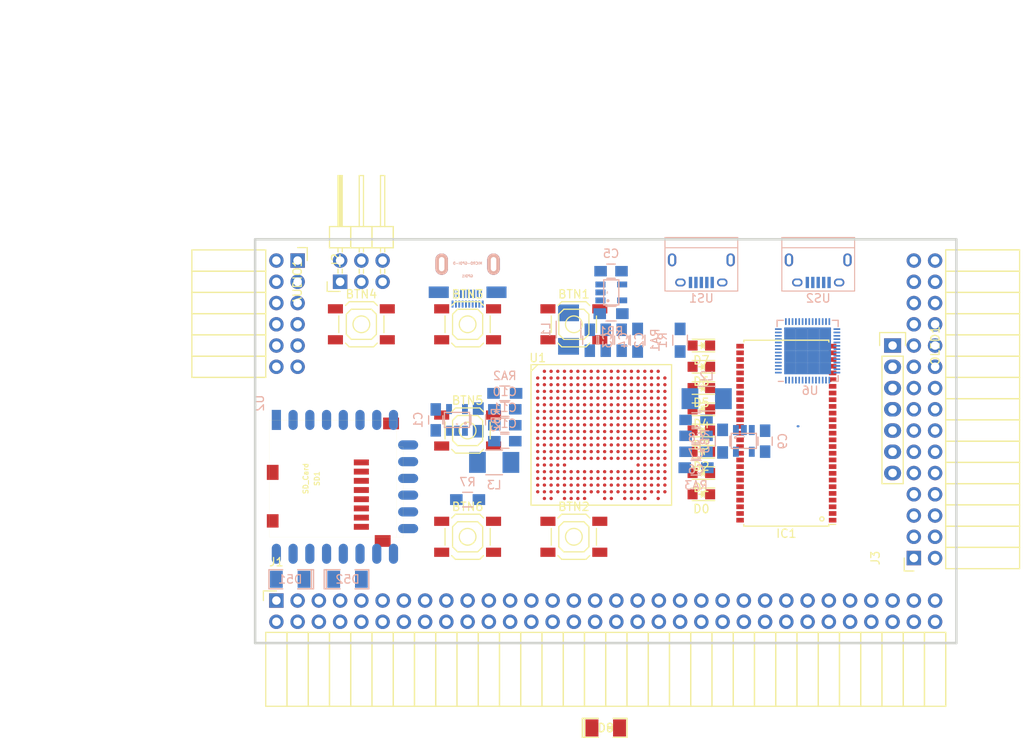
<source format=kicad_pcb>
(kicad_pcb (version 4) (host pcbnew 4.0.5+dfsg1-4)

  (general
    (links 343)
    (no_connects 343)
    (area 93.949999 61.269999 178.070001 109.830001)
    (thickness 1.6)
    (drawings 20)
    (tracks 1)
    (zones 0)
    (modules 57)
    (nets 92)
  )

  (page A4)
  (layers
    (0 F.Cu signal)
    (1 In1.Cu signal)
    (2 In2.Cu signal)
    (31 B.Cu signal)
    (32 B.Adhes user)
    (33 F.Adhes user)
    (34 B.Paste user)
    (35 F.Paste user)
    (36 B.SilkS user)
    (37 F.SilkS user)
    (38 B.Mask user)
    (39 F.Mask user)
    (40 Dwgs.User user)
    (41 Cmts.User user)
    (42 Eco1.User user)
    (43 Eco2.User user)
    (44 Edge.Cuts user)
    (45 Margin user)
    (46 B.CrtYd user)
    (47 F.CrtYd user)
    (48 B.Fab user)
    (49 F.Fab user)
  )

  (setup
    (last_trace_width 0.25)
    (trace_clearance 0.2)
    (zone_clearance 0.508)
    (zone_45_only no)
    (trace_min 0.2)
    (segment_width 0.2)
    (edge_width 0.2)
    (via_size 0.6)
    (via_drill 0.4)
    (via_min_size 0.4)
    (via_min_drill 0.3)
    (uvia_size 0.3)
    (uvia_drill 0.1)
    (uvias_allowed yes)
    (uvia_min_size 0.2)
    (uvia_min_drill 0.1)
    (pcb_text_width 0.3)
    (pcb_text_size 1.5 1.5)
    (mod_edge_width 0.15)
    (mod_text_size 1 1)
    (mod_text_width 0.15)
    (pad_size 1.524 1.524)
    (pad_drill 0.762)
    (pad_to_mask_clearance 0.2)
    (aux_axis_origin 82.67 62.69)
    (grid_origin 86.48 79.2)
    (visible_elements 7FFFFFFF)
    (pcbplotparams
      (layerselection 0x00030_80000001)
      (usegerberextensions false)
      (excludeedgelayer true)
      (linewidth 0.100000)
      (plotframeref false)
      (viasonmask false)
      (mode 1)
      (useauxorigin false)
      (hpglpennumber 1)
      (hpglpenspeed 20)
      (hpglpendiameter 15)
      (hpglpenoverlay 2)
      (psnegative false)
      (psa4output false)
      (plotreference true)
      (plotvalue true)
      (plotinvisibletext false)
      (padsonsilk false)
      (subtractmaskfromsilk false)
      (outputformat 1)
      (mirror false)
      (drillshape 1)
      (scaleselection 1)
      (outputdirectory ""))
  )

  (net 0 "")
  (net 1 GND)
  (net 2 /TDI)
  (net 3 /TCK)
  (net 4 /TMS)
  (net 5 /TDO)
  (net 6 +5V)
  (net 7 /gpio/IN5V)
  (net 8 /gpio/OUT5V)
  (net 9 /gpio/P5)
  (net 10 /gpio/P6)
  (net 11 /gpio/P7)
  (net 12 /gpio/P8)
  (net 13 /gpio/P11)
  (net 14 /gpio/P12)
  (net 15 /gpio/P13)
  (net 16 /gpio/P14)
  (net 17 /gpio/P17)
  (net 18 /gpio/P18)
  (net 19 /gpio/P19)
  (net 20 /gpio/P20)
  (net 21 /gpio/P21)
  (net 22 /gpio/P22)
  (net 23 /gpio/P23)
  (net 24 /gpio/P24)
  (net 25 /gpio/P25)
  (net 26 /gpio/P26)
  (net 27 /gpio/P27)
  (net 28 /gpio/P28)
  (net 29 /gpio/P29)
  (net 30 /gpio/P30)
  (net 31 /SD_3)
  (net 32 /MTMS)
  (net 33 /MTCK)
  (net 34 /MTDO)
  (net 35 /MTDI)
  (net 36 /gpio/P9)
  (net 37 /gpio/P10)
  (net 38 "Net-(US1-Pad6)")
  (net 39 "Net-(US2-Pad6)")
  (net 40 /gpio/P15)
  (net 41 /gpio/P16)
  (net 42 /gpio/P31)
  (net 43 /gpio/P32)
  (net 44 /gpio/P33)
  (net 45 /gpio/P34)
  (net 46 /gpio/P35)
  (net 47 /gpio/P36)
  (net 48 /gpio/P37)
  (net 49 /gpio/P38)
  (net 50 /gpio/P39)
  (net 51 /gpio/P40)
  (net 52 /gpio/P41)
  (net 53 /gpio/P42)
  (net 54 /gpio/P43)
  (net 55 /gpio/P44)
  (net 56 /gpio/P45)
  (net 57 /gpio/P46)
  (net 58 /gpio/P47)
  (net 59 /gpio/P48)
  (net 60 /gpio/P49)
  (net 61 /gpio/P50)
  (net 62 /gpio/P51)
  (net 63 /gpio/P52)
  (net 64 /gpio/P53)
  (net 65 /gpio/P54)
  (net 66 /gpio/P55)
  (net 67 /gpio/P56)
  (net 68 /gpio/P57)
  (net 69 /gpio/P58)
  (net 70 /gpio/P59)
  (net 71 /gpio/P60)
  (net 72 +3V3)
  (net 73 "Net-(L1-Pad1)")
  (net 74 "Net-(L2-Pad1)")
  (net 75 +1V2)
  (net 76 BTN_D)
  (net 77 BTN_F1)
  (net 78 BTN_F2)
  (net 79 BTN_L)
  (net 80 BTN_R)
  (net 81 BTN_U)
  (net 82 "Net-(BTN1-Pad1)")
  (net 83 /power/FB1)
  (net 84 +2V5)
  (net 85 "Net-(L3-Pad1)")
  (net 86 /power/PWREN)
  (net 87 /power/FB3)
  (net 88 /power/FB2)
  (net 89 /usb/USB5V)
  (net 90 "Net-(D9-Pad1)")
  (net 91 "Net-(U6-Pad57)")

  (net_class Default "This is the default net class."
    (clearance 0.2)
    (trace_width 0.25)
    (via_dia 0.6)
    (via_drill 0.4)
    (uvia_dia 0.3)
    (uvia_drill 0.1)
    (add_net +1V2)
    (add_net +2V5)
    (add_net +3V3)
    (add_net +5V)
    (add_net /MTCK)
    (add_net /MTDI)
    (add_net /MTDO)
    (add_net /MTMS)
    (add_net /SD_3)
    (add_net /TCK)
    (add_net /TDI)
    (add_net /TDO)
    (add_net /TMS)
    (add_net /gpio/IN5V)
    (add_net /gpio/OUT5V)
    (add_net /gpio/P10)
    (add_net /gpio/P11)
    (add_net /gpio/P12)
    (add_net /gpio/P13)
    (add_net /gpio/P14)
    (add_net /gpio/P15)
    (add_net /gpio/P16)
    (add_net /gpio/P17)
    (add_net /gpio/P18)
    (add_net /gpio/P19)
    (add_net /gpio/P20)
    (add_net /gpio/P21)
    (add_net /gpio/P22)
    (add_net /gpio/P23)
    (add_net /gpio/P24)
    (add_net /gpio/P25)
    (add_net /gpio/P26)
    (add_net /gpio/P27)
    (add_net /gpio/P28)
    (add_net /gpio/P29)
    (add_net /gpio/P30)
    (add_net /gpio/P31)
    (add_net /gpio/P32)
    (add_net /gpio/P33)
    (add_net /gpio/P34)
    (add_net /gpio/P35)
    (add_net /gpio/P36)
    (add_net /gpio/P37)
    (add_net /gpio/P38)
    (add_net /gpio/P39)
    (add_net /gpio/P40)
    (add_net /gpio/P41)
    (add_net /gpio/P42)
    (add_net /gpio/P43)
    (add_net /gpio/P44)
    (add_net /gpio/P45)
    (add_net /gpio/P46)
    (add_net /gpio/P47)
    (add_net /gpio/P48)
    (add_net /gpio/P49)
    (add_net /gpio/P5)
    (add_net /gpio/P50)
    (add_net /gpio/P51)
    (add_net /gpio/P52)
    (add_net /gpio/P53)
    (add_net /gpio/P54)
    (add_net /gpio/P55)
    (add_net /gpio/P56)
    (add_net /gpio/P57)
    (add_net /gpio/P58)
    (add_net /gpio/P59)
    (add_net /gpio/P6)
    (add_net /gpio/P60)
    (add_net /gpio/P7)
    (add_net /gpio/P8)
    (add_net /gpio/P9)
    (add_net /power/FB1)
    (add_net /power/FB2)
    (add_net /power/FB3)
    (add_net /power/PWREN)
    (add_net /usb/USB5V)
    (add_net BTN_D)
    (add_net BTN_F1)
    (add_net BTN_F2)
    (add_net BTN_L)
    (add_net BTN_R)
    (add_net BTN_U)
    (add_net "Net-(BTN1-Pad1)")
    (add_net "Net-(D9-Pad1)")
    (add_net "Net-(L1-Pad1)")
    (add_net "Net-(L2-Pad1)")
    (add_net "Net-(L3-Pad1)")
    (add_net "Net-(U6-Pad57)")
    (add_net "Net-(US1-Pad6)")
    (add_net "Net-(US2-Pad6)")
  )

  (net_class BGA ""
    (clearance 0.1)
    (trace_width 0.2)
    (via_dia 0.6)
    (via_drill 0.4)
    (uvia_dia 0.3)
    (uvia_drill 0.1)
    (add_net GND)
  )

  (module SMD_Packages:SMD-1206_Pol (layer B.Cu) (tedit 0) (tstamp 56AA106E)
    (at 105.149 102.06)
    (path /56AC389C/56AC4846)
    (attr smd)
    (fp_text reference D52 (at 0 0) (layer B.SilkS)
      (effects (font (size 1 1) (thickness 0.15)) (justify mirror))
    )
    (fp_text value 2A (at 0 0) (layer B.Fab)
      (effects (font (size 1 1) (thickness 0.15)) (justify mirror))
    )
    (fp_line (start -2.54 1.143) (end -2.794 1.143) (layer B.SilkS) (width 0.15))
    (fp_line (start -2.794 1.143) (end -2.794 -1.143) (layer B.SilkS) (width 0.15))
    (fp_line (start -2.794 -1.143) (end -2.54 -1.143) (layer B.SilkS) (width 0.15))
    (fp_line (start -2.54 1.143) (end -2.54 -1.143) (layer B.SilkS) (width 0.15))
    (fp_line (start -2.54 -1.143) (end -0.889 -1.143) (layer B.SilkS) (width 0.15))
    (fp_line (start 0.889 1.143) (end 2.54 1.143) (layer B.SilkS) (width 0.15))
    (fp_line (start 2.54 1.143) (end 2.54 -1.143) (layer B.SilkS) (width 0.15))
    (fp_line (start 2.54 -1.143) (end 0.889 -1.143) (layer B.SilkS) (width 0.15))
    (fp_line (start -0.889 1.143) (end -2.54 1.143) (layer B.SilkS) (width 0.15))
    (pad 1 smd rect (at -1.651 0) (size 1.524 2.032) (layers B.Cu B.Paste B.Mask)
      (net 8 /gpio/OUT5V))
    (pad 2 smd rect (at 1.651 0) (size 1.524 2.032) (layers B.Cu B.Paste B.Mask))
    (model SMD_Packages.3dshapes/SMD-1206_Pol.wrl
      (at (xyz 0 0 0))
      (scale (xyz 0.17 0.16 0.16))
      (rotate (xyz 0 0 0))
    )
  )

  (module SMD_Packages:SMD-1206_Pol (layer B.Cu) (tedit 0) (tstamp 56AA1068)
    (at 98.291 102.06 180)
    (path /56AC389C/56AC483B)
    (attr smd)
    (fp_text reference D51 (at 0 0 180) (layer B.SilkS)
      (effects (font (size 1 1) (thickness 0.15)) (justify mirror))
    )
    (fp_text value 2A (at 0 0 180) (layer B.Fab)
      (effects (font (size 1 1) (thickness 0.15)) (justify mirror))
    )
    (fp_line (start -2.54 1.143) (end -2.794 1.143) (layer B.SilkS) (width 0.15))
    (fp_line (start -2.794 1.143) (end -2.794 -1.143) (layer B.SilkS) (width 0.15))
    (fp_line (start -2.794 -1.143) (end -2.54 -1.143) (layer B.SilkS) (width 0.15))
    (fp_line (start -2.54 1.143) (end -2.54 -1.143) (layer B.SilkS) (width 0.15))
    (fp_line (start -2.54 -1.143) (end -0.889 -1.143) (layer B.SilkS) (width 0.15))
    (fp_line (start 0.889 1.143) (end 2.54 1.143) (layer B.SilkS) (width 0.15))
    (fp_line (start 2.54 1.143) (end 2.54 -1.143) (layer B.SilkS) (width 0.15))
    (fp_line (start 2.54 -1.143) (end 0.889 -1.143) (layer B.SilkS) (width 0.15))
    (fp_line (start -0.889 1.143) (end -2.54 1.143) (layer B.SilkS) (width 0.15))
    (pad 1 smd rect (at -1.651 0 180) (size 1.524 2.032) (layers B.Cu B.Paste B.Mask)
      (net 6 +5V))
    (pad 2 smd rect (at 1.651 0 180) (size 1.524 2.032) (layers B.Cu B.Paste B.Mask)
      (net 7 /gpio/IN5V))
    (model SMD_Packages.3dshapes/SMD-1206_Pol.wrl
      (at (xyz 0 0 0))
      (scale (xyz 0.17 0.16 0.16))
      (rotate (xyz 0 0 0))
    )
  )

  (module micro-sd:MicroSD_TF02D (layer F.Cu) (tedit 52721666) (tstamp 56A966AB)
    (at 95.8 90.03 90)
    (path /56ACBF19)
    (fp_text reference SD1 (at 0 5.7 90) (layer F.SilkS)
      (effects (font (size 0.59944 0.59944) (thickness 0.12446)))
    )
    (fp_text value SD_Card (at 0 4.35 90) (layer F.SilkS)
      (effects (font (size 0.59944 0.59944) (thickness 0.12446)))
    )
    (fp_line (start 3.8 15.2) (end 3.8 16) (layer F.SilkS) (width 0.01016))
    (fp_line (start 3.8 16) (end -7 16) (layer F.SilkS) (width 0.01016))
    (fp_line (start -7 16) (end -7 15.2) (layer F.SilkS) (width 0.01016))
    (fp_line (start 7 0) (end 7 15.2) (layer F.SilkS) (width 0.01016))
    (fp_line (start 7 15.2) (end -7 15.2) (layer F.SilkS) (width 0.01016))
    (fp_line (start -7 15.2) (end -7 0) (layer F.SilkS) (width 0.01016))
    (fp_line (start -7 0) (end 7 0) (layer F.SilkS) (width 0.01016))
    (pad 1 smd rect (at 1.94 11 90) (size 0.7 1.8) (layers F.Cu F.Paste F.Mask)
      (net 31 /SD_3))
    (pad 2 smd rect (at 0.84 11 90) (size 0.7 1.8) (layers F.Cu F.Paste F.Mask)
      (net 32 /MTMS))
    (pad 3 smd rect (at -0.26 11 90) (size 0.7 1.8) (layers F.Cu F.Paste F.Mask)
      (net 1 GND))
    (pad 4 smd rect (at -1.36 11 90) (size 0.7 1.8) (layers F.Cu F.Paste F.Mask)
      (net 72 +3V3))
    (pad 5 smd rect (at -2.46 11 90) (size 0.7 1.8) (layers F.Cu F.Paste F.Mask)
      (net 33 /MTCK))
    (pad 6 smd rect (at -3.56 11 90) (size 0.7 1.8) (layers F.Cu F.Paste F.Mask)
      (net 1 GND))
    (pad 7 smd rect (at -4.66 11 90) (size 0.7 1.8) (layers F.Cu F.Paste F.Mask)
      (net 34 /MTDO))
    (pad 8 smd rect (at -5.76 11 90) (size 0.7 1.8) (layers F.Cu F.Paste F.Mask)
      (net 35 /MTDI))
    (pad S smd rect (at -5.05 0.4 90) (size 1.6 1.4) (layers F.Cu F.Paste F.Mask))
    (pad S smd rect (at 0.75 0.4 90) (size 1.8 1.4) (layers F.Cu F.Paste F.Mask))
    (pad G smd rect (at -7.45 13.55 90) (size 1.4 1.9) (layers F.Cu F.Paste F.Mask))
    (pad G smd rect (at 6.6 14.55 90) (size 1.4 1.9) (layers F.Cu F.Paste F.Mask))
  )

  (module micro-hdmi-d:MICRO-HDMI-D (layer B.Cu) (tedit 53F70906) (tstamp 56A965BA)
    (at 119.5 62.69)
    (path /58D686D9/58D69067)
    (attr smd)
    (fp_text reference GPDI1 (at -0.025 3.125) (layer B.SilkS)
      (effects (font (size 0.3 0.3) (thickness 0.075)) (justify mirror))
    )
    (fp_text value MICRO-GPDI-D (at 0 1.6) (layer B.SilkS)
      (effects (font (size 0.3 0.3) (thickness 0.075)) (justify mirror))
    )
    (fp_line (start -3.3 0) (end -3.3 -0.7) (layer B.SilkS) (width 0.001))
    (fp_line (start -3.3 -0.7) (end 3.3 -0.7) (layer B.SilkS) (width 0.001))
    (fp_line (start 3.3 -0.7) (end 3.3 0) (layer B.SilkS) (width 0.001))
    (fp_line (start -3.3 0) (end -3.3 6.8) (layer B.SilkS) (width 0.001))
    (fp_line (start -3.3 6.8) (end 3.3 6.8) (layer B.SilkS) (width 0.001))
    (fp_line (start 3.3 6.8) (end 3.3 0) (layer B.SilkS) (width 0.001))
    (fp_line (start 3.3 0) (end -3.3 0) (layer B.SilkS) (width 0.001))
    (pad 1 smd rect (at 1.8 6.475) (size 0.23 0.85) (layers B.Cu B.Paste B.Mask))
    (pad 3 smd rect (at 1.4 6.475) (size 0.23 0.85) (layers B.Cu B.Paste B.Mask))
    (pad 5 smd rect (at 1 6.475) (size 0.23 0.85) (layers B.Cu B.Paste B.Mask))
    (pad 7 smd rect (at 0.6 6.475) (size 0.23 0.85) (layers B.Cu B.Paste B.Mask)
      (net 1 GND))
    (pad 9 smd rect (at 0.2 6.475) (size 0.23 0.85) (layers B.Cu B.Paste B.Mask))
    (pad 11 smd rect (at -0.2 6.475) (size 0.23 0.85) (layers B.Cu B.Paste B.Mask))
    (pad 13 smd rect (at -0.6 6.475) (size 0.23 0.85) (layers B.Cu B.Paste B.Mask)
      (net 1 GND))
    (pad 15 smd rect (at -1 6.475) (size 0.23 0.85) (layers B.Cu B.Paste B.Mask))
    (pad 17 smd rect (at -1.4 6.475) (size 0.23 0.85) (layers B.Cu B.Paste B.Mask))
    (pad 19 smd rect (at -1.8 6.475) (size 0.23 0.85) (layers B.Cu B.Paste B.Mask)
      (net 6 +5V))
    (pad 2 smd rect (at 1.6 5.25) (size 0.23 1) (layers B.Cu B.Paste B.Mask))
    (pad 4 smd rect (at 1.2 5.25) (size 0.23 1) (layers B.Cu B.Paste B.Mask)
      (net 1 GND))
    (pad 6 smd rect (at 0.8 5.25) (size 0.23 1) (layers B.Cu B.Paste B.Mask))
    (pad 8 smd rect (at 0.4 5.25) (size 0.23 1) (layers B.Cu B.Paste B.Mask))
    (pad 10 smd rect (at 0 5.25) (size 0.23 1) (layers B.Cu B.Paste B.Mask)
      (net 1 GND))
    (pad 12 smd rect (at -0.4 5.25) (size 0.23 1) (layers B.Cu B.Paste B.Mask))
    (pad 14 smd rect (at -0.8 5.25) (size 0.23 1) (layers B.Cu B.Paste B.Mask))
    (pad 16 smd rect (at -1.2 5.25) (size 0.23 1) (layers B.Cu B.Paste B.Mask)
      (net 1 GND))
    (pad 18 smd rect (at -1.6 5.25) (size 0.23 1) (layers B.Cu B.Paste B.Mask))
    (pad SHD smd rect (at 3.45 5.06) (size 2.4 1.38) (layers B.Cu B.Paste B.Mask)
      (net 1 GND))
    (pad SHD smd rect (at -3.45 5.06) (size 2.4 1.38) (layers B.Cu B.Paste B.Mask)
      (net 1 GND))
    (pad "" thru_hole oval (at -3.1 1.7) (size 1.5 2.55) (drill oval 0.65 1.7) (layers *.Cu *.Mask B.SilkS))
    (pad "" thru_hole oval (at 3.1 1.7) (size 1.5 2.55) (drill oval 0.65 1.7) (layers *.Cu *.Mask B.SilkS))
  )

  (module ESP8266:ESP-12E (layer B.Cu) (tedit 559F8D21) (tstamp 56A95491)
    (at 96.64 83.01 270)
    (descr "Module, ESP-8266, ESP-12, 16 pad, SMD")
    (tags "Module ESP-8266 ESP8266")
    (path /56AC980A)
    (fp_text reference U2 (at -2 2 270) (layer B.SilkS)
      (effects (font (size 1 1) (thickness 0.15)) (justify mirror))
    )
    (fp_text value ESP-12E (at 8 -1 270) (layer B.Fab)
      (effects (font (size 1 1) (thickness 0.15)) (justify mirror))
    )
    (fp_line (start 16 8.4) (end 0 2.6) (layer B.CrtYd) (width 0.1524))
    (fp_line (start 0 8.4) (end 16 2.6) (layer B.CrtYd) (width 0.1524))
    (fp_text user "No Copper" (at 7.9 5.4 270) (layer B.CrtYd)
      (effects (font (size 1 1) (thickness 0.15)) (justify mirror))
    )
    (fp_line (start 0 8.4) (end 0 2.6) (layer B.CrtYd) (width 0.1524))
    (fp_line (start 0 2.6) (end 16 2.6) (layer B.CrtYd) (width 0.1524))
    (fp_line (start 16 2.6) (end 16 8.4) (layer B.CrtYd) (width 0.1524))
    (fp_line (start 16 8.4) (end 0 8.4) (layer B.CrtYd) (width 0.1524))
    (fp_line (start 16 8.4) (end 16 -15.6) (layer B.Fab) (width 0.1524))
    (fp_line (start 16 -15.6) (end 0 -15.6) (layer B.Fab) (width 0.1524))
    (fp_line (start 0 -15.6) (end 0 8.4) (layer B.Fab) (width 0.1524))
    (fp_line (start 0 8.4) (end 16 8.4) (layer B.Fab) (width 0.1524))
    (pad 9 smd oval (at 2.99 -15.75 180) (size 2.4 1.1) (layers B.Cu B.Paste B.Mask)
      (net 34 /MTDO))
    (pad 10 smd oval (at 4.99 -15.75 180) (size 2.4 1.1) (layers B.Cu B.Paste B.Mask)
      (net 35 /MTDI))
    (pad 11 smd oval (at 6.99 -15.75 180) (size 2.4 1.1) (layers B.Cu B.Paste B.Mask)
      (net 31 /SD_3))
    (pad 12 smd oval (at 8.99 -15.75 180) (size 2.4 1.1) (layers B.Cu B.Paste B.Mask)
      (net 32 /MTMS))
    (pad 13 smd oval (at 10.99 -15.75 180) (size 2.4 1.1) (layers B.Cu B.Paste B.Mask)
      (net 33 /MTCK))
    (pad 14 smd oval (at 12.99 -15.75 180) (size 2.4 1.1) (layers B.Cu B.Paste B.Mask))
    (pad 1 smd rect (at 0 0 270) (size 2.4 1.1) (layers B.Cu B.Paste B.Mask))
    (pad 2 smd oval (at 0 -2 270) (size 2.4 1.1) (layers B.Cu B.Paste B.Mask))
    (pad 3 smd oval (at 0 -4 270) (size 2.4 1.1) (layers B.Cu B.Paste B.Mask))
    (pad 4 smd oval (at 0 -6 270) (size 2.4 1.1) (layers B.Cu B.Paste B.Mask)
      (net 2 /TDI))
    (pad 5 smd oval (at 0 -8 270) (size 2.4 1.1) (layers B.Cu B.Paste B.Mask)
      (net 5 /TDO))
    (pad 6 smd oval (at 0 -10 270) (size 2.4 1.1) (layers B.Cu B.Paste B.Mask)
      (net 3 /TCK))
    (pad 7 smd oval (at 0 -12 270) (size 2.4 1.1) (layers B.Cu B.Paste B.Mask)
      (net 4 /TMS))
    (pad 8 smd oval (at 0 -14 270) (size 2.4 1.1) (layers B.Cu B.Paste B.Mask)
      (net 72 +3V3))
    (pad 15 smd oval (at 16 -14 270) (size 2.4 1.1) (layers B.Cu B.Paste B.Mask)
      (net 1 GND))
    (pad 16 smd oval (at 16 -12 270) (size 2.4 1.1) (layers B.Cu B.Paste B.Mask))
    (pad 17 smd oval (at 16 -10 270) (size 2.4 1.1) (layers B.Cu B.Paste B.Mask))
    (pad 18 smd oval (at 16 -8 270) (size 2.4 1.1) (layers B.Cu B.Paste B.Mask))
    (pad 19 smd oval (at 16 -6 270) (size 2.4 1.1) (layers B.Cu B.Paste B.Mask))
    (pad 20 smd oval (at 16 -4 270) (size 2.4 1.1) (layers B.Cu B.Paste B.Mask))
    (pad 21 smd oval (at 16 -2 270) (size 2.4 1.1) (layers B.Cu B.Paste B.Mask))
    (pad 22 smd oval (at 16 0 270) (size 2.4 1.1) (layers B.Cu B.Paste B.Mask))
    (model ${ESPLIB}/ESP8266.3dshapes/ESP-12.wrl
      (at (xyz 0.04 0 0))
      (scale (xyz 0.3937 0.3937 0.3937))
      (rotate (xyz 0 0 0))
    )
  )

  (module usb_otg:USB_Micro-B (layer B.Cu) (tedit 5543E447) (tstamp 58D43115)
    (at 147.44 65.23)
    (descr "Micro USB Type B Receptacle")
    (tags "USB USB_B USB_micro USB_OTG")
    (path /58D6BF46/58D6C840)
    (attr smd)
    (fp_text reference US1 (at 0 3.24) (layer B.SilkS)
      (effects (font (size 1 1) (thickness 0.15)) (justify mirror))
    )
    (fp_text value USB_FTDI (at 0 -5.01) (layer B.Fab)
      (effects (font (size 1 1) (thickness 0.15)) (justify mirror))
    )
    (fp_line (start -4.6 2.59) (end 4.6 2.59) (layer B.CrtYd) (width 0.05))
    (fp_line (start 4.6 2.59) (end 4.6 -4.26) (layer B.CrtYd) (width 0.05))
    (fp_line (start 4.6 -4.26) (end -4.6 -4.26) (layer B.CrtYd) (width 0.05))
    (fp_line (start -4.6 -4.26) (end -4.6 2.59) (layer B.CrtYd) (width 0.05))
    (fp_line (start -4.35 -4.03) (end 4.35 -4.03) (layer B.SilkS) (width 0.12))
    (fp_line (start -4.35 2.38) (end 4.35 2.38) (layer B.SilkS) (width 0.12))
    (fp_line (start 4.35 2.38) (end 4.35 -4.03) (layer B.SilkS) (width 0.12))
    (fp_line (start 4.35 -2.8) (end -4.35 -2.8) (layer B.SilkS) (width 0.12))
    (fp_line (start -4.35 -4.03) (end -4.35 2.38) (layer B.SilkS) (width 0.12))
    (pad 1 smd rect (at -1.3 1.35 270) (size 1.35 0.4) (layers B.Cu B.Paste B.Mask)
      (net 89 /usb/USB5V))
    (pad 2 smd rect (at -0.65 1.35 270) (size 1.35 0.4) (layers B.Cu B.Paste B.Mask))
    (pad 3 smd rect (at 0 1.35 270) (size 1.35 0.4) (layers B.Cu B.Paste B.Mask))
    (pad 4 smd rect (at 0.65 1.35 270) (size 1.35 0.4) (layers B.Cu B.Paste B.Mask))
    (pad 5 smd rect (at 1.3 1.35 270) (size 1.35 0.4) (layers B.Cu B.Paste B.Mask)
      (net 1 GND))
    (pad 6 thru_hole oval (at -2.5 1.35 270) (size 0.95 1.25) (drill oval 0.55 0.85) (layers *.Cu *.Mask)
      (net 38 "Net-(US1-Pad6)"))
    (pad 6 thru_hole oval (at 2.5 1.35 270) (size 0.95 1.25) (drill oval 0.55 0.85) (layers *.Cu *.Mask)
      (net 38 "Net-(US1-Pad6)"))
    (pad 6 thru_hole oval (at -3.5 -1.35 270) (size 1.55 1) (drill oval 1.15 0.5) (layers *.Cu *.Mask)
      (net 38 "Net-(US1-Pad6)"))
    (pad 6 thru_hole oval (at 3.5 -1.35 270) (size 1.55 1) (drill oval 1.15 0.5) (layers *.Cu *.Mask)
      (net 38 "Net-(US1-Pad6)"))
  )

  (module usb_otg:USB_Micro-B (layer B.Cu) (tedit 5543E447) (tstamp 58D43122)
    (at 161.41 65.23)
    (descr "Micro USB Type B Receptacle")
    (tags "USB USB_B USB_micro USB_OTG")
    (path /58D6BF46/58D6C841)
    (attr smd)
    (fp_text reference US2 (at 0 3.24) (layer B.SilkS)
      (effects (font (size 1 1) (thickness 0.15)) (justify mirror))
    )
    (fp_text value USB_FPGA (at 0 -5.01) (layer B.Fab)
      (effects (font (size 1 1) (thickness 0.15)) (justify mirror))
    )
    (fp_line (start -4.6 2.59) (end 4.6 2.59) (layer B.CrtYd) (width 0.05))
    (fp_line (start 4.6 2.59) (end 4.6 -4.26) (layer B.CrtYd) (width 0.05))
    (fp_line (start 4.6 -4.26) (end -4.6 -4.26) (layer B.CrtYd) (width 0.05))
    (fp_line (start -4.6 -4.26) (end -4.6 2.59) (layer B.CrtYd) (width 0.05))
    (fp_line (start -4.35 -4.03) (end 4.35 -4.03) (layer B.SilkS) (width 0.12))
    (fp_line (start -4.35 2.38) (end 4.35 2.38) (layer B.SilkS) (width 0.12))
    (fp_line (start 4.35 2.38) (end 4.35 -4.03) (layer B.SilkS) (width 0.12))
    (fp_line (start 4.35 -2.8) (end -4.35 -2.8) (layer B.SilkS) (width 0.12))
    (fp_line (start -4.35 -4.03) (end -4.35 2.38) (layer B.SilkS) (width 0.12))
    (pad 1 smd rect (at -1.3 1.35 270) (size 1.35 0.4) (layers B.Cu B.Paste B.Mask)
      (net 90 "Net-(D9-Pad1)"))
    (pad 2 smd rect (at -0.65 1.35 270) (size 1.35 0.4) (layers B.Cu B.Paste B.Mask))
    (pad 3 smd rect (at 0 1.35 270) (size 1.35 0.4) (layers B.Cu B.Paste B.Mask))
    (pad 4 smd rect (at 0.65 1.35 270) (size 1.35 0.4) (layers B.Cu B.Paste B.Mask))
    (pad 5 smd rect (at 1.3 1.35 270) (size 1.35 0.4) (layers B.Cu B.Paste B.Mask)
      (net 1 GND))
    (pad 6 thru_hole oval (at -2.5 1.35 270) (size 0.95 1.25) (drill oval 0.55 0.85) (layers *.Cu *.Mask)
      (net 39 "Net-(US2-Pad6)"))
    (pad 6 thru_hole oval (at 2.5 1.35 270) (size 0.95 1.25) (drill oval 0.55 0.85) (layers *.Cu *.Mask)
      (net 39 "Net-(US2-Pad6)"))
    (pad 6 thru_hole oval (at -3.5 -1.35 270) (size 1.55 1) (drill oval 1.15 0.5) (layers *.Cu *.Mask)
      (net 39 "Net-(US2-Pad6)"))
    (pad 6 thru_hole oval (at 3.5 -1.35 270) (size 1.55 1) (drill oval 1.15 0.5) (layers *.Cu *.Mask)
      (net 39 "Net-(US2-Pad6)"))
  )

  (module Socket_Strips:Socket_Strip_Angled_2x32 (layer F.Cu) (tedit 0) (tstamp 58D4E99D)
    (at 96.64 104.6)
    (descr "Through hole socket strip")
    (tags "socket strip")
    (path /56AC389C/58D39D36)
    (fp_text reference J1 (at 0 -4.6) (layer F.SilkS)
      (effects (font (size 1 1) (thickness 0.15)))
    )
    (fp_text value CONN_02X32 (at 0 -2.6) (layer F.Fab)
      (effects (font (size 1 1) (thickness 0.15)))
    )
    (fp_line (start -1.75 -1.35) (end -1.75 13.15) (layer F.CrtYd) (width 0.05))
    (fp_line (start 80.5 -1.35) (end 80.5 13.15) (layer F.CrtYd) (width 0.05))
    (fp_line (start -1.75 -1.35) (end 80.5 -1.35) (layer F.CrtYd) (width 0.05))
    (fp_line (start -1.75 13.15) (end 80.5 13.15) (layer F.CrtYd) (width 0.05))
    (fp_line (start 80.01 3.81) (end 80.01 12.64) (layer F.SilkS) (width 0.15))
    (fp_line (start 77.47 3.81) (end 80.01 3.81) (layer F.SilkS) (width 0.15))
    (fp_line (start 77.47 12.64) (end 80.01 12.64) (layer F.SilkS) (width 0.15))
    (fp_line (start 80.01 12.64) (end 80.01 3.81) (layer F.SilkS) (width 0.15))
    (fp_line (start 77.47 12.64) (end 77.47 3.81) (layer F.SilkS) (width 0.15))
    (fp_line (start 74.93 12.64) (end 77.47 12.64) (layer F.SilkS) (width 0.15))
    (fp_line (start 74.93 3.81) (end 77.47 3.81) (layer F.SilkS) (width 0.15))
    (fp_line (start 77.47 3.81) (end 77.47 12.64) (layer F.SilkS) (width 0.15))
    (fp_line (start 54.61 12.64) (end 54.61 3.81) (layer F.SilkS) (width 0.15))
    (fp_line (start 52.07 12.64) (end 54.61 12.64) (layer F.SilkS) (width 0.15))
    (fp_line (start 52.07 3.81) (end 54.61 3.81) (layer F.SilkS) (width 0.15))
    (fp_line (start 54.61 3.81) (end 54.61 12.64) (layer F.SilkS) (width 0.15))
    (fp_line (start 52.07 3.81) (end 52.07 12.64) (layer F.SilkS) (width 0.15))
    (fp_line (start 49.53 3.81) (end 52.07 3.81) (layer F.SilkS) (width 0.15))
    (fp_line (start 49.53 12.64) (end 52.07 12.64) (layer F.SilkS) (width 0.15))
    (fp_line (start 52.07 12.64) (end 52.07 3.81) (layer F.SilkS) (width 0.15))
    (fp_line (start 49.53 12.64) (end 49.53 3.81) (layer F.SilkS) (width 0.15))
    (fp_line (start 46.99 12.64) (end 49.53 12.64) (layer F.SilkS) (width 0.15))
    (fp_line (start 46.99 3.81) (end 49.53 3.81) (layer F.SilkS) (width 0.15))
    (fp_line (start 49.53 3.81) (end 49.53 12.64) (layer F.SilkS) (width 0.15))
    (fp_line (start 62.23 3.81) (end 62.23 12.64) (layer F.SilkS) (width 0.15))
    (fp_line (start 59.69 3.81) (end 62.23 3.81) (layer F.SilkS) (width 0.15))
    (fp_line (start 59.69 12.64) (end 62.23 12.64) (layer F.SilkS) (width 0.15))
    (fp_line (start 62.23 12.64) (end 62.23 3.81) (layer F.SilkS) (width 0.15))
    (fp_line (start 64.77 12.64) (end 64.77 3.81) (layer F.SilkS) (width 0.15))
    (fp_line (start 62.23 12.64) (end 64.77 12.64) (layer F.SilkS) (width 0.15))
    (fp_line (start 62.23 3.81) (end 64.77 3.81) (layer F.SilkS) (width 0.15))
    (fp_line (start 64.77 3.81) (end 64.77 12.64) (layer F.SilkS) (width 0.15))
    (fp_line (start 67.31 3.81) (end 67.31 12.64) (layer F.SilkS) (width 0.15))
    (fp_line (start 64.77 3.81) (end 67.31 3.81) (layer F.SilkS) (width 0.15))
    (fp_line (start 64.77 12.64) (end 67.31 12.64) (layer F.SilkS) (width 0.15))
    (fp_line (start 67.31 12.64) (end 67.31 3.81) (layer F.SilkS) (width 0.15))
    (fp_line (start 69.85 12.64) (end 69.85 3.81) (layer F.SilkS) (width 0.15))
    (fp_line (start 67.31 12.64) (end 69.85 12.64) (layer F.SilkS) (width 0.15))
    (fp_line (start 67.31 3.81) (end 69.85 3.81) (layer F.SilkS) (width 0.15))
    (fp_line (start 69.85 3.81) (end 69.85 12.64) (layer F.SilkS) (width 0.15))
    (fp_line (start 72.39 3.81) (end 72.39 12.64) (layer F.SilkS) (width 0.15))
    (fp_line (start 69.85 3.81) (end 72.39 3.81) (layer F.SilkS) (width 0.15))
    (fp_line (start 69.85 12.64) (end 72.39 12.64) (layer F.SilkS) (width 0.15))
    (fp_line (start 72.39 12.64) (end 72.39 3.81) (layer F.SilkS) (width 0.15))
    (fp_line (start 59.69 12.64) (end 59.69 3.81) (layer F.SilkS) (width 0.15))
    (fp_line (start 57.15 12.64) (end 59.69 12.64) (layer F.SilkS) (width 0.15))
    (fp_line (start 57.15 3.81) (end 59.69 3.81) (layer F.SilkS) (width 0.15))
    (fp_line (start 59.69 3.81) (end 59.69 12.64) (layer F.SilkS) (width 0.15))
    (fp_line (start 57.15 3.81) (end 57.15 12.64) (layer F.SilkS) (width 0.15))
    (fp_line (start 54.61 3.81) (end 57.15 3.81) (layer F.SilkS) (width 0.15))
    (fp_line (start 54.61 12.64) (end 57.15 12.64) (layer F.SilkS) (width 0.15))
    (fp_line (start 57.15 12.64) (end 57.15 3.81) (layer F.SilkS) (width 0.15))
    (fp_line (start 74.93 12.64) (end 74.93 3.81) (layer F.SilkS) (width 0.15))
    (fp_line (start 72.39 12.64) (end 74.93 12.64) (layer F.SilkS) (width 0.15))
    (fp_line (start 72.39 3.81) (end 74.93 3.81) (layer F.SilkS) (width 0.15))
    (fp_line (start 74.93 3.81) (end 74.93 12.64) (layer F.SilkS) (width 0.15))
    (fp_line (start 46.99 3.81) (end 46.99 12.64) (layer F.SilkS) (width 0.15))
    (fp_line (start 44.45 3.81) (end 46.99 3.81) (layer F.SilkS) (width 0.15))
    (fp_line (start 44.45 12.64) (end 46.99 12.64) (layer F.SilkS) (width 0.15))
    (fp_line (start 46.99 12.64) (end 46.99 3.81) (layer F.SilkS) (width 0.15))
    (fp_line (start 29.21 12.64) (end 29.21 3.81) (layer F.SilkS) (width 0.15))
    (fp_line (start 26.67 12.64) (end 29.21 12.64) (layer F.SilkS) (width 0.15))
    (fp_line (start 26.67 3.81) (end 29.21 3.81) (layer F.SilkS) (width 0.15))
    (fp_line (start 29.21 3.81) (end 29.21 12.64) (layer F.SilkS) (width 0.15))
    (fp_line (start 31.75 3.81) (end 31.75 12.64) (layer F.SilkS) (width 0.15))
    (fp_line (start 29.21 3.81) (end 31.75 3.81) (layer F.SilkS) (width 0.15))
    (fp_line (start 29.21 12.64) (end 31.75 12.64) (layer F.SilkS) (width 0.15))
    (fp_line (start 31.75 12.64) (end 31.75 3.81) (layer F.SilkS) (width 0.15))
    (fp_line (start 44.45 12.64) (end 44.45 3.81) (layer F.SilkS) (width 0.15))
    (fp_line (start 41.91 12.64) (end 44.45 12.64) (layer F.SilkS) (width 0.15))
    (fp_line (start 41.91 3.81) (end 44.45 3.81) (layer F.SilkS) (width 0.15))
    (fp_line (start 44.45 3.81) (end 44.45 12.64) (layer F.SilkS) (width 0.15))
    (fp_line (start 41.91 3.81) (end 41.91 12.64) (layer F.SilkS) (width 0.15))
    (fp_line (start 39.37 3.81) (end 41.91 3.81) (layer F.SilkS) (width 0.15))
    (fp_line (start 39.37 12.64) (end 41.91 12.64) (layer F.SilkS) (width 0.15))
    (fp_line (start 41.91 12.64) (end 41.91 3.81) (layer F.SilkS) (width 0.15))
    (fp_line (start 39.37 12.64) (end 39.37 3.81) (layer F.SilkS) (width 0.15))
    (fp_line (start 36.83 12.64) (end 39.37 12.64) (layer F.SilkS) (width 0.15))
    (fp_line (start 36.83 3.81) (end 39.37 3.81) (layer F.SilkS) (width 0.15))
    (fp_line (start 39.37 3.81) (end 39.37 12.64) (layer F.SilkS) (width 0.15))
    (fp_line (start 36.83 3.81) (end 36.83 12.64) (layer F.SilkS) (width 0.15))
    (fp_line (start 34.29 3.81) (end 36.83 3.81) (layer F.SilkS) (width 0.15))
    (fp_line (start 34.29 12.64) (end 36.83 12.64) (layer F.SilkS) (width 0.15))
    (fp_line (start 36.83 12.64) (end 36.83 3.81) (layer F.SilkS) (width 0.15))
    (fp_line (start 34.29 12.64) (end 34.29 3.81) (layer F.SilkS) (width 0.15))
    (fp_line (start 31.75 12.64) (end 34.29 12.64) (layer F.SilkS) (width 0.15))
    (fp_line (start 31.75 3.81) (end 34.29 3.81) (layer F.SilkS) (width 0.15))
    (fp_line (start 34.29 3.81) (end 34.29 12.64) (layer F.SilkS) (width 0.15))
    (fp_line (start 16.51 3.81) (end 16.51 12.64) (layer F.SilkS) (width 0.15))
    (fp_line (start 13.97 3.81) (end 16.51 3.81) (layer F.SilkS) (width 0.15))
    (fp_line (start 13.97 12.64) (end 16.51 12.64) (layer F.SilkS) (width 0.15))
    (fp_line (start 16.51 12.64) (end 16.51 3.81) (layer F.SilkS) (width 0.15))
    (fp_line (start 19.05 12.64) (end 19.05 3.81) (layer F.SilkS) (width 0.15))
    (fp_line (start 16.51 12.64) (end 19.05 12.64) (layer F.SilkS) (width 0.15))
    (fp_line (start 16.51 3.81) (end 19.05 3.81) (layer F.SilkS) (width 0.15))
    (fp_line (start 19.05 3.81) (end 19.05 12.64) (layer F.SilkS) (width 0.15))
    (fp_line (start 21.59 3.81) (end 21.59 12.64) (layer F.SilkS) (width 0.15))
    (fp_line (start 19.05 3.81) (end 21.59 3.81) (layer F.SilkS) (width 0.15))
    (fp_line (start 19.05 12.64) (end 21.59 12.64) (layer F.SilkS) (width 0.15))
    (fp_line (start 21.59 12.64) (end 21.59 3.81) (layer F.SilkS) (width 0.15))
    (fp_line (start 24.13 12.64) (end 24.13 3.81) (layer F.SilkS) (width 0.15))
    (fp_line (start 21.59 12.64) (end 24.13 12.64) (layer F.SilkS) (width 0.15))
    (fp_line (start 21.59 3.81) (end 24.13 3.81) (layer F.SilkS) (width 0.15))
    (fp_line (start 24.13 3.81) (end 24.13 12.64) (layer F.SilkS) (width 0.15))
    (fp_line (start 26.67 3.81) (end 26.67 12.64) (layer F.SilkS) (width 0.15))
    (fp_line (start 24.13 3.81) (end 26.67 3.81) (layer F.SilkS) (width 0.15))
    (fp_line (start 24.13 12.64) (end 26.67 12.64) (layer F.SilkS) (width 0.15))
    (fp_line (start 26.67 12.64) (end 26.67 3.81) (layer F.SilkS) (width 0.15))
    (fp_line (start 13.97 12.64) (end 13.97 3.81) (layer F.SilkS) (width 0.15))
    (fp_line (start 11.43 12.64) (end 13.97 12.64) (layer F.SilkS) (width 0.15))
    (fp_line (start 11.43 3.81) (end 13.97 3.81) (layer F.SilkS) (width 0.15))
    (fp_line (start 13.97 3.81) (end 13.97 12.64) (layer F.SilkS) (width 0.15))
    (fp_line (start 11.43 3.81) (end 11.43 12.64) (layer F.SilkS) (width 0.15))
    (fp_line (start 8.89 3.81) (end 11.43 3.81) (layer F.SilkS) (width 0.15))
    (fp_line (start 8.89 12.64) (end 11.43 12.64) (layer F.SilkS) (width 0.15))
    (fp_line (start 11.43 12.64) (end 11.43 3.81) (layer F.SilkS) (width 0.15))
    (fp_line (start 8.89 12.64) (end 8.89 3.81) (layer F.SilkS) (width 0.15))
    (fp_line (start 6.35 12.64) (end 8.89 12.64) (layer F.SilkS) (width 0.15))
    (fp_line (start 6.35 3.81) (end 8.89 3.81) (layer F.SilkS) (width 0.15))
    (fp_line (start 8.89 3.81) (end 8.89 12.64) (layer F.SilkS) (width 0.15))
    (fp_line (start 6.35 3.81) (end 6.35 12.64) (layer F.SilkS) (width 0.15))
    (fp_line (start 3.81 3.81) (end 6.35 3.81) (layer F.SilkS) (width 0.15))
    (fp_line (start 3.81 12.64) (end 6.35 12.64) (layer F.SilkS) (width 0.15))
    (fp_line (start 6.35 12.64) (end 6.35 3.81) (layer F.SilkS) (width 0.15))
    (fp_line (start 3.81 12.64) (end 3.81 3.81) (layer F.SilkS) (width 0.15))
    (fp_line (start 1.27 12.64) (end 3.81 12.64) (layer F.SilkS) (width 0.15))
    (fp_line (start 1.27 3.81) (end 3.81 3.81) (layer F.SilkS) (width 0.15))
    (fp_line (start 3.81 3.81) (end 3.81 12.64) (layer F.SilkS) (width 0.15))
    (fp_line (start 1.27 3.81) (end 1.27 12.64) (layer F.SilkS) (width 0.15))
    (fp_line (start -1.27 3.81) (end 1.27 3.81) (layer F.SilkS) (width 0.15))
    (fp_line (start 0 -1.15) (end -1.55 -1.15) (layer F.SilkS) (width 0.15))
    (fp_line (start -1.55 -1.15) (end -1.55 0) (layer F.SilkS) (width 0.15))
    (fp_line (start -1.27 3.81) (end -1.27 12.64) (layer F.SilkS) (width 0.15))
    (fp_line (start -1.27 12.64) (end 1.27 12.64) (layer F.SilkS) (width 0.15))
    (fp_line (start 1.27 12.64) (end 1.27 3.81) (layer F.SilkS) (width 0.15))
    (pad 1 thru_hole rect (at 0 0) (size 1.7272 1.7272) (drill 1.016) (layers *.Cu *.Mask)
      (net 7 /gpio/IN5V))
    (pad 2 thru_hole oval (at 0 2.54) (size 1.7272 1.7272) (drill 1.016) (layers *.Cu *.Mask)
      (net 8 /gpio/OUT5V))
    (pad 3 thru_hole oval (at 2.54 0) (size 1.7272 1.7272) (drill 1.016) (layers *.Cu *.Mask)
      (net 1 GND))
    (pad 4 thru_hole oval (at 2.54 2.54) (size 1.7272 1.7272) (drill 1.016) (layers *.Cu *.Mask)
      (net 1 GND))
    (pad 5 thru_hole oval (at 5.08 0) (size 1.7272 1.7272) (drill 1.016) (layers *.Cu *.Mask)
      (net 9 /gpio/P5))
    (pad 6 thru_hole oval (at 5.08 2.54) (size 1.7272 1.7272) (drill 1.016) (layers *.Cu *.Mask)
      (net 10 /gpio/P6))
    (pad 7 thru_hole oval (at 7.62 0) (size 1.7272 1.7272) (drill 1.016) (layers *.Cu *.Mask)
      (net 11 /gpio/P7))
    (pad 8 thru_hole oval (at 7.62 2.54) (size 1.7272 1.7272) (drill 1.016) (layers *.Cu *.Mask)
      (net 12 /gpio/P8))
    (pad 9 thru_hole oval (at 10.16 0) (size 1.7272 1.7272) (drill 1.016) (layers *.Cu *.Mask)
      (net 36 /gpio/P9))
    (pad 10 thru_hole oval (at 10.16 2.54) (size 1.7272 1.7272) (drill 1.016) (layers *.Cu *.Mask)
      (net 37 /gpio/P10))
    (pad 11 thru_hole oval (at 12.7 0) (size 1.7272 1.7272) (drill 1.016) (layers *.Cu *.Mask)
      (net 13 /gpio/P11))
    (pad 12 thru_hole oval (at 12.7 2.54) (size 1.7272 1.7272) (drill 1.016) (layers *.Cu *.Mask)
      (net 14 /gpio/P12))
    (pad 13 thru_hole oval (at 15.24 0) (size 1.7272 1.7272) (drill 1.016) (layers *.Cu *.Mask)
      (net 15 /gpio/P13))
    (pad 14 thru_hole oval (at 15.24 2.54) (size 1.7272 1.7272) (drill 1.016) (layers *.Cu *.Mask)
      (net 16 /gpio/P14))
    (pad 15 thru_hole oval (at 17.78 0) (size 1.7272 1.7272) (drill 1.016) (layers *.Cu *.Mask)
      (net 40 /gpio/P15))
    (pad 16 thru_hole oval (at 17.78 2.54) (size 1.7272 1.7272) (drill 1.016) (layers *.Cu *.Mask)
      (net 41 /gpio/P16))
    (pad 17 thru_hole oval (at 20.32 0) (size 1.7272 1.7272) (drill 1.016) (layers *.Cu *.Mask)
      (net 17 /gpio/P17))
    (pad 18 thru_hole oval (at 20.32 2.54) (size 1.7272 1.7272) (drill 1.016) (layers *.Cu *.Mask)
      (net 18 /gpio/P18))
    (pad 19 thru_hole oval (at 22.86 0) (size 1.7272 1.7272) (drill 1.016) (layers *.Cu *.Mask)
      (net 19 /gpio/P19))
    (pad 20 thru_hole oval (at 22.86 2.54) (size 1.7272 1.7272) (drill 1.016) (layers *.Cu *.Mask)
      (net 20 /gpio/P20))
    (pad 21 thru_hole oval (at 25.4 0) (size 1.7272 1.7272) (drill 1.016) (layers *.Cu *.Mask)
      (net 21 /gpio/P21))
    (pad 22 thru_hole oval (at 25.4 2.54) (size 1.7272 1.7272) (drill 1.016) (layers *.Cu *.Mask)
      (net 22 /gpio/P22))
    (pad 23 thru_hole oval (at 27.94 0) (size 1.7272 1.7272) (drill 1.016) (layers *.Cu *.Mask)
      (net 23 /gpio/P23))
    (pad 24 thru_hole oval (at 27.94 2.54) (size 1.7272 1.7272) (drill 1.016) (layers *.Cu *.Mask)
      (net 24 /gpio/P24))
    (pad 25 thru_hole oval (at 30.48 0) (size 1.7272 1.7272) (drill 1.016) (layers *.Cu *.Mask)
      (net 25 /gpio/P25))
    (pad 26 thru_hole oval (at 30.48 2.54) (size 1.7272 1.7272) (drill 1.016) (layers *.Cu *.Mask)
      (net 26 /gpio/P26))
    (pad 27 thru_hole oval (at 33.02 0) (size 1.7272 1.7272) (drill 1.016) (layers *.Cu *.Mask)
      (net 27 /gpio/P27))
    (pad 28 thru_hole oval (at 33.02 2.54) (size 1.7272 1.7272) (drill 1.016) (layers *.Cu *.Mask)
      (net 28 /gpio/P28))
    (pad 29 thru_hole oval (at 35.56 0) (size 1.7272 1.7272) (drill 1.016) (layers *.Cu *.Mask)
      (net 29 /gpio/P29))
    (pad 30 thru_hole oval (at 35.56 2.54) (size 1.7272 1.7272) (drill 1.016) (layers *.Cu *.Mask)
      (net 30 /gpio/P30))
    (pad 31 thru_hole oval (at 38.1 0) (size 1.7272 1.7272) (drill 1.016) (layers *.Cu *.Mask)
      (net 42 /gpio/P31))
    (pad 32 thru_hole oval (at 38.1 2.54) (size 1.7272 1.7272) (drill 1.016) (layers *.Cu *.Mask)
      (net 43 /gpio/P32))
    (pad 33 thru_hole oval (at 40.64 0) (size 1.7272 1.7272) (drill 1.016) (layers *.Cu *.Mask)
      (net 44 /gpio/P33))
    (pad 34 thru_hole oval (at 40.64 2.54) (size 1.7272 1.7272) (drill 1.016) (layers *.Cu *.Mask)
      (net 45 /gpio/P34))
    (pad 35 thru_hole oval (at 43.18 0) (size 1.7272 1.7272) (drill 1.016) (layers *.Cu *.Mask)
      (net 46 /gpio/P35))
    (pad 36 thru_hole oval (at 43.18 2.54) (size 1.7272 1.7272) (drill 1.016) (layers *.Cu *.Mask)
      (net 47 /gpio/P36))
    (pad 37 thru_hole oval (at 45.72 0) (size 1.7272 1.7272) (drill 1.016) (layers *.Cu *.Mask)
      (net 48 /gpio/P37))
    (pad 38 thru_hole oval (at 45.72 2.54) (size 1.7272 1.7272) (drill 1.016) (layers *.Cu *.Mask)
      (net 49 /gpio/P38))
    (pad 39 thru_hole oval (at 48.26 0) (size 1.7272 1.7272) (drill 1.016) (layers *.Cu *.Mask)
      (net 50 /gpio/P39))
    (pad 40 thru_hole oval (at 48.26 2.54) (size 1.7272 1.7272) (drill 1.016) (layers *.Cu *.Mask)
      (net 51 /gpio/P40))
    (pad 41 thru_hole oval (at 50.8 0) (size 1.7272 1.7272) (drill 1.016) (layers *.Cu *.Mask)
      (net 52 /gpio/P41))
    (pad 42 thru_hole oval (at 50.8 2.54) (size 1.7272 1.7272) (drill 1.016) (layers *.Cu *.Mask)
      (net 53 /gpio/P42))
    (pad 43 thru_hole oval (at 53.34 0) (size 1.7272 1.7272) (drill 1.016) (layers *.Cu *.Mask)
      (net 54 /gpio/P43))
    (pad 44 thru_hole oval (at 53.34 2.54) (size 1.7272 1.7272) (drill 1.016) (layers *.Cu *.Mask)
      (net 55 /gpio/P44))
    (pad 45 thru_hole oval (at 55.88 0) (size 1.7272 1.7272) (drill 1.016) (layers *.Cu *.Mask)
      (net 56 /gpio/P45))
    (pad 46 thru_hole oval (at 55.88 2.54) (size 1.7272 1.7272) (drill 1.016) (layers *.Cu *.Mask)
      (net 57 /gpio/P46))
    (pad 47 thru_hole oval (at 58.42 0) (size 1.7272 1.7272) (drill 1.016) (layers *.Cu *.Mask)
      (net 58 /gpio/P47))
    (pad 48 thru_hole oval (at 58.42 2.54) (size 1.7272 1.7272) (drill 1.016) (layers *.Cu *.Mask)
      (net 59 /gpio/P48))
    (pad 49 thru_hole oval (at 60.96 0) (size 1.7272 1.7272) (drill 1.016) (layers *.Cu *.Mask)
      (net 60 /gpio/P49))
    (pad 50 thru_hole oval (at 60.96 2.54) (size 1.7272 1.7272) (drill 1.016) (layers *.Cu *.Mask)
      (net 61 /gpio/P50))
    (pad 51 thru_hole oval (at 63.5 0) (size 1.7272 1.7272) (drill 1.016) (layers *.Cu *.Mask)
      (net 62 /gpio/P51))
    (pad 52 thru_hole oval (at 63.5 2.54) (size 1.7272 1.7272) (drill 1.016) (layers *.Cu *.Mask)
      (net 63 /gpio/P52))
    (pad 53 thru_hole oval (at 66.04 0) (size 1.7272 1.7272) (drill 1.016) (layers *.Cu *.Mask)
      (net 64 /gpio/P53))
    (pad 54 thru_hole oval (at 66.04 2.54) (size 1.7272 1.7272) (drill 1.016) (layers *.Cu *.Mask)
      (net 65 /gpio/P54))
    (pad 55 thru_hole oval (at 68.58 0) (size 1.7272 1.7272) (drill 1.016) (layers *.Cu *.Mask)
      (net 66 /gpio/P55))
    (pad 56 thru_hole oval (at 68.58 2.54) (size 1.7272 1.7272) (drill 1.016) (layers *.Cu *.Mask)
      (net 67 /gpio/P56))
    (pad 57 thru_hole oval (at 71.12 0) (size 1.7272 1.7272) (drill 1.016) (layers *.Cu *.Mask)
      (net 68 /gpio/P57))
    (pad 58 thru_hole oval (at 71.12 2.54) (size 1.7272 1.7272) (drill 1.016) (layers *.Cu *.Mask)
      (net 69 /gpio/P58))
    (pad 59 thru_hole oval (at 73.66 0) (size 1.7272 1.7272) (drill 1.016) (layers *.Cu *.Mask)
      (net 70 /gpio/P59))
    (pad 60 thru_hole oval (at 73.66 2.54) (size 1.7272 1.7272) (drill 1.016) (layers *.Cu *.Mask)
      (net 71 /gpio/P60))
    (pad 61 thru_hole oval (at 76.2 0) (size 1.7272 1.7272) (drill 1.016) (layers *.Cu *.Mask)
      (net 1 GND))
    (pad 62 thru_hole oval (at 76.2 2.54) (size 1.7272 1.7272) (drill 1.016) (layers *.Cu *.Mask)
      (net 1 GND))
    (pad 63 thru_hole oval (at 78.74 0) (size 1.7272 1.7272) (drill 1.016) (layers *.Cu *.Mask)
      (net 72 +3V3))
    (pad 64 thru_hole oval (at 78.74 2.54) (size 1.7272 1.7272) (drill 1.016) (layers *.Cu *.Mask)
      (net 72 +3V3))
    (model Socket_Strips.3dshapes/Socket_Strip_Angled_2x32.wrl
      (at (xyz 1.55 -0.05 0))
      (scale (xyz 1 1 1))
      (rotate (xyz 0 0 180))
    )
  )

  (module Socket_Strips:Socket_Strip_Angled_2x15 (layer F.Cu) (tedit 0) (tstamp 58D4E9E0)
    (at 172.84 99.52 90)
    (descr "Through hole socket strip")
    (tags "socket strip")
    (path /56AC389C/58D3A6D6)
    (fp_text reference J3 (at 0 -4.6 90) (layer F.SilkS)
      (effects (font (size 1 1) (thickness 0.15)))
    )
    (fp_text value CONN_02X15 (at 0 -2.6 90) (layer F.Fab)
      (effects (font (size 1 1) (thickness 0.15)))
    )
    (fp_line (start -1.75 -1.35) (end -1.75 13.15) (layer F.CrtYd) (width 0.05))
    (fp_line (start 37.35 -1.35) (end 37.35 13.15) (layer F.CrtYd) (width 0.05))
    (fp_line (start -1.75 -1.35) (end 37.35 -1.35) (layer F.CrtYd) (width 0.05))
    (fp_line (start -1.75 13.15) (end 37.35 13.15) (layer F.CrtYd) (width 0.05))
    (fp_line (start 16.51 12.64) (end 16.51 3.81) (layer F.SilkS) (width 0.15))
    (fp_line (start 13.97 12.64) (end 16.51 12.64) (layer F.SilkS) (width 0.15))
    (fp_line (start 13.97 3.81) (end 16.51 3.81) (layer F.SilkS) (width 0.15))
    (fp_line (start 16.51 3.81) (end 16.51 12.64) (layer F.SilkS) (width 0.15))
    (fp_line (start 19.05 3.81) (end 19.05 12.64) (layer F.SilkS) (width 0.15))
    (fp_line (start 16.51 3.81) (end 19.05 3.81) (layer F.SilkS) (width 0.15))
    (fp_line (start 16.51 12.64) (end 19.05 12.64) (layer F.SilkS) (width 0.15))
    (fp_line (start 19.05 12.64) (end 19.05 3.81) (layer F.SilkS) (width 0.15))
    (fp_line (start 21.59 12.64) (end 21.59 3.81) (layer F.SilkS) (width 0.15))
    (fp_line (start 19.05 12.64) (end 21.59 12.64) (layer F.SilkS) (width 0.15))
    (fp_line (start 19.05 3.81) (end 21.59 3.81) (layer F.SilkS) (width 0.15))
    (fp_line (start 21.59 3.81) (end 21.59 12.64) (layer F.SilkS) (width 0.15))
    (fp_line (start 24.13 3.81) (end 24.13 12.64) (layer F.SilkS) (width 0.15))
    (fp_line (start 21.59 3.81) (end 24.13 3.81) (layer F.SilkS) (width 0.15))
    (fp_line (start 21.59 12.64) (end 24.13 12.64) (layer F.SilkS) (width 0.15))
    (fp_line (start 24.13 12.64) (end 24.13 3.81) (layer F.SilkS) (width 0.15))
    (fp_line (start 26.67 3.81) (end 26.67 12.64) (layer F.SilkS) (width 0.15))
    (fp_line (start 24.13 3.81) (end 26.67 3.81) (layer F.SilkS) (width 0.15))
    (fp_line (start 24.13 12.64) (end 26.67 12.64) (layer F.SilkS) (width 0.15))
    (fp_line (start 26.67 12.64) (end 26.67 3.81) (layer F.SilkS) (width 0.15))
    (fp_line (start 29.21 12.64) (end 29.21 3.81) (layer F.SilkS) (width 0.15))
    (fp_line (start 26.67 12.64) (end 29.21 12.64) (layer F.SilkS) (width 0.15))
    (fp_line (start 26.67 3.81) (end 29.21 3.81) (layer F.SilkS) (width 0.15))
    (fp_line (start 29.21 3.81) (end 29.21 12.64) (layer F.SilkS) (width 0.15))
    (fp_line (start 31.75 3.81) (end 31.75 12.64) (layer F.SilkS) (width 0.15))
    (fp_line (start 29.21 3.81) (end 31.75 3.81) (layer F.SilkS) (width 0.15))
    (fp_line (start 29.21 12.64) (end 31.75 12.64) (layer F.SilkS) (width 0.15))
    (fp_line (start 31.75 12.64) (end 31.75 3.81) (layer F.SilkS) (width 0.15))
    (fp_line (start 34.29 12.64) (end 34.29 3.81) (layer F.SilkS) (width 0.15))
    (fp_line (start 31.75 12.64) (end 34.29 12.64) (layer F.SilkS) (width 0.15))
    (fp_line (start 31.75 3.81) (end 34.29 3.81) (layer F.SilkS) (width 0.15))
    (fp_line (start 34.29 3.81) (end 34.29 12.64) (layer F.SilkS) (width 0.15))
    (fp_line (start 36.83 3.81) (end 36.83 12.64) (layer F.SilkS) (width 0.15))
    (fp_line (start 34.29 3.81) (end 36.83 3.81) (layer F.SilkS) (width 0.15))
    (fp_line (start 34.29 12.64) (end 36.83 12.64) (layer F.SilkS) (width 0.15))
    (fp_line (start 36.83 12.64) (end 36.83 3.81) (layer F.SilkS) (width 0.15))
    (fp_line (start 13.97 12.64) (end 13.97 3.81) (layer F.SilkS) (width 0.15))
    (fp_line (start 11.43 12.64) (end 13.97 12.64) (layer F.SilkS) (width 0.15))
    (fp_line (start 11.43 3.81) (end 13.97 3.81) (layer F.SilkS) (width 0.15))
    (fp_line (start 13.97 3.81) (end 13.97 12.64) (layer F.SilkS) (width 0.15))
    (fp_line (start 11.43 3.81) (end 11.43 12.64) (layer F.SilkS) (width 0.15))
    (fp_line (start 8.89 3.81) (end 11.43 3.81) (layer F.SilkS) (width 0.15))
    (fp_line (start 8.89 12.64) (end 11.43 12.64) (layer F.SilkS) (width 0.15))
    (fp_line (start 11.43 12.64) (end 11.43 3.81) (layer F.SilkS) (width 0.15))
    (fp_line (start 8.89 12.64) (end 8.89 3.81) (layer F.SilkS) (width 0.15))
    (fp_line (start 6.35 12.64) (end 8.89 12.64) (layer F.SilkS) (width 0.15))
    (fp_line (start 6.35 3.81) (end 8.89 3.81) (layer F.SilkS) (width 0.15))
    (fp_line (start 8.89 3.81) (end 8.89 12.64) (layer F.SilkS) (width 0.15))
    (fp_line (start 6.35 3.81) (end 6.35 12.64) (layer F.SilkS) (width 0.15))
    (fp_line (start 3.81 3.81) (end 6.35 3.81) (layer F.SilkS) (width 0.15))
    (fp_line (start 3.81 12.64) (end 6.35 12.64) (layer F.SilkS) (width 0.15))
    (fp_line (start 6.35 12.64) (end 6.35 3.81) (layer F.SilkS) (width 0.15))
    (fp_line (start 3.81 12.64) (end 3.81 3.81) (layer F.SilkS) (width 0.15))
    (fp_line (start 1.27 12.64) (end 3.81 12.64) (layer F.SilkS) (width 0.15))
    (fp_line (start 1.27 3.81) (end 3.81 3.81) (layer F.SilkS) (width 0.15))
    (fp_line (start 3.81 3.81) (end 3.81 12.64) (layer F.SilkS) (width 0.15))
    (fp_line (start 1.27 3.81) (end 1.27 12.64) (layer F.SilkS) (width 0.15))
    (fp_line (start -1.27 3.81) (end 1.27 3.81) (layer F.SilkS) (width 0.15))
    (fp_line (start 0 -1.15) (end -1.55 -1.15) (layer F.SilkS) (width 0.15))
    (fp_line (start -1.55 -1.15) (end -1.55 0) (layer F.SilkS) (width 0.15))
    (fp_line (start -1.27 3.81) (end -1.27 12.64) (layer F.SilkS) (width 0.15))
    (fp_line (start -1.27 12.64) (end 1.27 12.64) (layer F.SilkS) (width 0.15))
    (fp_line (start 1.27 12.64) (end 1.27 3.81) (layer F.SilkS) (width 0.15))
    (pad 1 thru_hole rect (at 0 0 90) (size 1.7272 1.7272) (drill 1.016) (layers *.Cu *.Mask)
      (net 72 +3V3))
    (pad 2 thru_hole oval (at 0 2.54 90) (size 1.7272 1.7272) (drill 1.016) (layers *.Cu *.Mask)
      (net 72 +3V3))
    (pad 3 thru_hole oval (at 2.54 0 90) (size 1.7272 1.7272) (drill 1.016) (layers *.Cu *.Mask)
      (net 1 GND))
    (pad 4 thru_hole oval (at 2.54 2.54 90) (size 1.7272 1.7272) (drill 1.016) (layers *.Cu *.Mask)
      (net 1 GND))
    (pad 5 thru_hole oval (at 5.08 0 90) (size 1.7272 1.7272) (drill 1.016) (layers *.Cu *.Mask))
    (pad 6 thru_hole oval (at 5.08 2.54 90) (size 1.7272 1.7272) (drill 1.016) (layers *.Cu *.Mask))
    (pad 7 thru_hole oval (at 7.62 0 90) (size 1.7272 1.7272) (drill 1.016) (layers *.Cu *.Mask))
    (pad 8 thru_hole oval (at 7.62 2.54 90) (size 1.7272 1.7272) (drill 1.016) (layers *.Cu *.Mask))
    (pad 9 thru_hole oval (at 10.16 0 90) (size 1.7272 1.7272) (drill 1.016) (layers *.Cu *.Mask))
    (pad 10 thru_hole oval (at 10.16 2.54 90) (size 1.7272 1.7272) (drill 1.016) (layers *.Cu *.Mask))
    (pad 11 thru_hole oval (at 12.7 0 90) (size 1.7272 1.7272) (drill 1.016) (layers *.Cu *.Mask))
    (pad 12 thru_hole oval (at 12.7 2.54 90) (size 1.7272 1.7272) (drill 1.016) (layers *.Cu *.Mask))
    (pad 13 thru_hole oval (at 15.24 0 90) (size 1.7272 1.7272) (drill 1.016) (layers *.Cu *.Mask))
    (pad 14 thru_hole oval (at 15.24 2.54 90) (size 1.7272 1.7272) (drill 1.016) (layers *.Cu *.Mask))
    (pad 15 thru_hole oval (at 17.78 0 90) (size 1.7272 1.7272) (drill 1.016) (layers *.Cu *.Mask))
    (pad 16 thru_hole oval (at 17.78 2.54 90) (size 1.7272 1.7272) (drill 1.016) (layers *.Cu *.Mask))
    (pad 17 thru_hole oval (at 20.32 0 90) (size 1.7272 1.7272) (drill 1.016) (layers *.Cu *.Mask))
    (pad 18 thru_hole oval (at 20.32 2.54 90) (size 1.7272 1.7272) (drill 1.016) (layers *.Cu *.Mask))
    (pad 19 thru_hole oval (at 22.86 0 90) (size 1.7272 1.7272) (drill 1.016) (layers *.Cu *.Mask)
      (net 72 +3V3))
    (pad 20 thru_hole oval (at 22.86 2.54 90) (size 1.7272 1.7272) (drill 1.016) (layers *.Cu *.Mask)
      (net 72 +3V3))
    (pad 21 thru_hole oval (at 25.4 0 90) (size 1.7272 1.7272) (drill 1.016) (layers *.Cu *.Mask)
      (net 1 GND))
    (pad 22 thru_hole oval (at 25.4 2.54 90) (size 1.7272 1.7272) (drill 1.016) (layers *.Cu *.Mask)
      (net 1 GND))
    (pad 23 thru_hole oval (at 27.94 0 90) (size 1.7272 1.7272) (drill 1.016) (layers *.Cu *.Mask))
    (pad 24 thru_hole oval (at 27.94 2.54 90) (size 1.7272 1.7272) (drill 1.016) (layers *.Cu *.Mask))
    (pad 25 thru_hole oval (at 30.48 0 90) (size 1.7272 1.7272) (drill 1.016) (layers *.Cu *.Mask))
    (pad 26 thru_hole oval (at 30.48 2.54 90) (size 1.7272 1.7272) (drill 1.016) (layers *.Cu *.Mask))
    (pad 27 thru_hole oval (at 33.02 0 90) (size 1.7272 1.7272) (drill 1.016) (layers *.Cu *.Mask))
    (pad 28 thru_hole oval (at 33.02 2.54 90) (size 1.7272 1.7272) (drill 1.016) (layers *.Cu *.Mask))
    (pad 29 thru_hole oval (at 35.56 0 90) (size 1.7272 1.7272) (drill 1.016) (layers *.Cu *.Mask))
    (pad 30 thru_hole oval (at 35.56 2.54 90) (size 1.7272 1.7272) (drill 1.016) (layers *.Cu *.Mask))
    (model Socket_Strips.3dshapes/Socket_Strip_Angled_2x15.wrl
      (at (xyz 0.7 -0.05 0))
      (scale (xyz 1 1 1))
      (rotate (xyz 0 0 180))
    )
  )

  (module Socket_Strips:Socket_Strip_Angled_2x06 (layer F.Cu) (tedit 0) (tstamp 58D4F693)
    (at 99.18 63.96 270)
    (descr "Through hole socket strip")
    (tags "socket strip")
    (path /56AC389C/58D50D04)
    (fp_text reference J2 (at 0 -4.6 270) (layer F.SilkS)
      (effects (font (size 1 1) (thickness 0.15)))
    )
    (fp_text value CONN_02X06 (at 0 -2.6 270) (layer F.Fab)
      (effects (font (size 1 1) (thickness 0.15)))
    )
    (fp_line (start -1.75 -1.35) (end -1.75 13.15) (layer F.CrtYd) (width 0.05))
    (fp_line (start 14.45 -1.35) (end 14.45 13.15) (layer F.CrtYd) (width 0.05))
    (fp_line (start -1.75 -1.35) (end 14.45 -1.35) (layer F.CrtYd) (width 0.05))
    (fp_line (start -1.75 13.15) (end 14.45 13.15) (layer F.CrtYd) (width 0.05))
    (fp_line (start 13.97 12.64) (end 13.97 3.81) (layer F.SilkS) (width 0.15))
    (fp_line (start 11.43 12.64) (end 13.97 12.64) (layer F.SilkS) (width 0.15))
    (fp_line (start 11.43 3.81) (end 13.97 3.81) (layer F.SilkS) (width 0.15))
    (fp_line (start 13.97 3.81) (end 13.97 12.64) (layer F.SilkS) (width 0.15))
    (fp_line (start 11.43 3.81) (end 11.43 12.64) (layer F.SilkS) (width 0.15))
    (fp_line (start 8.89 3.81) (end 11.43 3.81) (layer F.SilkS) (width 0.15))
    (fp_line (start 8.89 12.64) (end 11.43 12.64) (layer F.SilkS) (width 0.15))
    (fp_line (start 11.43 12.64) (end 11.43 3.81) (layer F.SilkS) (width 0.15))
    (fp_line (start 8.89 12.64) (end 8.89 3.81) (layer F.SilkS) (width 0.15))
    (fp_line (start 6.35 12.64) (end 8.89 12.64) (layer F.SilkS) (width 0.15))
    (fp_line (start 6.35 3.81) (end 8.89 3.81) (layer F.SilkS) (width 0.15))
    (fp_line (start 8.89 3.81) (end 8.89 12.64) (layer F.SilkS) (width 0.15))
    (fp_line (start 6.35 3.81) (end 6.35 12.64) (layer F.SilkS) (width 0.15))
    (fp_line (start 3.81 3.81) (end 6.35 3.81) (layer F.SilkS) (width 0.15))
    (fp_line (start 3.81 12.64) (end 6.35 12.64) (layer F.SilkS) (width 0.15))
    (fp_line (start 6.35 12.64) (end 6.35 3.81) (layer F.SilkS) (width 0.15))
    (fp_line (start 3.81 12.64) (end 3.81 3.81) (layer F.SilkS) (width 0.15))
    (fp_line (start 1.27 12.64) (end 3.81 12.64) (layer F.SilkS) (width 0.15))
    (fp_line (start 1.27 3.81) (end 3.81 3.81) (layer F.SilkS) (width 0.15))
    (fp_line (start 3.81 3.81) (end 3.81 12.64) (layer F.SilkS) (width 0.15))
    (fp_line (start 1.27 3.81) (end 1.27 12.64) (layer F.SilkS) (width 0.15))
    (fp_line (start -1.27 3.81) (end 1.27 3.81) (layer F.SilkS) (width 0.15))
    (fp_line (start 0 -1.15) (end -1.55 -1.15) (layer F.SilkS) (width 0.15))
    (fp_line (start -1.55 -1.15) (end -1.55 0) (layer F.SilkS) (width 0.15))
    (fp_line (start -1.27 3.81) (end -1.27 12.64) (layer F.SilkS) (width 0.15))
    (fp_line (start -1.27 12.64) (end 1.27 12.64) (layer F.SilkS) (width 0.15))
    (fp_line (start 1.27 12.64) (end 1.27 3.81) (layer F.SilkS) (width 0.15))
    (pad 1 thru_hole rect (at 0 0 270) (size 1.7272 1.7272) (drill 1.016) (layers *.Cu *.Mask)
      (net 72 +3V3))
    (pad 2 thru_hole oval (at 0 2.54 270) (size 1.7272 1.7272) (drill 1.016) (layers *.Cu *.Mask)
      (net 72 +3V3))
    (pad 3 thru_hole oval (at 2.54 0 270) (size 1.7272 1.7272) (drill 1.016) (layers *.Cu *.Mask)
      (net 1 GND))
    (pad 4 thru_hole oval (at 2.54 2.54 270) (size 1.7272 1.7272) (drill 1.016) (layers *.Cu *.Mask)
      (net 1 GND))
    (pad 5 thru_hole oval (at 5.08 0 270) (size 1.7272 1.7272) (drill 1.016) (layers *.Cu *.Mask))
    (pad 6 thru_hole oval (at 5.08 2.54 270) (size 1.7272 1.7272) (drill 1.016) (layers *.Cu *.Mask))
    (pad 7 thru_hole oval (at 7.62 0 270) (size 1.7272 1.7272) (drill 1.016) (layers *.Cu *.Mask))
    (pad 8 thru_hole oval (at 7.62 2.54 270) (size 1.7272 1.7272) (drill 1.016) (layers *.Cu *.Mask))
    (pad 9 thru_hole oval (at 10.16 0 270) (size 1.7272 1.7272) (drill 1.016) (layers *.Cu *.Mask))
    (pad 10 thru_hole oval (at 10.16 2.54 270) (size 1.7272 1.7272) (drill 1.016) (layers *.Cu *.Mask))
    (pad 11 thru_hole oval (at 12.7 0 270) (size 1.7272 1.7272) (drill 1.016) (layers *.Cu *.Mask))
    (pad 12 thru_hole oval (at 12.7 2.54 270) (size 1.7272 1.7272) (drill 1.016) (layers *.Cu *.Mask))
    (model Socket_Strips.3dshapes/Socket_Strip_Angled_2x06.wrl
      (at (xyz 0.25 -0.05 0))
      (scale (xyz 1 1 1))
      (rotate (xyz 0 0 180))
    )
  )

  (module lfe5bg381:BGA-381_pitch0.8mm_dia0.4mm (layer F.Cu) (tedit 56A8C998) (tstamp 58D54EE0)
    (at 135.48 84.8)
    (path /56AAA6F3)
    (attr smd)
    (fp_text reference U1 (at -7.6 -9.2) (layer F.SilkS)
      (effects (font (size 1 1) (thickness 0.15)))
    )
    (fp_text value LFE5U-25F-6BG381C (at 2 -9.2) (layer F.Fab)
      (effects (font (size 1 1) (thickness 0.15)))
    )
    (fp_line (start -8.4 8.4) (end 8.4 8.4) (layer F.SilkS) (width 0.15))
    (fp_line (start 8.4 8.4) (end 8.4 -8.4) (layer F.SilkS) (width 0.15))
    (fp_line (start 8.4 -8.4) (end -8.4 -8.4) (layer F.SilkS) (width 0.15))
    (fp_line (start -8.4 -8.4) (end -8.4 8.4) (layer F.SilkS) (width 0.15))
    (fp_line (start -7.6 -8.4) (end -8.4 -7.6) (layer F.SilkS) (width 0.15))
    (pad A2 smd circle (at -6.8 -7.6) (size 0.4 0.4) (layers F.Cu F.Paste F.Mask))
    (pad A3 smd circle (at -6 -7.6) (size 0.4 0.4) (layers F.Cu F.Paste F.Mask))
    (pad A4 smd circle (at -5.2 -7.6) (size 0.4 0.4) (layers F.Cu F.Paste F.Mask))
    (pad A5 smd circle (at -4.4 -7.6) (size 0.4 0.4) (layers F.Cu F.Paste F.Mask))
    (pad A6 smd circle (at -3.6 -7.6) (size 0.4 0.4) (layers F.Cu F.Paste F.Mask)
      (net 28 /gpio/P28))
    (pad A7 smd circle (at -2.8 -7.6) (size 0.4 0.4) (layers F.Cu F.Paste F.Mask)
      (net 41 /gpio/P16))
    (pad A8 smd circle (at -2 -7.6) (size 0.4 0.4) (layers F.Cu F.Paste F.Mask)
      (net 40 /gpio/P15))
    (pad A9 smd circle (at -1.2 -7.6) (size 0.4 0.4) (layers F.Cu F.Paste F.Mask)
      (net 37 /gpio/P10))
    (pad A10 smd circle (at -0.4 -7.6) (size 0.4 0.4) (layers F.Cu F.Paste F.Mask)
      (net 11 /gpio/P7))
    (pad A11 smd circle (at 0.4 -7.6) (size 0.4 0.4) (layers F.Cu F.Paste F.Mask)
      (net 12 /gpio/P8))
    (pad A12 smd circle (at 1.2 -7.6) (size 0.4 0.4) (layers F.Cu F.Paste F.Mask)
      (net 65 /gpio/P54))
    (pad A13 smd circle (at 2 -7.6) (size 0.4 0.4) (layers F.Cu F.Paste F.Mask)
      (net 64 /gpio/P53))
    (pad A14 smd circle (at 2.8 -7.6) (size 0.4 0.4) (layers F.Cu F.Paste F.Mask)
      (net 59 /gpio/P48))
    (pad A15 smd circle (at 3.6 -7.6) (size 0.4 0.4) (layers F.Cu F.Paste F.Mask))
    (pad A16 smd circle (at 4.4 -7.6) (size 0.4 0.4) (layers F.Cu F.Paste F.Mask)
      (net 51 /gpio/P40))
    (pad A17 smd circle (at 5.2 -7.6) (size 0.4 0.4) (layers F.Cu F.Paste F.Mask)
      (net 45 /gpio/P34))
    (pad A18 smd circle (at 6 -7.6) (size 0.4 0.4) (layers F.Cu F.Paste F.Mask)
      (net 43 /gpio/P32))
    (pad A19 smd circle (at 6.8 -7.6) (size 0.4 0.4) (layers F.Cu F.Paste F.Mask)
      (net 30 /gpio/P30))
    (pad B1 smd circle (at -7.6 -6.8) (size 0.4 0.4) (layers F.Cu F.Paste F.Mask))
    (pad B2 smd circle (at -6.8 -6.8) (size 0.4 0.4) (layers F.Cu F.Paste F.Mask))
    (pad B3 smd circle (at -6 -6.8) (size 0.4 0.4) (layers F.Cu F.Paste F.Mask))
    (pad B4 smd circle (at -5.2 -6.8) (size 0.4 0.4) (layers F.Cu F.Paste F.Mask))
    (pad B5 smd circle (at -4.4 -6.8) (size 0.4 0.4) (layers F.Cu F.Paste F.Mask))
    (pad B6 smd circle (at -3.6 -6.8) (size 0.4 0.4) (layers F.Cu F.Paste F.Mask)
      (net 27 /gpio/P27))
    (pad B7 smd circle (at -2.8 -6.8) (size 0.4 0.4) (layers F.Cu F.Paste F.Mask)
      (net 1 GND))
    (pad B8 smd circle (at -2 -6.8) (size 0.4 0.4) (layers F.Cu F.Paste F.Mask)
      (net 17 /gpio/P17))
    (pad B9 smd circle (at -1.2 -6.8) (size 0.4 0.4) (layers F.Cu F.Paste F.Mask)
      (net 14 /gpio/P12))
    (pad B10 smd circle (at -0.4 -6.8) (size 0.4 0.4) (layers F.Cu F.Paste F.Mask)
      (net 36 /gpio/P9))
    (pad B11 smd circle (at 0.4 -6.8) (size 0.4 0.4) (layers F.Cu F.Paste F.Mask)
      (net 9 /gpio/P5))
    (pad B12 smd circle (at 1.2 -6.8) (size 0.4 0.4) (layers F.Cu F.Paste F.Mask)
      (net 69 /gpio/P58))
    (pad B13 smd circle (at 2 -6.8) (size 0.4 0.4) (layers F.Cu F.Paste F.Mask)
      (net 63 /gpio/P52))
    (pad B14 smd circle (at 2.8 -6.8) (size 0.4 0.4) (layers F.Cu F.Paste F.Mask)
      (net 1 GND))
    (pad B15 smd circle (at 3.6 -6.8) (size 0.4 0.4) (layers F.Cu F.Paste F.Mask)
      (net 55 /gpio/P44))
    (pad B16 smd circle (at 4.4 -6.8) (size 0.4 0.4) (layers F.Cu F.Paste F.Mask)
      (net 50 /gpio/P39))
    (pad B17 smd circle (at 5.2 -6.8) (size 0.4 0.4) (layers F.Cu F.Paste F.Mask)
      (net 47 /gpio/P36))
    (pad B18 smd circle (at 6 -6.8) (size 0.4 0.4) (layers F.Cu F.Paste F.Mask)
      (net 44 /gpio/P33))
    (pad B19 smd circle (at 6.8 -6.8) (size 0.4 0.4) (layers F.Cu F.Paste F.Mask)
      (net 42 /gpio/P31))
    (pad B20 smd circle (at 7.6 -6.8) (size 0.4 0.4) (layers F.Cu F.Paste F.Mask)
      (net 29 /gpio/P29))
    (pad C1 smd circle (at -7.6 -6) (size 0.4 0.4) (layers F.Cu F.Paste F.Mask))
    (pad C2 smd circle (at -6.8 -6) (size 0.4 0.4) (layers F.Cu F.Paste F.Mask))
    (pad C3 smd circle (at -6 -6) (size 0.4 0.4) (layers F.Cu F.Paste F.Mask))
    (pad C4 smd circle (at -5.2 -6) (size 0.4 0.4) (layers F.Cu F.Paste F.Mask))
    (pad C5 smd circle (at -4.4 -6) (size 0.4 0.4) (layers F.Cu F.Paste F.Mask))
    (pad C6 smd circle (at -3.6 -6) (size 0.4 0.4) (layers F.Cu F.Paste F.Mask)
      (net 22 /gpio/P22))
    (pad C7 smd circle (at -2.8 -6) (size 0.4 0.4) (layers F.Cu F.Paste F.Mask)
      (net 21 /gpio/P21))
    (pad C8 smd circle (at -2 -6) (size 0.4 0.4) (layers F.Cu F.Paste F.Mask)
      (net 18 /gpio/P18))
    (pad C9 smd circle (at -1.2 -6) (size 0.4 0.4) (layers F.Cu F.Paste F.Mask))
    (pad C10 smd circle (at -0.4 -6) (size 0.4 0.4) (layers F.Cu F.Paste F.Mask)
      (net 13 /gpio/P11))
    (pad C11 smd circle (at 0.4 -6) (size 0.4 0.4) (layers F.Cu F.Paste F.Mask)
      (net 10 /gpio/P6))
    (pad C12 smd circle (at 1.2 -6) (size 0.4 0.4) (layers F.Cu F.Paste F.Mask)
      (net 68 /gpio/P57))
    (pad C13 smd circle (at 2 -6) (size 0.4 0.4) (layers F.Cu F.Paste F.Mask)
      (net 62 /gpio/P51))
    (pad C14 smd circle (at 2.8 -6) (size 0.4 0.4) (layers F.Cu F.Paste F.Mask)
      (net 58 /gpio/P47))
    (pad C15 smd circle (at 3.6 -6) (size 0.4 0.4) (layers F.Cu F.Paste F.Mask)
      (net 54 /gpio/P43))
    (pad C16 smd circle (at 4.4 -6) (size 0.4 0.4) (layers F.Cu F.Paste F.Mask)
      (net 49 /gpio/P38))
    (pad C17 smd circle (at 5.2 -6) (size 0.4 0.4) (layers F.Cu F.Paste F.Mask)
      (net 46 /gpio/P35))
    (pad C18 smd circle (at 6 -6) (size 0.4 0.4) (layers F.Cu F.Paste F.Mask))
    (pad C19 smd circle (at 6.8 -6) (size 0.4 0.4) (layers F.Cu F.Paste F.Mask)
      (net 1 GND))
    (pad C20 smd circle (at 7.6 -6) (size 0.4 0.4) (layers F.Cu F.Paste F.Mask))
    (pad D1 smd circle (at -7.6 -5.2) (size 0.4 0.4) (layers F.Cu F.Paste F.Mask))
    (pad D2 smd circle (at -6.8 -5.2) (size 0.4 0.4) (layers F.Cu F.Paste F.Mask))
    (pad D3 smd circle (at -6 -5.2) (size 0.4 0.4) (layers F.Cu F.Paste F.Mask))
    (pad D4 smd circle (at -5.2 -5.2) (size 0.4 0.4) (layers F.Cu F.Paste F.Mask)
      (net 1 GND))
    (pad D5 smd circle (at -4.4 -5.2) (size 0.4 0.4) (layers F.Cu F.Paste F.Mask))
    (pad D6 smd circle (at -3.6 -5.2) (size 0.4 0.4) (layers F.Cu F.Paste F.Mask)
      (net 25 /gpio/P25))
    (pad D7 smd circle (at -2.8 -5.2) (size 0.4 0.4) (layers F.Cu F.Paste F.Mask)
      (net 23 /gpio/P23))
    (pad D8 smd circle (at -2 -5.2) (size 0.4 0.4) (layers F.Cu F.Paste F.Mask)
      (net 19 /gpio/P19))
    (pad D9 smd circle (at -1.2 -5.2) (size 0.4 0.4) (layers F.Cu F.Paste F.Mask)
      (net 16 /gpio/P14))
    (pad D10 smd circle (at -0.4 -5.2) (size 0.4 0.4) (layers F.Cu F.Paste F.Mask))
    (pad D11 smd circle (at 0.4 -5.2) (size 0.4 0.4) (layers F.Cu F.Paste F.Mask)
      (net 71 /gpio/P60))
    (pad D12 smd circle (at 1.2 -5.2) (size 0.4 0.4) (layers F.Cu F.Paste F.Mask)
      (net 67 /gpio/P56))
    (pad D13 smd circle (at 2 -5.2) (size 0.4 0.4) (layers F.Cu F.Paste F.Mask)
      (net 61 /gpio/P50))
    (pad D14 smd circle (at 2.8 -5.2) (size 0.4 0.4) (layers F.Cu F.Paste F.Mask)
      (net 57 /gpio/P46))
    (pad D15 smd circle (at 3.6 -5.2) (size 0.4 0.4) (layers F.Cu F.Paste F.Mask)
      (net 53 /gpio/P42))
    (pad D16 smd circle (at 4.4 -5.2) (size 0.4 0.4) (layers F.Cu F.Paste F.Mask)
      (net 48 /gpio/P37))
    (pad D17 smd circle (at 5.2 -5.2) (size 0.4 0.4) (layers F.Cu F.Paste F.Mask))
    (pad D18 smd circle (at 6 -5.2) (size 0.4 0.4) (layers F.Cu F.Paste F.Mask))
    (pad D19 smd circle (at 6.8 -5.2) (size 0.4 0.4) (layers F.Cu F.Paste F.Mask))
    (pad D20 smd circle (at 7.6 -5.2) (size 0.4 0.4) (layers F.Cu F.Paste F.Mask))
    (pad E1 smd circle (at -7.6 -4.4) (size 0.4 0.4) (layers F.Cu F.Paste F.Mask))
    (pad E2 smd circle (at -6.8 -4.4) (size 0.4 0.4) (layers F.Cu F.Paste F.Mask))
    (pad E3 smd circle (at -6 -4.4) (size 0.4 0.4) (layers F.Cu F.Paste F.Mask))
    (pad E4 smd circle (at -5.2 -4.4) (size 0.4 0.4) (layers F.Cu F.Paste F.Mask))
    (pad E5 smd circle (at -4.4 -4.4) (size 0.4 0.4) (layers F.Cu F.Paste F.Mask))
    (pad E6 smd circle (at -3.6 -4.4) (size 0.4 0.4) (layers F.Cu F.Paste F.Mask)
      (net 26 /gpio/P26))
    (pad E7 smd circle (at -2.8 -4.4) (size 0.4 0.4) (layers F.Cu F.Paste F.Mask)
      (net 24 /gpio/P24))
    (pad E8 smd circle (at -2 -4.4) (size 0.4 0.4) (layers F.Cu F.Paste F.Mask)
      (net 20 /gpio/P20))
    (pad E9 smd circle (at -1.2 -4.4) (size 0.4 0.4) (layers F.Cu F.Paste F.Mask)
      (net 15 /gpio/P13))
    (pad E10 smd circle (at -0.4 -4.4) (size 0.4 0.4) (layers F.Cu F.Paste F.Mask))
    (pad E11 smd circle (at 0.4 -4.4) (size 0.4 0.4) (layers F.Cu F.Paste F.Mask)
      (net 70 /gpio/P59))
    (pad E12 smd circle (at 1.2 -4.4) (size 0.4 0.4) (layers F.Cu F.Paste F.Mask)
      (net 66 /gpio/P55))
    (pad E13 smd circle (at 2 -4.4) (size 0.4 0.4) (layers F.Cu F.Paste F.Mask)
      (net 60 /gpio/P49))
    (pad E14 smd circle (at 2.8 -4.4) (size 0.4 0.4) (layers F.Cu F.Paste F.Mask)
      (net 56 /gpio/P45))
    (pad E15 smd circle (at 3.6 -4.4) (size 0.4 0.4) (layers F.Cu F.Paste F.Mask)
      (net 52 /gpio/P41))
    (pad E16 smd circle (at 4.4 -4.4) (size 0.4 0.4) (layers F.Cu F.Paste F.Mask))
    (pad E17 smd circle (at 5.2 -4.4) (size 0.4 0.4) (layers F.Cu F.Paste F.Mask))
    (pad E18 smd circle (at 6 -4.4) (size 0.4 0.4) (layers F.Cu F.Paste F.Mask))
    (pad E19 smd circle (at 6.8 -4.4) (size 0.4 0.4) (layers F.Cu F.Paste F.Mask))
    (pad E20 smd circle (at 7.6 -4.4) (size 0.4 0.4) (layers F.Cu F.Paste F.Mask))
    (pad F1 smd circle (at -7.6 -3.6) (size 0.4 0.4) (layers F.Cu F.Paste F.Mask))
    (pad F2 smd circle (at -6.8 -3.6) (size 0.4 0.4) (layers F.Cu F.Paste F.Mask))
    (pad F3 smd circle (at -6 -3.6) (size 0.4 0.4) (layers F.Cu F.Paste F.Mask))
    (pad F4 smd circle (at -5.2 -3.6) (size 0.4 0.4) (layers F.Cu F.Paste F.Mask))
    (pad F5 smd circle (at -4.4 -3.6) (size 0.4 0.4) (layers F.Cu F.Paste F.Mask))
    (pad F6 smd circle (at -3.6 -3.6) (size 0.4 0.4) (layers F.Cu F.Paste F.Mask)
      (net 84 +2V5))
    (pad F7 smd circle (at -2.8 -3.6) (size 0.4 0.4) (layers F.Cu F.Paste F.Mask)
      (net 1 GND))
    (pad F8 smd circle (at -2 -3.6) (size 0.4 0.4) (layers F.Cu F.Paste F.Mask)
      (net 1 GND))
    (pad F9 smd circle (at -1.2 -3.6) (size 0.4 0.4) (layers F.Cu F.Paste F.Mask)
      (net 72 +3V3))
    (pad F10 smd circle (at -0.4 -3.6) (size 0.4 0.4) (layers F.Cu F.Paste F.Mask)
      (net 72 +3V3))
    (pad F11 smd circle (at 0.4 -3.6) (size 0.4 0.4) (layers F.Cu F.Paste F.Mask)
      (net 72 +3V3))
    (pad F12 smd circle (at 1.2 -3.6) (size 0.4 0.4) (layers F.Cu F.Paste F.Mask)
      (net 72 +3V3))
    (pad F13 smd circle (at 2 -3.6) (size 0.4 0.4) (layers F.Cu F.Paste F.Mask)
      (net 1 GND))
    (pad F14 smd circle (at 2.8 -3.6) (size 0.4 0.4) (layers F.Cu F.Paste F.Mask)
      (net 1 GND))
    (pad F15 smd circle (at 3.6 -3.6) (size 0.4 0.4) (layers F.Cu F.Paste F.Mask)
      (net 84 +2V5))
    (pad F16 smd circle (at 4.4 -3.6) (size 0.4 0.4) (layers F.Cu F.Paste F.Mask))
    (pad F17 smd circle (at 5.2 -3.6) (size 0.4 0.4) (layers F.Cu F.Paste F.Mask))
    (pad F18 smd circle (at 6 -3.6) (size 0.4 0.4) (layers F.Cu F.Paste F.Mask))
    (pad F19 smd circle (at 6.8 -3.6) (size 0.4 0.4) (layers F.Cu F.Paste F.Mask))
    (pad F20 smd circle (at 7.6 -3.6) (size 0.4 0.4) (layers F.Cu F.Paste F.Mask))
    (pad G1 smd circle (at -7.6 -2.8) (size 0.4 0.4) (layers F.Cu F.Paste F.Mask))
    (pad G2 smd circle (at -6.8 -2.8) (size 0.4 0.4) (layers F.Cu F.Paste F.Mask))
    (pad G3 smd circle (at -6 -2.8) (size 0.4 0.4) (layers F.Cu F.Paste F.Mask))
    (pad G4 smd circle (at -5.2 -2.8) (size 0.4 0.4) (layers F.Cu F.Paste F.Mask)
      (net 1 GND))
    (pad G5 smd circle (at -4.4 -2.8) (size 0.4 0.4) (layers F.Cu F.Paste F.Mask))
    (pad G6 smd circle (at -3.6 -2.8) (size 0.4 0.4) (layers F.Cu F.Paste F.Mask)
      (net 1 GND))
    (pad G7 smd circle (at -2.8 -2.8) (size 0.4 0.4) (layers F.Cu F.Paste F.Mask)
      (net 1 GND))
    (pad G8 smd circle (at -2 -2.8) (size 0.4 0.4) (layers F.Cu F.Paste F.Mask)
      (net 1 GND))
    (pad G9 smd circle (at -1.2 -2.8) (size 0.4 0.4) (layers F.Cu F.Paste F.Mask)
      (net 1 GND))
    (pad G10 smd circle (at -0.4 -2.8) (size 0.4 0.4) (layers F.Cu F.Paste F.Mask)
      (net 1 GND))
    (pad G11 smd circle (at 0.4 -2.8) (size 0.4 0.4) (layers F.Cu F.Paste F.Mask)
      (net 1 GND))
    (pad G12 smd circle (at 1.2 -2.8) (size 0.4 0.4) (layers F.Cu F.Paste F.Mask)
      (net 1 GND))
    (pad G13 smd circle (at 2 -2.8) (size 0.4 0.4) (layers F.Cu F.Paste F.Mask)
      (net 1 GND))
    (pad G14 smd circle (at 2.8 -2.8) (size 0.4 0.4) (layers F.Cu F.Paste F.Mask)
      (net 1 GND))
    (pad G15 smd circle (at 3.6 -2.8) (size 0.4 0.4) (layers F.Cu F.Paste F.Mask)
      (net 1 GND))
    (pad G16 smd circle (at 4.4 -2.8) (size 0.4 0.4) (layers F.Cu F.Paste F.Mask))
    (pad G17 smd circle (at 5.2 -2.8) (size 0.4 0.4) (layers F.Cu F.Paste F.Mask)
      (net 1 GND))
    (pad G18 smd circle (at 6 -2.8) (size 0.4 0.4) (layers F.Cu F.Paste F.Mask))
    (pad G19 smd circle (at 6.8 -2.8) (size 0.4 0.4) (layers F.Cu F.Paste F.Mask))
    (pad G20 smd circle (at 7.6 -2.8) (size 0.4 0.4) (layers F.Cu F.Paste F.Mask))
    (pad H1 smd circle (at -7.6 -2) (size 0.4 0.4) (layers F.Cu F.Paste F.Mask))
    (pad H2 smd circle (at -6.8 -2) (size 0.4 0.4) (layers F.Cu F.Paste F.Mask))
    (pad H3 smd circle (at -6 -2) (size 0.4 0.4) (layers F.Cu F.Paste F.Mask))
    (pad H4 smd circle (at -5.2 -2) (size 0.4 0.4) (layers F.Cu F.Paste F.Mask))
    (pad H5 smd circle (at -4.4 -2) (size 0.4 0.4) (layers F.Cu F.Paste F.Mask))
    (pad H6 smd circle (at -3.6 -2) (size 0.4 0.4) (layers F.Cu F.Paste F.Mask)
      (net 72 +3V3))
    (pad H7 smd circle (at -2.8 -2) (size 0.4 0.4) (layers F.Cu F.Paste F.Mask)
      (net 72 +3V3))
    (pad H8 smd circle (at -2 -2) (size 0.4 0.4) (layers F.Cu F.Paste F.Mask)
      (net 75 +1V2))
    (pad H9 smd circle (at -1.2 -2) (size 0.4 0.4) (layers F.Cu F.Paste F.Mask)
      (net 75 +1V2))
    (pad H10 smd circle (at -0.4 -2) (size 0.4 0.4) (layers F.Cu F.Paste F.Mask)
      (net 75 +1V2))
    (pad H11 smd circle (at 0.4 -2) (size 0.4 0.4) (layers F.Cu F.Paste F.Mask)
      (net 75 +1V2))
    (pad H12 smd circle (at 1.2 -2) (size 0.4 0.4) (layers F.Cu F.Paste F.Mask)
      (net 75 +1V2))
    (pad H13 smd circle (at 2 -2) (size 0.4 0.4) (layers F.Cu F.Paste F.Mask)
      (net 75 +1V2))
    (pad H14 smd circle (at 2.8 -2) (size 0.4 0.4) (layers F.Cu F.Paste F.Mask)
      (net 72 +3V3))
    (pad H15 smd circle (at 3.6 -2) (size 0.4 0.4) (layers F.Cu F.Paste F.Mask)
      (net 72 +3V3))
    (pad H16 smd circle (at 4.4 -2) (size 0.4 0.4) (layers F.Cu F.Paste F.Mask))
    (pad H17 smd circle (at 5.2 -2) (size 0.4 0.4) (layers F.Cu F.Paste F.Mask))
    (pad H18 smd circle (at 6 -2) (size 0.4 0.4) (layers F.Cu F.Paste F.Mask))
    (pad H19 smd circle (at 6.8 -2) (size 0.4 0.4) (layers F.Cu F.Paste F.Mask)
      (net 1 GND))
    (pad H20 smd circle (at 7.6 -2) (size 0.4 0.4) (layers F.Cu F.Paste F.Mask))
    (pad J1 smd circle (at -7.6 -1.2) (size 0.4 0.4) (layers F.Cu F.Paste F.Mask))
    (pad J2 smd circle (at -6.8 -1.2) (size 0.4 0.4) (layers F.Cu F.Paste F.Mask)
      (net 1 GND))
    (pad J3 smd circle (at -6 -1.2) (size 0.4 0.4) (layers F.Cu F.Paste F.Mask))
    (pad J4 smd circle (at -5.2 -1.2) (size 0.4 0.4) (layers F.Cu F.Paste F.Mask))
    (pad J5 smd circle (at -4.4 -1.2) (size 0.4 0.4) (layers F.Cu F.Paste F.Mask))
    (pad J6 smd circle (at -3.6 -1.2) (size 0.4 0.4) (layers F.Cu F.Paste F.Mask)
      (net 72 +3V3))
    (pad J7 smd circle (at -2.8 -1.2) (size 0.4 0.4) (layers F.Cu F.Paste F.Mask)
      (net 1 GND))
    (pad J8 smd circle (at -2 -1.2) (size 0.4 0.4) (layers F.Cu F.Paste F.Mask)
      (net 75 +1V2))
    (pad J9 smd circle (at -1.2 -1.2) (size 0.4 0.4) (layers F.Cu F.Paste F.Mask)
      (net 1 GND))
    (pad J10 smd circle (at -0.4 -1.2) (size 0.4 0.4) (layers F.Cu F.Paste F.Mask)
      (net 1 GND))
    (pad J11 smd circle (at 0.4 -1.2) (size 0.4 0.4) (layers F.Cu F.Paste F.Mask)
      (net 1 GND))
    (pad J12 smd circle (at 1.2 -1.2) (size 0.4 0.4) (layers F.Cu F.Paste F.Mask)
      (net 1 GND))
    (pad J13 smd circle (at 2 -1.2) (size 0.4 0.4) (layers F.Cu F.Paste F.Mask)
      (net 75 +1V2))
    (pad J14 smd circle (at 2.8 -1.2) (size 0.4 0.4) (layers F.Cu F.Paste F.Mask)
      (net 1 GND))
    (pad J15 smd circle (at 3.6 -1.2) (size 0.4 0.4) (layers F.Cu F.Paste F.Mask)
      (net 72 +3V3))
    (pad J16 smd circle (at 4.4 -1.2) (size 0.4 0.4) (layers F.Cu F.Paste F.Mask))
    (pad J17 smd circle (at 5.2 -1.2) (size 0.4 0.4) (layers F.Cu F.Paste F.Mask))
    (pad J18 smd circle (at 6 -1.2) (size 0.4 0.4) (layers F.Cu F.Paste F.Mask))
    (pad J19 smd circle (at 6.8 -1.2) (size 0.4 0.4) (layers F.Cu F.Paste F.Mask))
    (pad J20 smd circle (at 7.6 -1.2) (size 0.4 0.4) (layers F.Cu F.Paste F.Mask))
    (pad K1 smd circle (at -7.6 -0.4) (size 0.4 0.4) (layers F.Cu F.Paste F.Mask))
    (pad K2 smd circle (at -6.8 -0.4) (size 0.4 0.4) (layers F.Cu F.Paste F.Mask))
    (pad K3 smd circle (at -6 -0.4) (size 0.4 0.4) (layers F.Cu F.Paste F.Mask))
    (pad K4 smd circle (at -5.2 -0.4) (size 0.4 0.4) (layers F.Cu F.Paste F.Mask))
    (pad K5 smd circle (at -4.4 -0.4) (size 0.4 0.4) (layers F.Cu F.Paste F.Mask))
    (pad K6 smd circle (at -3.6 -0.4) (size 0.4 0.4) (layers F.Cu F.Paste F.Mask)
      (net 1 GND))
    (pad K7 smd circle (at -2.8 -0.4) (size 0.4 0.4) (layers F.Cu F.Paste F.Mask)
      (net 1 GND))
    (pad K8 smd circle (at -2 -0.4) (size 0.4 0.4) (layers F.Cu F.Paste F.Mask)
      (net 75 +1V2))
    (pad K9 smd circle (at -1.2 -0.4) (size 0.4 0.4) (layers F.Cu F.Paste F.Mask)
      (net 1 GND))
    (pad K10 smd circle (at -0.4 -0.4) (size 0.4 0.4) (layers F.Cu F.Paste F.Mask)
      (net 1 GND))
    (pad K11 smd circle (at 0.4 -0.4) (size 0.4 0.4) (layers F.Cu F.Paste F.Mask)
      (net 1 GND))
    (pad K12 smd circle (at 1.2 -0.4) (size 0.4 0.4) (layers F.Cu F.Paste F.Mask)
      (net 1 GND))
    (pad K13 smd circle (at 2 -0.4) (size 0.4 0.4) (layers F.Cu F.Paste F.Mask)
      (net 75 +1V2))
    (pad K14 smd circle (at 2.8 -0.4) (size 0.4 0.4) (layers F.Cu F.Paste F.Mask)
      (net 1 GND))
    (pad K15 smd circle (at 3.6 -0.4) (size 0.4 0.4) (layers F.Cu F.Paste F.Mask)
      (net 1 GND))
    (pad K16 smd circle (at 4.4 -0.4) (size 0.4 0.4) (layers F.Cu F.Paste F.Mask))
    (pad K17 smd circle (at 5.2 -0.4) (size 0.4 0.4) (layers F.Cu F.Paste F.Mask))
    (pad K18 smd circle (at 6 -0.4) (size 0.4 0.4) (layers F.Cu F.Paste F.Mask))
    (pad K19 smd circle (at 6.8 -0.4) (size 0.4 0.4) (layers F.Cu F.Paste F.Mask))
    (pad K20 smd circle (at 7.6 -0.4) (size 0.4 0.4) (layers F.Cu F.Paste F.Mask))
    (pad L1 smd circle (at -7.6 0.4) (size 0.4 0.4) (layers F.Cu F.Paste F.Mask))
    (pad L2 smd circle (at -6.8 0.4) (size 0.4 0.4) (layers F.Cu F.Paste F.Mask))
    (pad L3 smd circle (at -6 0.4) (size 0.4 0.4) (layers F.Cu F.Paste F.Mask))
    (pad L4 smd circle (at -5.2 0.4) (size 0.4 0.4) (layers F.Cu F.Paste F.Mask))
    (pad L5 smd circle (at -4.4 0.4) (size 0.4 0.4) (layers F.Cu F.Paste F.Mask))
    (pad L6 smd circle (at -3.6 0.4) (size 0.4 0.4) (layers F.Cu F.Paste F.Mask)
      (net 72 +3V3))
    (pad L7 smd circle (at -2.8 0.4) (size 0.4 0.4) (layers F.Cu F.Paste F.Mask)
      (net 72 +3V3))
    (pad L8 smd circle (at -2 0.4) (size 0.4 0.4) (layers F.Cu F.Paste F.Mask)
      (net 75 +1V2))
    (pad L9 smd circle (at -1.2 0.4) (size 0.4 0.4) (layers F.Cu F.Paste F.Mask)
      (net 1 GND))
    (pad L10 smd circle (at -0.4 0.4) (size 0.4 0.4) (layers F.Cu F.Paste F.Mask)
      (net 1 GND))
    (pad L11 smd circle (at 0.4 0.4) (size 0.4 0.4) (layers F.Cu F.Paste F.Mask)
      (net 1 GND))
    (pad L12 smd circle (at 1.2 0.4) (size 0.4 0.4) (layers F.Cu F.Paste F.Mask)
      (net 1 GND))
    (pad L13 smd circle (at 2 0.4) (size 0.4 0.4) (layers F.Cu F.Paste F.Mask)
      (net 75 +1V2))
    (pad L14 smd circle (at 2.8 0.4) (size 0.4 0.4) (layers F.Cu F.Paste F.Mask)
      (net 72 +3V3))
    (pad L15 smd circle (at 3.6 0.4) (size 0.4 0.4) (layers F.Cu F.Paste F.Mask)
      (net 72 +3V3))
    (pad L16 smd circle (at 4.4 0.4) (size 0.4 0.4) (layers F.Cu F.Paste F.Mask))
    (pad L17 smd circle (at 5.2 0.4) (size 0.4 0.4) (layers F.Cu F.Paste F.Mask))
    (pad L18 smd circle (at 6 0.4) (size 0.4 0.4) (layers F.Cu F.Paste F.Mask))
    (pad L19 smd circle (at 6.8 0.4) (size 0.4 0.4) (layers F.Cu F.Paste F.Mask))
    (pad L20 smd circle (at 7.6 0.4) (size 0.4 0.4) (layers F.Cu F.Paste F.Mask))
    (pad M1 smd circle (at -7.6 1.2) (size 0.4 0.4) (layers F.Cu F.Paste F.Mask))
    (pad M2 smd circle (at -6.8 1.2) (size 0.4 0.4) (layers F.Cu F.Paste F.Mask)
      (net 1 GND))
    (pad M3 smd circle (at -6 1.2) (size 0.4 0.4) (layers F.Cu F.Paste F.Mask))
    (pad M4 smd circle (at -5.2 1.2) (size 0.4 0.4) (layers F.Cu F.Paste F.Mask))
    (pad M5 smd circle (at -4.4 1.2) (size 0.4 0.4) (layers F.Cu F.Paste F.Mask))
    (pad M6 smd circle (at -3.6 1.2) (size 0.4 0.4) (layers F.Cu F.Paste F.Mask)
      (net 72 +3V3))
    (pad M7 smd circle (at -2.8 1.2) (size 0.4 0.4) (layers F.Cu F.Paste F.Mask)
      (net 1 GND))
    (pad M8 smd circle (at -2 1.2) (size 0.4 0.4) (layers F.Cu F.Paste F.Mask)
      (net 75 +1V2))
    (pad M9 smd circle (at -1.2 1.2) (size 0.4 0.4) (layers F.Cu F.Paste F.Mask)
      (net 1 GND))
    (pad M10 smd circle (at -0.4 1.2) (size 0.4 0.4) (layers F.Cu F.Paste F.Mask)
      (net 1 GND))
    (pad M11 smd circle (at 0.4 1.2) (size 0.4 0.4) (layers F.Cu F.Paste F.Mask)
      (net 1 GND))
    (pad M12 smd circle (at 1.2 1.2) (size 0.4 0.4) (layers F.Cu F.Paste F.Mask)
      (net 1 GND))
    (pad M13 smd circle (at 2 1.2) (size 0.4 0.4) (layers F.Cu F.Paste F.Mask)
      (net 75 +1V2))
    (pad M14 smd circle (at 2.8 1.2) (size 0.4 0.4) (layers F.Cu F.Paste F.Mask)
      (net 1 GND))
    (pad M15 smd circle (at 3.6 1.2) (size 0.4 0.4) (layers F.Cu F.Paste F.Mask)
      (net 72 +3V3))
    (pad M16 smd circle (at 4.4 1.2) (size 0.4 0.4) (layers F.Cu F.Paste F.Mask)
      (net 1 GND))
    (pad M17 smd circle (at 5.2 1.2) (size 0.4 0.4) (layers F.Cu F.Paste F.Mask))
    (pad M18 smd circle (at 6 1.2) (size 0.4 0.4) (layers F.Cu F.Paste F.Mask))
    (pad M19 smd circle (at 6.8 1.2) (size 0.4 0.4) (layers F.Cu F.Paste F.Mask))
    (pad M20 smd circle (at 7.6 1.2) (size 0.4 0.4) (layers F.Cu F.Paste F.Mask))
    (pad N1 smd circle (at -7.6 2) (size 0.4 0.4) (layers F.Cu F.Paste F.Mask))
    (pad N2 smd circle (at -6.8 2) (size 0.4 0.4) (layers F.Cu F.Paste F.Mask))
    (pad N3 smd circle (at -6 2) (size 0.4 0.4) (layers F.Cu F.Paste F.Mask))
    (pad N4 smd circle (at -5.2 2) (size 0.4 0.4) (layers F.Cu F.Paste F.Mask))
    (pad N5 smd circle (at -4.4 2) (size 0.4 0.4) (layers F.Cu F.Paste F.Mask))
    (pad N6 smd circle (at -3.6 2) (size 0.4 0.4) (layers F.Cu F.Paste F.Mask)
      (net 1 GND))
    (pad N7 smd circle (at -2.8 2) (size 0.4 0.4) (layers F.Cu F.Paste F.Mask)
      (net 1 GND))
    (pad N8 smd circle (at -2 2) (size 0.4 0.4) (layers F.Cu F.Paste F.Mask)
      (net 75 +1V2))
    (pad N9 smd circle (at -1.2 2) (size 0.4 0.4) (layers F.Cu F.Paste F.Mask)
      (net 75 +1V2))
    (pad N10 smd circle (at -0.4 2) (size 0.4 0.4) (layers F.Cu F.Paste F.Mask)
      (net 75 +1V2))
    (pad N11 smd circle (at 0.4 2) (size 0.4 0.4) (layers F.Cu F.Paste F.Mask)
      (net 75 +1V2))
    (pad N12 smd circle (at 1.2 2) (size 0.4 0.4) (layers F.Cu F.Paste F.Mask)
      (net 75 +1V2))
    (pad N13 smd circle (at 2 2) (size 0.4 0.4) (layers F.Cu F.Paste F.Mask)
      (net 75 +1V2))
    (pad N14 smd circle (at 2.8 2) (size 0.4 0.4) (layers F.Cu F.Paste F.Mask)
      (net 1 GND))
    (pad N15 smd circle (at 3.6 2) (size 0.4 0.4) (layers F.Cu F.Paste F.Mask)
      (net 1 GND))
    (pad N16 smd circle (at 4.4 2) (size 0.4 0.4) (layers F.Cu F.Paste F.Mask))
    (pad N17 smd circle (at 5.2 2) (size 0.4 0.4) (layers F.Cu F.Paste F.Mask))
    (pad N18 smd circle (at 6 2) (size 0.4 0.4) (layers F.Cu F.Paste F.Mask))
    (pad N19 smd circle (at 6.8 2) (size 0.4 0.4) (layers F.Cu F.Paste F.Mask))
    (pad N20 smd circle (at 7.6 2) (size 0.4 0.4) (layers F.Cu F.Paste F.Mask))
    (pad P1 smd circle (at -7.6 2.8) (size 0.4 0.4) (layers F.Cu F.Paste F.Mask))
    (pad P2 smd circle (at -6.8 2.8) (size 0.4 0.4) (layers F.Cu F.Paste F.Mask))
    (pad P3 smd circle (at -6 2.8) (size 0.4 0.4) (layers F.Cu F.Paste F.Mask))
    (pad P4 smd circle (at -5.2 2.8) (size 0.4 0.4) (layers F.Cu F.Paste F.Mask))
    (pad P5 smd circle (at -4.4 2.8) (size 0.4 0.4) (layers F.Cu F.Paste F.Mask))
    (pad P6 smd circle (at -3.6 2.8) (size 0.4 0.4) (layers F.Cu F.Paste F.Mask)
      (net 84 +2V5))
    (pad P7 smd circle (at -2.8 2.8) (size 0.4 0.4) (layers F.Cu F.Paste F.Mask)
      (net 1 GND))
    (pad P8 smd circle (at -2 2.8) (size 0.4 0.4) (layers F.Cu F.Paste F.Mask)
      (net 1 GND))
    (pad P9 smd circle (at -1.2 2.8) (size 0.4 0.4) (layers F.Cu F.Paste F.Mask)
      (net 72 +3V3))
    (pad P10 smd circle (at -0.4 2.8) (size 0.4 0.4) (layers F.Cu F.Paste F.Mask)
      (net 72 +3V3))
    (pad P11 smd circle (at 0.4 2.8) (size 0.4 0.4) (layers F.Cu F.Paste F.Mask)
      (net 1 GND))
    (pad P12 smd circle (at 1.2 2.8) (size 0.4 0.4) (layers F.Cu F.Paste F.Mask)
      (net 1 GND))
    (pad P13 smd circle (at 2 2.8) (size 0.4 0.4) (layers F.Cu F.Paste F.Mask)
      (net 1 GND))
    (pad P14 smd circle (at 2.8 2.8) (size 0.4 0.4) (layers F.Cu F.Paste F.Mask)
      (net 1 GND))
    (pad P15 smd circle (at 3.6 2.8) (size 0.4 0.4) (layers F.Cu F.Paste F.Mask)
      (net 84 +2V5))
    (pad P16 smd circle (at 4.4 2.8) (size 0.4 0.4) (layers F.Cu F.Paste F.Mask))
    (pad P17 smd circle (at 5.2 2.8) (size 0.4 0.4) (layers F.Cu F.Paste F.Mask))
    (pad P18 smd circle (at 6 2.8) (size 0.4 0.4) (layers F.Cu F.Paste F.Mask))
    (pad P19 smd circle (at 6.8 2.8) (size 0.4 0.4) (layers F.Cu F.Paste F.Mask))
    (pad P20 smd circle (at 7.6 2.8) (size 0.4 0.4) (layers F.Cu F.Paste F.Mask))
    (pad R1 smd circle (at -7.6 3.6) (size 0.4 0.4) (layers F.Cu F.Paste F.Mask))
    (pad R2 smd circle (at -6.8 3.6) (size 0.4 0.4) (layers F.Cu F.Paste F.Mask))
    (pad R3 smd circle (at -6 3.6) (size 0.4 0.4) (layers F.Cu F.Paste F.Mask))
    (pad R4 smd circle (at -5.2 3.6) (size 0.4 0.4) (layers F.Cu F.Paste F.Mask))
    (pad R5 smd circle (at -4.4 3.6) (size 0.4 0.4) (layers F.Cu F.Paste F.Mask)
      (net 2 /TDI))
    (pad R16 smd circle (at 4.4 3.6) (size 0.4 0.4) (layers F.Cu F.Paste F.Mask))
    (pad R17 smd circle (at 5.2 3.6) (size 0.4 0.4) (layers F.Cu F.Paste F.Mask))
    (pad R18 smd circle (at 6 3.6) (size 0.4 0.4) (layers F.Cu F.Paste F.Mask))
    (pad R19 smd circle (at 6.8 3.6) (size 0.4 0.4) (layers F.Cu F.Paste F.Mask)
      (net 1 GND))
    (pad R20 smd circle (at 7.6 3.6) (size 0.4 0.4) (layers F.Cu F.Paste F.Mask))
    (pad T1 smd circle (at -7.6 4.4) (size 0.4 0.4) (layers F.Cu F.Paste F.Mask))
    (pad T2 smd circle (at -6.8 4.4) (size 0.4 0.4) (layers F.Cu F.Paste F.Mask))
    (pad T3 smd circle (at -6 4.4) (size 0.4 0.4) (layers F.Cu F.Paste F.Mask))
    (pad T4 smd circle (at -5.2 4.4) (size 0.4 0.4) (layers F.Cu F.Paste F.Mask))
    (pad T5 smd circle (at -4.4 4.4) (size 0.4 0.4) (layers F.Cu F.Paste F.Mask)
      (net 3 /TCK))
    (pad T6 smd circle (at -3.6 4.4) (size 0.4 0.4) (layers F.Cu F.Paste F.Mask)
      (net 1 GND))
    (pad T7 smd circle (at -2.8 4.4) (size 0.4 0.4) (layers F.Cu F.Paste F.Mask)
      (net 1 GND))
    (pad T8 smd circle (at -2 4.4) (size 0.4 0.4) (layers F.Cu F.Paste F.Mask)
      (net 1 GND))
    (pad T9 smd circle (at -1.2 4.4) (size 0.4 0.4) (layers F.Cu F.Paste F.Mask)
      (net 1 GND))
    (pad T10 smd circle (at -0.4 4.4) (size 0.4 0.4) (layers F.Cu F.Paste F.Mask)
      (net 1 GND))
    (pad T11 smd circle (at 0.4 4.4) (size 0.4 0.4) (layers F.Cu F.Paste F.Mask))
    (pad T12 smd circle (at 1.2 4.4) (size 0.4 0.4) (layers F.Cu F.Paste F.Mask))
    (pad T13 smd circle (at 2 4.4) (size 0.4 0.4) (layers F.Cu F.Paste F.Mask))
    (pad T14 smd circle (at 2.8 4.4) (size 0.4 0.4) (layers F.Cu F.Paste F.Mask))
    (pad T15 smd circle (at 3.6 4.4) (size 0.4 0.4) (layers F.Cu F.Paste F.Mask))
    (pad T16 smd circle (at 4.4 4.4) (size 0.4 0.4) (layers F.Cu F.Paste F.Mask))
    (pad T17 smd circle (at 5.2 4.4) (size 0.4 0.4) (layers F.Cu F.Paste F.Mask))
    (pad T18 smd circle (at 6 4.4) (size 0.4 0.4) (layers F.Cu F.Paste F.Mask))
    (pad T19 smd circle (at 6.8 4.4) (size 0.4 0.4) (layers F.Cu F.Paste F.Mask))
    (pad T20 smd circle (at 7.6 4.4) (size 0.4 0.4) (layers F.Cu F.Paste F.Mask))
    (pad U1 smd circle (at -7.6 5.2) (size 0.4 0.4) (layers F.Cu F.Paste F.Mask))
    (pad U2 smd circle (at -6.8 5.2) (size 0.4 0.4) (layers F.Cu F.Paste F.Mask))
    (pad U3 smd circle (at -6 5.2) (size 0.4 0.4) (layers F.Cu F.Paste F.Mask))
    (pad U4 smd circle (at -5.2 5.2) (size 0.4 0.4) (layers F.Cu F.Paste F.Mask))
    (pad U5 smd circle (at -4.4 5.2) (size 0.4 0.4) (layers F.Cu F.Paste F.Mask)
      (net 4 /TMS))
    (pad U6 smd circle (at -3.6 5.2) (size 0.4 0.4) (layers F.Cu F.Paste F.Mask)
      (net 1 GND))
    (pad U7 smd circle (at -2.8 5.2) (size 0.4 0.4) (layers F.Cu F.Paste F.Mask)
      (net 1 GND))
    (pad U8 smd circle (at -2 5.2) (size 0.4 0.4) (layers F.Cu F.Paste F.Mask)
      (net 1 GND))
    (pad U9 smd circle (at -1.2 5.2) (size 0.4 0.4) (layers F.Cu F.Paste F.Mask)
      (net 1 GND))
    (pad U10 smd circle (at -0.4 5.2) (size 0.4 0.4) (layers F.Cu F.Paste F.Mask)
      (net 1 GND))
    (pad U11 smd circle (at 0.4 5.2) (size 0.4 0.4) (layers F.Cu F.Paste F.Mask)
      (net 1 GND))
    (pad U12 smd circle (at 1.2 5.2) (size 0.4 0.4) (layers F.Cu F.Paste F.Mask)
      (net 1 GND))
    (pad U13 smd circle (at 2 5.2) (size 0.4 0.4) (layers F.Cu F.Paste F.Mask)
      (net 1 GND))
    (pad U14 smd circle (at 2.8 5.2) (size 0.4 0.4) (layers F.Cu F.Paste F.Mask)
      (net 1 GND))
    (pad U15 smd circle (at 3.6 5.2) (size 0.4 0.4) (layers F.Cu F.Paste F.Mask))
    (pad U16 smd circle (at 4.4 5.2) (size 0.4 0.4) (layers F.Cu F.Paste F.Mask))
    (pad U17 smd circle (at 5.2 5.2) (size 0.4 0.4) (layers F.Cu F.Paste F.Mask))
    (pad U18 smd circle (at 6 5.2) (size 0.4 0.4) (layers F.Cu F.Paste F.Mask))
    (pad U19 smd circle (at 6.8 5.2) (size 0.4 0.4) (layers F.Cu F.Paste F.Mask))
    (pad U20 smd circle (at 7.6 5.2) (size 0.4 0.4) (layers F.Cu F.Paste F.Mask))
    (pad V1 smd circle (at -7.6 6) (size 0.4 0.4) (layers F.Cu F.Paste F.Mask))
    (pad V2 smd circle (at -6.8 6) (size 0.4 0.4) (layers F.Cu F.Paste F.Mask))
    (pad V3 smd circle (at -6 6) (size 0.4 0.4) (layers F.Cu F.Paste F.Mask))
    (pad V4 smd circle (at -5.2 6) (size 0.4 0.4) (layers F.Cu F.Paste F.Mask)
      (net 5 /TDO))
    (pad V5 smd circle (at -4.4 6) (size 0.4 0.4) (layers F.Cu F.Paste F.Mask)
      (net 1 GND))
    (pad V6 smd circle (at -3.6 6) (size 0.4 0.4) (layers F.Cu F.Paste F.Mask)
      (net 1 GND))
    (pad V7 smd circle (at -2.8 6) (size 0.4 0.4) (layers F.Cu F.Paste F.Mask)
      (net 1 GND))
    (pad V8 smd circle (at -2 6) (size 0.4 0.4) (layers F.Cu F.Paste F.Mask)
      (net 1 GND))
    (pad V9 smd circle (at -1.2 6) (size 0.4 0.4) (layers F.Cu F.Paste F.Mask)
      (net 1 GND))
    (pad V10 smd circle (at -0.4 6) (size 0.4 0.4) (layers F.Cu F.Paste F.Mask)
      (net 1 GND))
    (pad V11 smd circle (at 0.4 6) (size 0.4 0.4) (layers F.Cu F.Paste F.Mask)
      (net 1 GND))
    (pad V12 smd circle (at 1.2 6) (size 0.4 0.4) (layers F.Cu F.Paste F.Mask)
      (net 1 GND))
    (pad V13 smd circle (at 2 6) (size 0.4 0.4) (layers F.Cu F.Paste F.Mask)
      (net 1 GND))
    (pad V14 smd circle (at 2.8 6) (size 0.4 0.4) (layers F.Cu F.Paste F.Mask)
      (net 1 GND))
    (pad V15 smd circle (at 3.6 6) (size 0.4 0.4) (layers F.Cu F.Paste F.Mask)
      (net 1 GND))
    (pad V16 smd circle (at 4.4 6) (size 0.4 0.4) (layers F.Cu F.Paste F.Mask)
      (net 1 GND))
    (pad V17 smd circle (at 5.2 6) (size 0.4 0.4) (layers F.Cu F.Paste F.Mask))
    (pad V18 smd circle (at 6 6) (size 0.4 0.4) (layers F.Cu F.Paste F.Mask))
    (pad V19 smd circle (at 6.8 6) (size 0.4 0.4) (layers F.Cu F.Paste F.Mask)
      (net 1 GND))
    (pad V20 smd circle (at 7.6 6) (size 0.4 0.4) (layers F.Cu F.Paste F.Mask)
      (net 1 GND))
    (pad W1 smd circle (at -7.6 6.8) (size 0.4 0.4) (layers F.Cu F.Paste F.Mask))
    (pad W2 smd circle (at -6.8 6.8) (size 0.4 0.4) (layers F.Cu F.Paste F.Mask))
    (pad W3 smd circle (at -6 6.8) (size 0.4 0.4) (layers F.Cu F.Paste F.Mask))
    (pad W4 smd circle (at -5.2 6.8) (size 0.4 0.4) (layers F.Cu F.Paste F.Mask))
    (pad W5 smd circle (at -4.4 6.8) (size 0.4 0.4) (layers F.Cu F.Paste F.Mask))
    (pad W6 smd circle (at -3.6 6.8) (size 0.4 0.4) (layers F.Cu F.Paste F.Mask)
      (net 1 GND))
    (pad W7 smd circle (at -2.8 6.8) (size 0.4 0.4) (layers F.Cu F.Paste F.Mask)
      (net 1 GND))
    (pad W8 smd circle (at -2 6.8) (size 0.4 0.4) (layers F.Cu F.Paste F.Mask))
    (pad W9 smd circle (at -1.2 6.8) (size 0.4 0.4) (layers F.Cu F.Paste F.Mask))
    (pad W10 smd circle (at -0.4 6.8) (size 0.4 0.4) (layers F.Cu F.Paste F.Mask))
    (pad W11 smd circle (at 0.4 6.8) (size 0.4 0.4) (layers F.Cu F.Paste F.Mask))
    (pad W12 smd circle (at 1.2 6.8) (size 0.4 0.4) (layers F.Cu F.Paste F.Mask)
      (net 1 GND))
    (pad W13 smd circle (at 2 6.8) (size 0.4 0.4) (layers F.Cu F.Paste F.Mask))
    (pad W14 smd circle (at 2.8 6.8) (size 0.4 0.4) (layers F.Cu F.Paste F.Mask))
    (pad W15 smd circle (at 3.6 6.8) (size 0.4 0.4) (layers F.Cu F.Paste F.Mask)
      (net 1 GND))
    (pad W16 smd circle (at 4.4 6.8) (size 0.4 0.4) (layers F.Cu F.Paste F.Mask)
      (net 1 GND))
    (pad W17 smd circle (at 5.2 6.8) (size 0.4 0.4) (layers F.Cu F.Paste F.Mask))
    (pad W18 smd circle (at 6 6.8) (size 0.4 0.4) (layers F.Cu F.Paste F.Mask))
    (pad W19 smd circle (at 6.8 6.8) (size 0.4 0.4) (layers F.Cu F.Paste F.Mask)
      (net 1 GND))
    (pad W20 smd circle (at 7.6 6.8) (size 0.4 0.4) (layers F.Cu F.Paste F.Mask))
    (pad Y2 smd circle (at -6.8 7.6) (size 0.4 0.4) (layers F.Cu F.Paste F.Mask))
    (pad Y3 smd circle (at -6 7.6) (size 0.4 0.4) (layers F.Cu F.Paste F.Mask))
    (pad Y5 smd circle (at -4.4 7.6) (size 0.4 0.4) (layers F.Cu F.Paste F.Mask)
      (net 1 GND))
    (pad Y6 smd circle (at -3.6 7.6) (size 0.4 0.4) (layers F.Cu F.Paste F.Mask)
      (net 1 GND))
    (pad Y7 smd circle (at -2.8 7.6) (size 0.4 0.4) (layers F.Cu F.Paste F.Mask)
      (net 1 GND))
    (pad Y8 smd circle (at -2 7.6) (size 0.4 0.4) (layers F.Cu F.Paste F.Mask)
      (net 1 GND))
    (pad Y11 smd circle (at 0.4 7.6) (size 0.4 0.4) (layers F.Cu F.Paste F.Mask)
      (net 1 GND))
    (pad Y12 smd circle (at 1.2 7.6) (size 0.4 0.4) (layers F.Cu F.Paste F.Mask)
      (net 1 GND))
    (pad Y14 smd circle (at 2.8 7.6) (size 0.4 0.4) (layers F.Cu F.Paste F.Mask))
    (pad Y15 smd circle (at 3.6 7.6) (size 0.4 0.4) (layers F.Cu F.Paste F.Mask))
    (pad Y16 smd circle (at 4.4 7.6) (size 0.4 0.4) (layers F.Cu F.Paste F.Mask))
    (pad Y17 smd circle (at 5.2 7.6) (size 0.4 0.4) (layers F.Cu F.Paste F.Mask))
    (pad Y19 smd circle (at 6.8 7.6) (size 0.4 0.4) (layers F.Cu F.Paste F.Mask))
  )

  (module Pin_Headers:Pin_Header_Angled_2x03 (layer F.Cu) (tedit 0) (tstamp 58D553CE)
    (at 104.26 66.5 90)
    (descr "Through hole pin header")
    (tags "pin header")
    (path /56A9D95B)
    (fp_text reference AUDIO1 (at 0 -5.1 90) (layer F.SilkS)
      (effects (font (size 1 1) (thickness 0.15)))
    )
    (fp_text value JACK_TRS_6PINS (at 2.54 -3.1 90) (layer F.Fab)
      (effects (font (size 1 1) (thickness 0.15)))
    )
    (fp_line (start -1.35 -1.75) (end -1.35 6.85) (layer F.CrtYd) (width 0.05))
    (fp_line (start 13.2 -1.75) (end 13.2 6.85) (layer F.CrtYd) (width 0.05))
    (fp_line (start -1.35 -1.75) (end 13.2 -1.75) (layer F.CrtYd) (width 0.05))
    (fp_line (start -1.35 6.85) (end 13.2 6.85) (layer F.CrtYd) (width 0.05))
    (fp_line (start 1.524 5.334) (end 1.016 5.334) (layer F.SilkS) (width 0.15))
    (fp_line (start 1.524 4.826) (end 1.016 4.826) (layer F.SilkS) (width 0.15))
    (fp_line (start 1.524 2.794) (end 1.016 2.794) (layer F.SilkS) (width 0.15))
    (fp_line (start 1.524 2.286) (end 1.016 2.286) (layer F.SilkS) (width 0.15))
    (fp_line (start 1.524 0.254) (end 1.016 0.254) (layer F.SilkS) (width 0.15))
    (fp_line (start 1.524 -0.254) (end 1.016 -0.254) (layer F.SilkS) (width 0.15))
    (fp_line (start 4.064 2.286) (end 3.556 2.286) (layer F.SilkS) (width 0.15))
    (fp_line (start 4.064 2.794) (end 3.556 2.794) (layer F.SilkS) (width 0.15))
    (fp_line (start 4.064 4.826) (end 3.556 4.826) (layer F.SilkS) (width 0.15))
    (fp_line (start 4.064 5.334) (end 3.556 5.334) (layer F.SilkS) (width 0.15))
    (fp_line (start 4.064 -0.254) (end 3.556 -0.254) (layer F.SilkS) (width 0.15))
    (fp_line (start 4.064 0.254) (end 3.556 0.254) (layer F.SilkS) (width 0.15))
    (fp_line (start 0 -1.55) (end -1.15 -1.55) (layer F.SilkS) (width 0.15))
    (fp_line (start -1.15 -1.55) (end -1.15 0) (layer F.SilkS) (width 0.15))
    (fp_line (start 6.604 -0.127) (end 12.573 -0.127) (layer F.SilkS) (width 0.15))
    (fp_line (start 12.573 -0.127) (end 12.573 0.127) (layer F.SilkS) (width 0.15))
    (fp_line (start 12.573 0.127) (end 6.731 0.127) (layer F.SilkS) (width 0.15))
    (fp_line (start 6.731 0.127) (end 6.731 0) (layer F.SilkS) (width 0.15))
    (fp_line (start 6.731 0) (end 12.573 0) (layer F.SilkS) (width 0.15))
    (fp_line (start 4.064 1.27) (end 4.064 3.81) (layer F.SilkS) (width 0.15))
    (fp_line (start 4.064 3.81) (end 6.604 3.81) (layer F.SilkS) (width 0.15))
    (fp_line (start 6.604 2.286) (end 12.7 2.286) (layer F.SilkS) (width 0.15))
    (fp_line (start 12.7 2.286) (end 12.7 2.794) (layer F.SilkS) (width 0.15))
    (fp_line (start 12.7 2.794) (end 6.604 2.794) (layer F.SilkS) (width 0.15))
    (fp_line (start 6.604 3.81) (end 6.604 1.27) (layer F.SilkS) (width 0.15))
    (fp_line (start 4.064 6.35) (end 6.604 6.35) (layer F.SilkS) (width 0.15))
    (fp_line (start 6.604 6.35) (end 6.604 3.81) (layer F.SilkS) (width 0.15))
    (fp_line (start 12.7 5.334) (end 6.604 5.334) (layer F.SilkS) (width 0.15))
    (fp_line (start 12.7 4.826) (end 12.7 5.334) (layer F.SilkS) (width 0.15))
    (fp_line (start 6.604 4.826) (end 12.7 4.826) (layer F.SilkS) (width 0.15))
    (fp_line (start 4.064 6.35) (end 6.604 6.35) (layer F.SilkS) (width 0.15))
    (fp_line (start 4.064 3.81) (end 4.064 6.35) (layer F.SilkS) (width 0.15))
    (fp_line (start 4.064 3.81) (end 6.604 3.81) (layer F.SilkS) (width 0.15))
    (fp_line (start 4.064 1.27) (end 6.604 1.27) (layer F.SilkS) (width 0.15))
    (fp_line (start 6.604 1.27) (end 6.604 -1.27) (layer F.SilkS) (width 0.15))
    (fp_line (start 12.7 0.254) (end 6.604 0.254) (layer F.SilkS) (width 0.15))
    (fp_line (start 12.7 -0.254) (end 12.7 0.254) (layer F.SilkS) (width 0.15))
    (fp_line (start 6.604 -0.254) (end 12.7 -0.254) (layer F.SilkS) (width 0.15))
    (fp_line (start 4.064 1.27) (end 6.604 1.27) (layer F.SilkS) (width 0.15))
    (fp_line (start 4.064 -1.27) (end 4.064 1.27) (layer F.SilkS) (width 0.15))
    (fp_line (start 4.064 -1.27) (end 6.604 -1.27) (layer F.SilkS) (width 0.15))
    (pad 1 thru_hole rect (at 0 0 90) (size 1.7272 1.7272) (drill 1.016) (layers *.Cu *.Mask))
    (pad 2 thru_hole oval (at 2.54 0 90) (size 1.7272 1.7272) (drill 1.016) (layers *.Cu *.Mask))
    (pad 3 thru_hole oval (at 0 2.54 90) (size 1.7272 1.7272) (drill 1.016) (layers *.Cu *.Mask))
    (pad 4 thru_hole oval (at 2.54 2.54 90) (size 1.7272 1.7272) (drill 1.016) (layers *.Cu *.Mask))
    (pad 5 thru_hole oval (at 0 5.08 90) (size 1.7272 1.7272) (drill 1.016) (layers *.Cu *.Mask))
    (pad 6 thru_hole oval (at 2.54 5.08 90) (size 1.7272 1.7272) (drill 1.016) (layers *.Cu *.Mask))
    (model Pin_Headers.3dshapes/Pin_Header_Angled_2x03.wrl
      (at (xyz 0.05 -0.1 0))
      (scale (xyz 1 1 1))
      (rotate (xyz 0 0 90))
    )
  )

  (module Capacitors_SMD:C_0805_HandSoldering (layer B.Cu) (tedit 541A9B8D) (tstamp 58D58A25)
    (at 137.915 73.485 90)
    (descr "Capacitor SMD 0805, hand soldering")
    (tags "capacitor 0805")
    (path /58D51CAD/58D5A146)
    (attr smd)
    (fp_text reference C2 (at 0 2.1 90) (layer B.SilkS)
      (effects (font (size 1 1) (thickness 0.15)) (justify mirror))
    )
    (fp_text value 470pF (at 0 -2.1 90) (layer B.Fab)
      (effects (font (size 1 1) (thickness 0.15)) (justify mirror))
    )
    (fp_line (start -1 -0.625) (end -1 0.625) (layer B.Fab) (width 0.15))
    (fp_line (start 1 -0.625) (end -1 -0.625) (layer B.Fab) (width 0.15))
    (fp_line (start 1 0.625) (end 1 -0.625) (layer B.Fab) (width 0.15))
    (fp_line (start -1 0.625) (end 1 0.625) (layer B.Fab) (width 0.15))
    (fp_line (start -2.3 1) (end 2.3 1) (layer B.CrtYd) (width 0.05))
    (fp_line (start -2.3 -1) (end 2.3 -1) (layer B.CrtYd) (width 0.05))
    (fp_line (start -2.3 1) (end -2.3 -1) (layer B.CrtYd) (width 0.05))
    (fp_line (start 2.3 1) (end 2.3 -1) (layer B.CrtYd) (width 0.05))
    (fp_line (start 0.5 0.85) (end -0.5 0.85) (layer B.SilkS) (width 0.15))
    (fp_line (start -0.5 -0.85) (end 0.5 -0.85) (layer B.SilkS) (width 0.15))
    (pad 1 smd rect (at -1.25 0 90) (size 1.5 1.25) (layers B.Cu B.Paste B.Mask)
      (net 75 +1V2))
    (pad 2 smd rect (at 1.25 0 90) (size 1.5 1.25) (layers B.Cu B.Paste B.Mask)
      (net 83 /power/FB1))
    (model Capacitors_SMD.3dshapes/C_0805_HandSoldering.wrl
      (at (xyz 0 0 0))
      (scale (xyz 1 1 1))
      (rotate (xyz 0 0 0))
    )
  )

  (module Resistors_SMD:R_1210_HandSoldering (layer B.Cu) (tedit 58307C8D) (tstamp 58D58A37)
    (at 131.565 72.215 270)
    (descr "Resistor SMD 1210, hand soldering")
    (tags "resistor 1210")
    (path /58D51CAD/58D59D36)
    (attr smd)
    (fp_text reference L1 (at 0 2.7 270) (layer B.SilkS)
      (effects (font (size 1 1) (thickness 0.15)) (justify mirror))
    )
    (fp_text value 2.2uH (at 0 -2.7 270) (layer B.Fab)
      (effects (font (size 1 1) (thickness 0.15)) (justify mirror))
    )
    (fp_line (start -1.6 -1.25) (end -1.6 1.25) (layer B.Fab) (width 0.1))
    (fp_line (start 1.6 -1.25) (end -1.6 -1.25) (layer B.Fab) (width 0.1))
    (fp_line (start 1.6 1.25) (end 1.6 -1.25) (layer B.Fab) (width 0.1))
    (fp_line (start -1.6 1.25) (end 1.6 1.25) (layer B.Fab) (width 0.1))
    (fp_line (start -3.3 1.6) (end 3.3 1.6) (layer B.CrtYd) (width 0.05))
    (fp_line (start -3.3 -1.6) (end 3.3 -1.6) (layer B.CrtYd) (width 0.05))
    (fp_line (start -3.3 1.6) (end -3.3 -1.6) (layer B.CrtYd) (width 0.05))
    (fp_line (start 3.3 1.6) (end 3.3 -1.6) (layer B.CrtYd) (width 0.05))
    (fp_line (start 1 -1.475) (end -1 -1.475) (layer B.SilkS) (width 0.15))
    (fp_line (start -1 1.475) (end 1 1.475) (layer B.SilkS) (width 0.15))
    (pad 1 smd rect (at -2 0 270) (size 2 2.5) (layers B.Cu B.Paste B.Mask)
      (net 73 "Net-(L1-Pad1)"))
    (pad 2 smd rect (at 2 0 270) (size 2 2.5) (layers B.Cu B.Paste B.Mask)
      (net 75 +1V2))
    (model Resistors_SMD.3dshapes/R_1210_HandSoldering.wrl
      (at (xyz 0 0 0))
      (scale (xyz 1 1 1))
      (rotate (xyz 0 0 0))
    )
  )

  (module Resistors_SMD:R_0805_HandSoldering (layer B.Cu) (tedit 58307B90) (tstamp 58D58A43)
    (at 139.82 73.485 90)
    (descr "Resistor SMD 0805, hand soldering")
    (tags "resistor 0805")
    (path /58D51CAD/58D5A193)
    (attr smd)
    (fp_text reference RA1 (at 0 2.1 90) (layer B.SilkS)
      (effects (font (size 1 1) (thickness 0.15)) (justify mirror))
    )
    (fp_text value 15k (at 0 -2.1 90) (layer B.Fab)
      (effects (font (size 1 1) (thickness 0.15)) (justify mirror))
    )
    (fp_line (start -1 -0.625) (end -1 0.625) (layer B.Fab) (width 0.1))
    (fp_line (start 1 -0.625) (end -1 -0.625) (layer B.Fab) (width 0.1))
    (fp_line (start 1 0.625) (end 1 -0.625) (layer B.Fab) (width 0.1))
    (fp_line (start -1 0.625) (end 1 0.625) (layer B.Fab) (width 0.1))
    (fp_line (start -2.4 1) (end 2.4 1) (layer B.CrtYd) (width 0.05))
    (fp_line (start -2.4 -1) (end 2.4 -1) (layer B.CrtYd) (width 0.05))
    (fp_line (start -2.4 1) (end -2.4 -1) (layer B.CrtYd) (width 0.05))
    (fp_line (start 2.4 1) (end 2.4 -1) (layer B.CrtYd) (width 0.05))
    (fp_line (start 0.6 -0.875) (end -0.6 -0.875) (layer B.SilkS) (width 0.15))
    (fp_line (start -0.6 0.875) (end 0.6 0.875) (layer B.SilkS) (width 0.15))
    (pad 1 smd rect (at -1.35 0 90) (size 1.5 1.3) (layers B.Cu B.Paste B.Mask)
      (net 75 +1V2))
    (pad 2 smd rect (at 1.35 0 90) (size 1.5 1.3) (layers B.Cu B.Paste B.Mask)
      (net 83 /power/FB1))
    (model Resistors_SMD.3dshapes/R_0805_HandSoldering.wrl
      (at (xyz 0 0 0))
      (scale (xyz 1 1 1))
      (rotate (xyz 0 0 0))
    )
  )

  (module Resistors_SMD:R_0805_HandSoldering (layer B.Cu) (tedit 58307B90) (tstamp 58D58A49)
    (at 136.645 70.31)
    (descr "Resistor SMD 0805, hand soldering")
    (tags "resistor 0805")
    (path /58D51CAD/58D5A1E5)
    (attr smd)
    (fp_text reference RB1 (at 0 2.1) (layer B.SilkS)
      (effects (font (size 1 1) (thickness 0.15)) (justify mirror))
    )
    (fp_text value 15k (at 0 -2.1) (layer B.Fab)
      (effects (font (size 1 1) (thickness 0.15)) (justify mirror))
    )
    (fp_line (start -1 -0.625) (end -1 0.625) (layer B.Fab) (width 0.1))
    (fp_line (start 1 -0.625) (end -1 -0.625) (layer B.Fab) (width 0.1))
    (fp_line (start 1 0.625) (end 1 -0.625) (layer B.Fab) (width 0.1))
    (fp_line (start -1 0.625) (end 1 0.625) (layer B.Fab) (width 0.1))
    (fp_line (start -2.4 1) (end 2.4 1) (layer B.CrtYd) (width 0.05))
    (fp_line (start -2.4 -1) (end 2.4 -1) (layer B.CrtYd) (width 0.05))
    (fp_line (start -2.4 1) (end -2.4 -1) (layer B.CrtYd) (width 0.05))
    (fp_line (start 2.4 1) (end 2.4 -1) (layer B.CrtYd) (width 0.05))
    (fp_line (start 0.6 -0.875) (end -0.6 -0.875) (layer B.SilkS) (width 0.15))
    (fp_line (start -0.6 0.875) (end 0.6 0.875) (layer B.SilkS) (width 0.15))
    (pad 1 smd rect (at -1.35 0) (size 1.5 1.3) (layers B.Cu B.Paste B.Mask)
      (net 1 GND))
    (pad 2 smd rect (at 1.35 0) (size 1.5 1.3) (layers B.Cu B.Paste B.Mask)
      (net 83 /power/FB1))
    (model Resistors_SMD.3dshapes/R_0805_HandSoldering.wrl
      (at (xyz 0 0 0))
      (scale (xyz 1 1 1))
      (rotate (xyz 0 0 0))
    )
  )

  (module TSOT-25:TSOT-25 (layer B.Cu) (tedit 55EFFDDA) (tstamp 58D5976E)
    (at 136.675 67.77 90)
    (path /58D51CAD/58D58840)
    (fp_text reference U3 (at 0 -0.5 90) (layer B.SilkS)
      (effects (font (size 0.15 0.15) (thickness 0.0375)) (justify mirror))
    )
    (fp_text value AP3429A (at 0 0.5 90) (layer B.Fab)
      (effects (font (size 0.15 0.15) (thickness 0.0375)) (justify mirror))
    )
    (fp_circle (center -1 -0.4) (end -0.95 -0.5) (layer B.SilkS) (width 0.15))
    (fp_line (start -1.5 0.9) (end 1.5 0.9) (layer B.SilkS) (width 0.15))
    (fp_line (start 1.5 0.9) (end 1.5 -0.9) (layer B.SilkS) (width 0.15))
    (fp_line (start 1.5 -0.9) (end -1.5 -0.9) (layer B.SilkS) (width 0.15))
    (fp_line (start -1.5 -0.9) (end -1.5 0.9) (layer B.SilkS) (width 0.15))
    (pad 1 smd rect (at -0.95 -1.3 90) (size 0.7 1.2) (layers B.Cu B.Paste B.Mask)
      (net 86 /power/PWREN))
    (pad 2 smd rect (at 0 -1.3 90) (size 0.7 1.2) (layers B.Cu B.Paste B.Mask)
      (net 1 GND))
    (pad 3 smd rect (at 0.95 -1.3 90) (size 0.7 1.2) (layers B.Cu B.Paste B.Mask)
      (net 73 "Net-(L1-Pad1)"))
    (pad 4 smd rect (at 0.95 1.3 90) (size 0.7 1.2) (layers B.Cu B.Paste B.Mask)
      (net 6 +5V))
    (pad 5 smd rect (at -0.95 1.3 90) (size 0.7 1.2) (layers B.Cu B.Paste B.Mask)
      (net 83 /power/FB1))
  )

  (module Capacitors_SMD:C_0805_HandSoldering (layer B.Cu) (tedit 541A9B8D) (tstamp 58D599A0)
    (at 146.805 86.82)
    (descr "Capacitor SMD 0805, hand soldering")
    (tags "capacitor 0805")
    (path /58D51CAD/58D6296A)
    (attr smd)
    (fp_text reference C6 (at 0 2.1) (layer B.SilkS)
      (effects (font (size 1 1) (thickness 0.15)) (justify mirror))
    )
    (fp_text value 470pF (at 0 -2.1) (layer B.Fab)
      (effects (font (size 1 1) (thickness 0.15)) (justify mirror))
    )
    (fp_line (start -1 -0.625) (end -1 0.625) (layer B.Fab) (width 0.15))
    (fp_line (start 1 -0.625) (end -1 -0.625) (layer B.Fab) (width 0.15))
    (fp_line (start 1 0.625) (end 1 -0.625) (layer B.Fab) (width 0.15))
    (fp_line (start -1 0.625) (end 1 0.625) (layer B.Fab) (width 0.15))
    (fp_line (start -2.3 1) (end 2.3 1) (layer B.CrtYd) (width 0.05))
    (fp_line (start -2.3 -1) (end 2.3 -1) (layer B.CrtYd) (width 0.05))
    (fp_line (start -2.3 1) (end -2.3 -1) (layer B.CrtYd) (width 0.05))
    (fp_line (start 2.3 1) (end 2.3 -1) (layer B.CrtYd) (width 0.05))
    (fp_line (start 0.5 0.85) (end -0.5 0.85) (layer B.SilkS) (width 0.15))
    (fp_line (start -0.5 -0.85) (end 0.5 -0.85) (layer B.SilkS) (width 0.15))
    (pad 1 smd rect (at -1.25 0) (size 1.5 1.25) (layers B.Cu B.Paste B.Mask)
      (net 72 +3V3))
    (pad 2 smd rect (at 1.25 0) (size 1.5 1.25) (layers B.Cu B.Paste B.Mask)
      (net 87 /power/FB3))
    (model Capacitors_SMD.3dshapes/C_0805_HandSoldering.wrl
      (at (xyz 0 0 0))
      (scale (xyz 1 1 1))
      (rotate (xyz 0 0 0))
    )
  )

  (module Resistors_SMD:R_1210_HandSoldering (layer B.Cu) (tedit 58307C8D) (tstamp 58D599B2)
    (at 148.075 80.47 180)
    (descr "Resistor SMD 1210, hand soldering")
    (tags "resistor 1210")
    (path /58D51CAD/58D62964)
    (attr smd)
    (fp_text reference L2 (at 0 2.7 180) (layer B.SilkS)
      (effects (font (size 1 1) (thickness 0.15)) (justify mirror))
    )
    (fp_text value 2.2uH (at 0 -2.7 180) (layer B.Fab)
      (effects (font (size 1 1) (thickness 0.15)) (justify mirror))
    )
    (fp_line (start -1.6 -1.25) (end -1.6 1.25) (layer B.Fab) (width 0.1))
    (fp_line (start 1.6 -1.25) (end -1.6 -1.25) (layer B.Fab) (width 0.1))
    (fp_line (start 1.6 1.25) (end 1.6 -1.25) (layer B.Fab) (width 0.1))
    (fp_line (start -1.6 1.25) (end 1.6 1.25) (layer B.Fab) (width 0.1))
    (fp_line (start -3.3 1.6) (end 3.3 1.6) (layer B.CrtYd) (width 0.05))
    (fp_line (start -3.3 -1.6) (end 3.3 -1.6) (layer B.CrtYd) (width 0.05))
    (fp_line (start -3.3 1.6) (end -3.3 -1.6) (layer B.CrtYd) (width 0.05))
    (fp_line (start 3.3 1.6) (end 3.3 -1.6) (layer B.CrtYd) (width 0.05))
    (fp_line (start 1 -1.475) (end -1 -1.475) (layer B.SilkS) (width 0.15))
    (fp_line (start -1 1.475) (end 1 1.475) (layer B.SilkS) (width 0.15))
    (pad 1 smd rect (at -2 0 180) (size 2 2.5) (layers B.Cu B.Paste B.Mask)
      (net 74 "Net-(L2-Pad1)"))
    (pad 2 smd rect (at 2 0 180) (size 2 2.5) (layers B.Cu B.Paste B.Mask)
      (net 72 +3V3))
    (model Resistors_SMD.3dshapes/R_1210_HandSoldering.wrl
      (at (xyz 0 0 0))
      (scale (xyz 1 1 1))
      (rotate (xyz 0 0 0))
    )
  )

  (module Resistors_SMD:R_0805_HandSoldering (layer B.Cu) (tedit 58307B90) (tstamp 58D599BE)
    (at 146.805 88.725)
    (descr "Resistor SMD 0805, hand soldering")
    (tags "resistor 0805")
    (path /58D51CAD/58D62970)
    (attr smd)
    (fp_text reference RA3 (at 0 2.1) (layer B.SilkS)
      (effects (font (size 1 1) (thickness 0.15)) (justify mirror))
    )
    (fp_text value 15k (at 0 -2.1) (layer B.Fab)
      (effects (font (size 1 1) (thickness 0.15)) (justify mirror))
    )
    (fp_line (start -1 -0.625) (end -1 0.625) (layer B.Fab) (width 0.1))
    (fp_line (start 1 -0.625) (end -1 -0.625) (layer B.Fab) (width 0.1))
    (fp_line (start 1 0.625) (end 1 -0.625) (layer B.Fab) (width 0.1))
    (fp_line (start -1 0.625) (end 1 0.625) (layer B.Fab) (width 0.1))
    (fp_line (start -2.4 1) (end 2.4 1) (layer B.CrtYd) (width 0.05))
    (fp_line (start -2.4 -1) (end 2.4 -1) (layer B.CrtYd) (width 0.05))
    (fp_line (start -2.4 1) (end -2.4 -1) (layer B.CrtYd) (width 0.05))
    (fp_line (start 2.4 1) (end 2.4 -1) (layer B.CrtYd) (width 0.05))
    (fp_line (start 0.6 -0.875) (end -0.6 -0.875) (layer B.SilkS) (width 0.15))
    (fp_line (start -0.6 0.875) (end 0.6 0.875) (layer B.SilkS) (width 0.15))
    (pad 1 smd rect (at -1.35 0) (size 1.5 1.3) (layers B.Cu B.Paste B.Mask)
      (net 72 +3V3))
    (pad 2 smd rect (at 1.35 0) (size 1.5 1.3) (layers B.Cu B.Paste B.Mask)
      (net 87 /power/FB3))
    (model Resistors_SMD.3dshapes/R_0805_HandSoldering.wrl
      (at (xyz 0 0 0))
      (scale (xyz 1 1 1))
      (rotate (xyz 0 0 0))
    )
  )

  (module Resistors_SMD:R_0805_HandSoldering (layer B.Cu) (tedit 58307B90) (tstamp 58D599C4)
    (at 149.98 85.55 270)
    (descr "Resistor SMD 0805, hand soldering")
    (tags "resistor 0805")
    (path /58D51CAD/58D62976)
    (attr smd)
    (fp_text reference RB3 (at 0 2.1 270) (layer B.SilkS)
      (effects (font (size 1 1) (thickness 0.15)) (justify mirror))
    )
    (fp_text value 3.3k (at 0 -2.1 270) (layer B.Fab)
      (effects (font (size 1 1) (thickness 0.15)) (justify mirror))
    )
    (fp_line (start -1 -0.625) (end -1 0.625) (layer B.Fab) (width 0.1))
    (fp_line (start 1 -0.625) (end -1 -0.625) (layer B.Fab) (width 0.1))
    (fp_line (start 1 0.625) (end 1 -0.625) (layer B.Fab) (width 0.1))
    (fp_line (start -1 0.625) (end 1 0.625) (layer B.Fab) (width 0.1))
    (fp_line (start -2.4 1) (end 2.4 1) (layer B.CrtYd) (width 0.05))
    (fp_line (start -2.4 -1) (end 2.4 -1) (layer B.CrtYd) (width 0.05))
    (fp_line (start -2.4 1) (end -2.4 -1) (layer B.CrtYd) (width 0.05))
    (fp_line (start 2.4 1) (end 2.4 -1) (layer B.CrtYd) (width 0.05))
    (fp_line (start 0.6 -0.875) (end -0.6 -0.875) (layer B.SilkS) (width 0.15))
    (fp_line (start -0.6 0.875) (end 0.6 0.875) (layer B.SilkS) (width 0.15))
    (pad 1 smd rect (at -1.35 0 270) (size 1.5 1.3) (layers B.Cu B.Paste B.Mask)
      (net 1 GND))
    (pad 2 smd rect (at 1.35 0 270) (size 1.5 1.3) (layers B.Cu B.Paste B.Mask)
      (net 87 /power/FB3))
    (model Resistors_SMD.3dshapes/R_0805_HandSoldering.wrl
      (at (xyz 0 0 0))
      (scale (xyz 1 1 1))
      (rotate (xyz 0 0 0))
    )
  )

  (module TSOT-25:TSOT-25 (layer B.Cu) (tedit 55EFFDDA) (tstamp 58D599CD)
    (at 152.52 85.52)
    (path /58D51CAD/58D62946)
    (fp_text reference U4 (at 0 -0.5) (layer B.SilkS)
      (effects (font (size 0.15 0.15) (thickness 0.0375)) (justify mirror))
    )
    (fp_text value AP3429A (at 0 0.5) (layer B.Fab)
      (effects (font (size 0.15 0.15) (thickness 0.0375)) (justify mirror))
    )
    (fp_circle (center -1 -0.4) (end -0.95 -0.5) (layer B.SilkS) (width 0.15))
    (fp_line (start -1.5 0.9) (end 1.5 0.9) (layer B.SilkS) (width 0.15))
    (fp_line (start 1.5 0.9) (end 1.5 -0.9) (layer B.SilkS) (width 0.15))
    (fp_line (start 1.5 -0.9) (end -1.5 -0.9) (layer B.SilkS) (width 0.15))
    (fp_line (start -1.5 -0.9) (end -1.5 0.9) (layer B.SilkS) (width 0.15))
    (pad 1 smd rect (at -0.95 -1.3) (size 0.7 1.2) (layers B.Cu B.Paste B.Mask)
      (net 86 /power/PWREN))
    (pad 2 smd rect (at 0 -1.3) (size 0.7 1.2) (layers B.Cu B.Paste B.Mask)
      (net 1 GND))
    (pad 3 smd rect (at 0.95 -1.3) (size 0.7 1.2) (layers B.Cu B.Paste B.Mask)
      (net 74 "Net-(L2-Pad1)"))
    (pad 4 smd rect (at 0.95 1.3) (size 0.7 1.2) (layers B.Cu B.Paste B.Mask)
      (net 6 +5V))
    (pad 5 smd rect (at -0.95 1.3) (size 0.7 1.2) (layers B.Cu B.Paste B.Mask)
      (net 87 /power/FB3))
  )

  (module TSOP54:TSOP54 (layer F.Cu) (tedit 55BAC4E8) (tstamp 58D65464)
    (at 157.6 84.595 180)
    (descr "TSOPII-54: Plastic Thin Small Outline Package; 54 leads; body width 10.16mm; (see 128m-as4c4m32s-tsopii.pdf and http://www.infineon.com/cms/packages/SMD_-_Surface_Mounted_Devices/P-PG-TSOPII/P-TSOPII-54-1.html)")
    (tags "TSOPII 0.8")
    (path /58D6D507/58D6DCC9)
    (fp_text reference IC1 (at 0 -12 180) (layer F.SilkS)
      (effects (font (size 1 1) (thickness 0.15)))
    )
    (fp_text value MT48LC16M4A2P (at 0 12 180) (layer F.Fab)
      (effects (font (size 1 1) (thickness 0.15)))
    )
    (fp_line (start -5.08 11.1) (end -5.08 10.9) (layer F.SilkS) (width 0.15))
    (fp_line (start 5.08 11.1) (end 5.08 10.9) (layer F.SilkS) (width 0.15))
    (fp_circle (center -4.25 -10.25) (end -4 -10.25) (layer F.SilkS) (width 0.15))
    (fp_line (start -5.08 -10.9) (end -5.9 -10.9) (layer F.SilkS) (width 0.15))
    (fp_line (start -5.08 -11.1) (end -5.08 -10.9) (layer F.SilkS) (width 0.15))
    (fp_line (start 5.08 -11.1) (end 5.08 -10.9) (layer F.SilkS) (width 0.15))
    (fp_line (start 5.08 11.11) (end -5.08 11.11) (layer F.SilkS) (width 0.15))
    (fp_line (start -5.08 -11.11) (end 5.08 -11.11) (layer F.SilkS) (width 0.15))
    (pad 28 smd rect (at 5.53 10.4 180) (size 0.9 0.56) (layers F.Cu F.Paste F.Mask))
    (pad 1 smd rect (at -5.53 -10.4 180) (size 0.9 0.56) (layers F.Cu F.Paste F.Mask))
    (pad 2 smd rect (at -5.53 -9.6 180) (size 0.9 0.56) (layers F.Cu F.Paste F.Mask))
    (pad 3 smd rect (at -5.53 -8.8 180) (size 0.9 0.56) (layers F.Cu F.Paste F.Mask))
    (pad 4 smd rect (at -5.53 -8 180) (size 0.9 0.56) (layers F.Cu F.Paste F.Mask))
    (pad 5 smd rect (at -5.53 -7.2 180) (size 0.9 0.56) (layers F.Cu F.Paste F.Mask))
    (pad 6 smd rect (at -5.53 -6.4 180) (size 0.9 0.56) (layers F.Cu F.Paste F.Mask))
    (pad 7 smd rect (at -5.53 -5.6 180) (size 0.9 0.56) (layers F.Cu F.Paste F.Mask))
    (pad 8 smd rect (at -5.53 -4.8 180) (size 0.9 0.56) (layers F.Cu F.Paste F.Mask))
    (pad 9 smd rect (at -5.53 -4 180) (size 0.9 0.56) (layers F.Cu F.Paste F.Mask))
    (pad 10 smd rect (at -5.53 -3.2 180) (size 0.9 0.56) (layers F.Cu F.Paste F.Mask))
    (pad 11 smd rect (at -5.53 -2.4 180) (size 0.9 0.56) (layers F.Cu F.Paste F.Mask))
    (pad 12 smd rect (at -5.53 -1.6 180) (size 0.9 0.56) (layers F.Cu F.Paste F.Mask))
    (pad 13 smd rect (at -5.53 -0.8 180) (size 0.9 0.56) (layers F.Cu F.Paste F.Mask))
    (pad 14 smd rect (at -5.53 0 180) (size 0.9 0.56) (layers F.Cu F.Paste F.Mask))
    (pad 15 smd rect (at -5.53 0.8 180) (size 0.9 0.56) (layers F.Cu F.Paste F.Mask))
    (pad 16 smd rect (at -5.53 1.6 180) (size 0.9 0.56) (layers F.Cu F.Paste F.Mask))
    (pad 17 smd rect (at -5.53 2.4 180) (size 0.9 0.56) (layers F.Cu F.Paste F.Mask))
    (pad 18 smd rect (at -5.53 3.2 180) (size 0.9 0.56) (layers F.Cu F.Paste F.Mask))
    (pad 19 smd rect (at -5.53 4 180) (size 0.9 0.56) (layers F.Cu F.Paste F.Mask))
    (pad 20 smd rect (at -5.53 4.8 180) (size 0.9 0.56) (layers F.Cu F.Paste F.Mask))
    (pad 21 smd rect (at -5.53 5.6 180) (size 0.9 0.56) (layers F.Cu F.Paste F.Mask))
    (pad 22 smd rect (at -5.53 6.4 180) (size 0.9 0.56) (layers F.Cu F.Paste F.Mask))
    (pad 23 smd rect (at -5.53 7.2 180) (size 0.9 0.56) (layers F.Cu F.Paste F.Mask))
    (pad 24 smd rect (at -5.53 8 180) (size 0.9 0.56) (layers F.Cu F.Paste F.Mask))
    (pad 25 smd rect (at -5.53 8.8 180) (size 0.9 0.56) (layers F.Cu F.Paste F.Mask))
    (pad 26 smd rect (at -5.53 9.6 180) (size 0.9 0.56) (layers F.Cu F.Paste F.Mask))
    (pad 27 smd rect (at -5.53 10.4 180) (size 0.9 0.56) (layers F.Cu F.Paste F.Mask))
    (pad 29 smd rect (at 5.53 9.6 180) (size 0.9 0.56) (layers F.Cu F.Paste F.Mask))
    (pad 30 smd rect (at 5.53 8.8 180) (size 0.9 0.56) (layers F.Cu F.Paste F.Mask))
    (pad 31 smd rect (at 5.53 8 180) (size 0.9 0.56) (layers F.Cu F.Paste F.Mask))
    (pad 32 smd rect (at 5.53 7.2 180) (size 0.9 0.56) (layers F.Cu F.Paste F.Mask))
    (pad 33 smd rect (at 5.53 6.4 180) (size 0.9 0.56) (layers F.Cu F.Paste F.Mask))
    (pad 34 smd rect (at 5.53 5.6 180) (size 0.9 0.56) (layers F.Cu F.Paste F.Mask))
    (pad 35 smd rect (at 5.53 4.8 180) (size 0.9 0.56) (layers F.Cu F.Paste F.Mask))
    (pad 36 smd rect (at 5.53 4 180) (size 0.9 0.56) (layers F.Cu F.Paste F.Mask))
    (pad 37 smd rect (at 5.53 3.2 180) (size 0.9 0.56) (layers F.Cu F.Paste F.Mask))
    (pad 38 smd rect (at 5.53 2.4 180) (size 0.9 0.56) (layers F.Cu F.Paste F.Mask))
    (pad 39 smd rect (at 5.53 1.6 180) (size 0.9 0.56) (layers F.Cu F.Paste F.Mask))
    (pad 40 smd rect (at 5.53 0.8 180) (size 0.9 0.56) (layers F.Cu F.Paste F.Mask))
    (pad 41 smd rect (at 5.53 0 180) (size 0.9 0.56) (layers F.Cu F.Paste F.Mask))
    (pad 42 smd rect (at 5.53 -0.8 180) (size 0.9 0.56) (layers F.Cu F.Paste F.Mask))
    (pad 43 smd rect (at 5.53 -1.6 180) (size 0.9 0.56) (layers F.Cu F.Paste F.Mask))
    (pad 44 smd rect (at 5.53 -2.4 180) (size 0.9 0.56) (layers F.Cu F.Paste F.Mask))
    (pad 45 smd rect (at 5.53 -3.2 180) (size 0.9 0.56) (layers F.Cu F.Paste F.Mask))
    (pad 46 smd rect (at 5.53 -4 180) (size 0.9 0.56) (layers F.Cu F.Paste F.Mask))
    (pad 47 smd rect (at 5.53 -4.8 180) (size 0.9 0.56) (layers F.Cu F.Paste F.Mask))
    (pad 48 smd rect (at 5.53 -5.6 180) (size 0.9 0.56) (layers F.Cu F.Paste F.Mask))
    (pad 49 smd rect (at 5.53 -6.4 180) (size 0.9 0.56) (layers F.Cu F.Paste F.Mask))
    (pad 50 smd rect (at 5.53 -7.2 180) (size 0.9 0.56) (layers F.Cu F.Paste F.Mask))
    (pad 51 smd rect (at 5.53 -8 180) (size 0.9 0.56) (layers F.Cu F.Paste F.Mask))
    (pad 52 smd rect (at 5.53 -8.8 180) (size 0.9 0.56) (layers F.Cu F.Paste F.Mask))
    (pad 53 smd rect (at 5.53 -9.6 180) (size 0.9 0.56) (layers F.Cu F.Paste F.Mask))
    (pad 54 smd rect (at 5.53 -10.4 180) (size 0.9 0.56) (layers F.Cu F.Paste F.Mask))
    (model Housings_SSOP.3dshapes/TSOPII-54_10.16x22.22mm_Pitch0.8mm.wrl
      (at (xyz 0 0 0))
      (scale (xyz 1 1 1))
      (rotate (xyz 0 0 0))
    )
  )

  (module Buttons_Switches_SMD:SW_SPST_SKQG (layer F.Cu) (tedit 56EC5E16) (tstamp 58D6598E)
    (at 132.2 71.58)
    (descr "ALPS 5.2mm Square Low-profile TACT Switch (SMD)")
    (tags "SPST Button Switch")
    (path /58D6547C/58D66056)
    (attr smd)
    (fp_text reference BTN1 (at 0 -3.6) (layer F.SilkS)
      (effects (font (size 1 1) (thickness 0.15)))
    )
    (fp_text value FIRE1 (at 0 3.7) (layer F.Fab)
      (effects (font (size 1 1) (thickness 0.15)))
    )
    (fp_line (start -4.25 -2.95) (end -4.25 2.95) (layer F.CrtYd) (width 0.05))
    (fp_line (start 4.25 -2.95) (end -4.25 -2.95) (layer F.CrtYd) (width 0.05))
    (fp_line (start 4.25 2.95) (end 4.25 -2.95) (layer F.CrtYd) (width 0.05))
    (fp_line (start -4.25 2.95) (end 4.25 2.95) (layer F.CrtYd) (width 0.05))
    (fp_circle (center 0 0) (end 1 0) (layer F.SilkS) (width 0.15))
    (fp_line (start -1.2 -1.8) (end 1.2 -1.8) (layer F.SilkS) (width 0.15))
    (fp_line (start -1.8 -1.2) (end -1.2 -1.8) (layer F.SilkS) (width 0.15))
    (fp_line (start -1.8 1.2) (end -1.8 -1.2) (layer F.SilkS) (width 0.15))
    (fp_line (start -1.2 1.8) (end -1.8 1.2) (layer F.SilkS) (width 0.15))
    (fp_line (start 1.2 1.8) (end -1.2 1.8) (layer F.SilkS) (width 0.15))
    (fp_line (start 1.8 1.2) (end 1.2 1.8) (layer F.SilkS) (width 0.15))
    (fp_line (start 1.8 -1.2) (end 1.8 1.2) (layer F.SilkS) (width 0.15))
    (fp_line (start 1.2 -1.8) (end 1.8 -1.2) (layer F.SilkS) (width 0.15))
    (fp_line (start -1.45 -2.7) (end 1.45 -2.7) (layer F.SilkS) (width 0.15))
    (fp_line (start -1.9 -2.25) (end -1.45 -2.7) (layer F.SilkS) (width 0.15))
    (fp_line (start -2.7 1) (end -2.7 -1) (layer F.SilkS) (width 0.15))
    (fp_line (start -1.45 2.7) (end -1.9 2.25) (layer F.SilkS) (width 0.15))
    (fp_line (start 1.45 2.7) (end -1.45 2.7) (layer F.SilkS) (width 0.15))
    (fp_line (start 1.9 2.25) (end 1.45 2.7) (layer F.SilkS) (width 0.15))
    (fp_line (start 2.7 -1) (end 2.7 1) (layer F.SilkS) (width 0.15))
    (fp_line (start 1.45 -2.7) (end 1.9 -2.25) (layer F.SilkS) (width 0.15))
    (pad 1 smd rect (at -3.1 -1.85) (size 1.8 1.1) (layers F.Cu F.Paste F.Mask)
      (net 82 "Net-(BTN1-Pad1)"))
    (pad 1 smd rect (at 3.1 -1.85) (size 1.8 1.1) (layers F.Cu F.Paste F.Mask)
      (net 82 "Net-(BTN1-Pad1)"))
    (pad 2 smd rect (at -3.1 1.85) (size 1.8 1.1) (layers F.Cu F.Paste F.Mask)
      (net 77 BTN_F1))
    (pad 2 smd rect (at 3.1 1.85) (size 1.8 1.1) (layers F.Cu F.Paste F.Mask)
      (net 77 BTN_F1))
  )

  (module Buttons_Switches_SMD:SW_SPST_SKQG (layer F.Cu) (tedit 56EC5E16) (tstamp 58D65996)
    (at 132.2 96.98)
    (descr "ALPS 5.2mm Square Low-profile TACT Switch (SMD)")
    (tags "SPST Button Switch")
    (path /58D6547C/58D66057)
    (attr smd)
    (fp_text reference BTN2 (at 0 -3.6) (layer F.SilkS)
      (effects (font (size 1 1) (thickness 0.15)))
    )
    (fp_text value FIRE2 (at 0 3.7) (layer F.Fab)
      (effects (font (size 1 1) (thickness 0.15)))
    )
    (fp_line (start -4.25 -2.95) (end -4.25 2.95) (layer F.CrtYd) (width 0.05))
    (fp_line (start 4.25 -2.95) (end -4.25 -2.95) (layer F.CrtYd) (width 0.05))
    (fp_line (start 4.25 2.95) (end 4.25 -2.95) (layer F.CrtYd) (width 0.05))
    (fp_line (start -4.25 2.95) (end 4.25 2.95) (layer F.CrtYd) (width 0.05))
    (fp_circle (center 0 0) (end 1 0) (layer F.SilkS) (width 0.15))
    (fp_line (start -1.2 -1.8) (end 1.2 -1.8) (layer F.SilkS) (width 0.15))
    (fp_line (start -1.8 -1.2) (end -1.2 -1.8) (layer F.SilkS) (width 0.15))
    (fp_line (start -1.8 1.2) (end -1.8 -1.2) (layer F.SilkS) (width 0.15))
    (fp_line (start -1.2 1.8) (end -1.8 1.2) (layer F.SilkS) (width 0.15))
    (fp_line (start 1.2 1.8) (end -1.2 1.8) (layer F.SilkS) (width 0.15))
    (fp_line (start 1.8 1.2) (end 1.2 1.8) (layer F.SilkS) (width 0.15))
    (fp_line (start 1.8 -1.2) (end 1.8 1.2) (layer F.SilkS) (width 0.15))
    (fp_line (start 1.2 -1.8) (end 1.8 -1.2) (layer F.SilkS) (width 0.15))
    (fp_line (start -1.45 -2.7) (end 1.45 -2.7) (layer F.SilkS) (width 0.15))
    (fp_line (start -1.9 -2.25) (end -1.45 -2.7) (layer F.SilkS) (width 0.15))
    (fp_line (start -2.7 1) (end -2.7 -1) (layer F.SilkS) (width 0.15))
    (fp_line (start -1.45 2.7) (end -1.9 2.25) (layer F.SilkS) (width 0.15))
    (fp_line (start 1.45 2.7) (end -1.45 2.7) (layer F.SilkS) (width 0.15))
    (fp_line (start 1.9 2.25) (end 1.45 2.7) (layer F.SilkS) (width 0.15))
    (fp_line (start 2.7 -1) (end 2.7 1) (layer F.SilkS) (width 0.15))
    (fp_line (start 1.45 -2.7) (end 1.9 -2.25) (layer F.SilkS) (width 0.15))
    (pad 1 smd rect (at -3.1 -1.85) (size 1.8 1.1) (layers F.Cu F.Paste F.Mask)
      (net 82 "Net-(BTN1-Pad1)"))
    (pad 1 smd rect (at 3.1 -1.85) (size 1.8 1.1) (layers F.Cu F.Paste F.Mask)
      (net 82 "Net-(BTN1-Pad1)"))
    (pad 2 smd rect (at -3.1 1.85) (size 1.8 1.1) (layers F.Cu F.Paste F.Mask)
      (net 78 BTN_F2))
    (pad 2 smd rect (at 3.1 1.85) (size 1.8 1.1) (layers F.Cu F.Paste F.Mask)
      (net 78 BTN_F2))
  )

  (module Buttons_Switches_SMD:SW_SPST_SKQG (layer F.Cu) (tedit 56EC5E16) (tstamp 58D6599E)
    (at 119.5 71.58)
    (descr "ALPS 5.2mm Square Low-profile TACT Switch (SMD)")
    (tags "SPST Button Switch")
    (path /58D6547C/58D66059)
    (attr smd)
    (fp_text reference BTN3 (at 0 -3.6) (layer F.SilkS)
      (effects (font (size 1 1) (thickness 0.15)))
    )
    (fp_text value UP (at 0 3.7) (layer F.Fab)
      (effects (font (size 1 1) (thickness 0.15)))
    )
    (fp_line (start -4.25 -2.95) (end -4.25 2.95) (layer F.CrtYd) (width 0.05))
    (fp_line (start 4.25 -2.95) (end -4.25 -2.95) (layer F.CrtYd) (width 0.05))
    (fp_line (start 4.25 2.95) (end 4.25 -2.95) (layer F.CrtYd) (width 0.05))
    (fp_line (start -4.25 2.95) (end 4.25 2.95) (layer F.CrtYd) (width 0.05))
    (fp_circle (center 0 0) (end 1 0) (layer F.SilkS) (width 0.15))
    (fp_line (start -1.2 -1.8) (end 1.2 -1.8) (layer F.SilkS) (width 0.15))
    (fp_line (start -1.8 -1.2) (end -1.2 -1.8) (layer F.SilkS) (width 0.15))
    (fp_line (start -1.8 1.2) (end -1.8 -1.2) (layer F.SilkS) (width 0.15))
    (fp_line (start -1.2 1.8) (end -1.8 1.2) (layer F.SilkS) (width 0.15))
    (fp_line (start 1.2 1.8) (end -1.2 1.8) (layer F.SilkS) (width 0.15))
    (fp_line (start 1.8 1.2) (end 1.2 1.8) (layer F.SilkS) (width 0.15))
    (fp_line (start 1.8 -1.2) (end 1.8 1.2) (layer F.SilkS) (width 0.15))
    (fp_line (start 1.2 -1.8) (end 1.8 -1.2) (layer F.SilkS) (width 0.15))
    (fp_line (start -1.45 -2.7) (end 1.45 -2.7) (layer F.SilkS) (width 0.15))
    (fp_line (start -1.9 -2.25) (end -1.45 -2.7) (layer F.SilkS) (width 0.15))
    (fp_line (start -2.7 1) (end -2.7 -1) (layer F.SilkS) (width 0.15))
    (fp_line (start -1.45 2.7) (end -1.9 2.25) (layer F.SilkS) (width 0.15))
    (fp_line (start 1.45 2.7) (end -1.45 2.7) (layer F.SilkS) (width 0.15))
    (fp_line (start 1.9 2.25) (end 1.45 2.7) (layer F.SilkS) (width 0.15))
    (fp_line (start 2.7 -1) (end 2.7 1) (layer F.SilkS) (width 0.15))
    (fp_line (start 1.45 -2.7) (end 1.9 -2.25) (layer F.SilkS) (width 0.15))
    (pad 1 smd rect (at -3.1 -1.85) (size 1.8 1.1) (layers F.Cu F.Paste F.Mask)
      (net 82 "Net-(BTN1-Pad1)"))
    (pad 1 smd rect (at 3.1 -1.85) (size 1.8 1.1) (layers F.Cu F.Paste F.Mask)
      (net 82 "Net-(BTN1-Pad1)"))
    (pad 2 smd rect (at -3.1 1.85) (size 1.8 1.1) (layers F.Cu F.Paste F.Mask)
      (net 81 BTN_U))
    (pad 2 smd rect (at 3.1 1.85) (size 1.8 1.1) (layers F.Cu F.Paste F.Mask)
      (net 81 BTN_U))
  )

  (module Buttons_Switches_SMD:SW_SPST_SKQG (layer F.Cu) (tedit 56EC5E16) (tstamp 58D659A6)
    (at 106.8 71.58)
    (descr "ALPS 5.2mm Square Low-profile TACT Switch (SMD)")
    (tags "SPST Button Switch")
    (path /58D6547C/58D66058)
    (attr smd)
    (fp_text reference BTN4 (at 0 -3.6) (layer F.SilkS)
      (effects (font (size 1 1) (thickness 0.15)))
    )
    (fp_text value DOWN (at 0 3.7) (layer F.Fab)
      (effects (font (size 1 1) (thickness 0.15)))
    )
    (fp_line (start -4.25 -2.95) (end -4.25 2.95) (layer F.CrtYd) (width 0.05))
    (fp_line (start 4.25 -2.95) (end -4.25 -2.95) (layer F.CrtYd) (width 0.05))
    (fp_line (start 4.25 2.95) (end 4.25 -2.95) (layer F.CrtYd) (width 0.05))
    (fp_line (start -4.25 2.95) (end 4.25 2.95) (layer F.CrtYd) (width 0.05))
    (fp_circle (center 0 0) (end 1 0) (layer F.SilkS) (width 0.15))
    (fp_line (start -1.2 -1.8) (end 1.2 -1.8) (layer F.SilkS) (width 0.15))
    (fp_line (start -1.8 -1.2) (end -1.2 -1.8) (layer F.SilkS) (width 0.15))
    (fp_line (start -1.8 1.2) (end -1.8 -1.2) (layer F.SilkS) (width 0.15))
    (fp_line (start -1.2 1.8) (end -1.8 1.2) (layer F.SilkS) (width 0.15))
    (fp_line (start 1.2 1.8) (end -1.2 1.8) (layer F.SilkS) (width 0.15))
    (fp_line (start 1.8 1.2) (end 1.2 1.8) (layer F.SilkS) (width 0.15))
    (fp_line (start 1.8 -1.2) (end 1.8 1.2) (layer F.SilkS) (width 0.15))
    (fp_line (start 1.2 -1.8) (end 1.8 -1.2) (layer F.SilkS) (width 0.15))
    (fp_line (start -1.45 -2.7) (end 1.45 -2.7) (layer F.SilkS) (width 0.15))
    (fp_line (start -1.9 -2.25) (end -1.45 -2.7) (layer F.SilkS) (width 0.15))
    (fp_line (start -2.7 1) (end -2.7 -1) (layer F.SilkS) (width 0.15))
    (fp_line (start -1.45 2.7) (end -1.9 2.25) (layer F.SilkS) (width 0.15))
    (fp_line (start 1.45 2.7) (end -1.45 2.7) (layer F.SilkS) (width 0.15))
    (fp_line (start 1.9 2.25) (end 1.45 2.7) (layer F.SilkS) (width 0.15))
    (fp_line (start 2.7 -1) (end 2.7 1) (layer F.SilkS) (width 0.15))
    (fp_line (start 1.45 -2.7) (end 1.9 -2.25) (layer F.SilkS) (width 0.15))
    (pad 1 smd rect (at -3.1 -1.85) (size 1.8 1.1) (layers F.Cu F.Paste F.Mask)
      (net 82 "Net-(BTN1-Pad1)"))
    (pad 1 smd rect (at 3.1 -1.85) (size 1.8 1.1) (layers F.Cu F.Paste F.Mask)
      (net 82 "Net-(BTN1-Pad1)"))
    (pad 2 smd rect (at -3.1 1.85) (size 1.8 1.1) (layers F.Cu F.Paste F.Mask)
      (net 76 BTN_D))
    (pad 2 smd rect (at 3.1 1.85) (size 1.8 1.1) (layers F.Cu F.Paste F.Mask)
      (net 76 BTN_D))
  )

  (module Buttons_Switches_SMD:SW_SPST_SKQG (layer F.Cu) (tedit 56EC5E16) (tstamp 58D659AE)
    (at 119.5 84.28)
    (descr "ALPS 5.2mm Square Low-profile TACT Switch (SMD)")
    (tags "SPST Button Switch")
    (path /58D6547C/58D6605A)
    (attr smd)
    (fp_text reference BTN5 (at 0 -3.6) (layer F.SilkS)
      (effects (font (size 1 1) (thickness 0.15)))
    )
    (fp_text value LEFT (at 0 3.7) (layer F.Fab)
      (effects (font (size 1 1) (thickness 0.15)))
    )
    (fp_line (start -4.25 -2.95) (end -4.25 2.95) (layer F.CrtYd) (width 0.05))
    (fp_line (start 4.25 -2.95) (end -4.25 -2.95) (layer F.CrtYd) (width 0.05))
    (fp_line (start 4.25 2.95) (end 4.25 -2.95) (layer F.CrtYd) (width 0.05))
    (fp_line (start -4.25 2.95) (end 4.25 2.95) (layer F.CrtYd) (width 0.05))
    (fp_circle (center 0 0) (end 1 0) (layer F.SilkS) (width 0.15))
    (fp_line (start -1.2 -1.8) (end 1.2 -1.8) (layer F.SilkS) (width 0.15))
    (fp_line (start -1.8 -1.2) (end -1.2 -1.8) (layer F.SilkS) (width 0.15))
    (fp_line (start -1.8 1.2) (end -1.8 -1.2) (layer F.SilkS) (width 0.15))
    (fp_line (start -1.2 1.8) (end -1.8 1.2) (layer F.SilkS) (width 0.15))
    (fp_line (start 1.2 1.8) (end -1.2 1.8) (layer F.SilkS) (width 0.15))
    (fp_line (start 1.8 1.2) (end 1.2 1.8) (layer F.SilkS) (width 0.15))
    (fp_line (start 1.8 -1.2) (end 1.8 1.2) (layer F.SilkS) (width 0.15))
    (fp_line (start 1.2 -1.8) (end 1.8 -1.2) (layer F.SilkS) (width 0.15))
    (fp_line (start -1.45 -2.7) (end 1.45 -2.7) (layer F.SilkS) (width 0.15))
    (fp_line (start -1.9 -2.25) (end -1.45 -2.7) (layer F.SilkS) (width 0.15))
    (fp_line (start -2.7 1) (end -2.7 -1) (layer F.SilkS) (width 0.15))
    (fp_line (start -1.45 2.7) (end -1.9 2.25) (layer F.SilkS) (width 0.15))
    (fp_line (start 1.45 2.7) (end -1.45 2.7) (layer F.SilkS) (width 0.15))
    (fp_line (start 1.9 2.25) (end 1.45 2.7) (layer F.SilkS) (width 0.15))
    (fp_line (start 2.7 -1) (end 2.7 1) (layer F.SilkS) (width 0.15))
    (fp_line (start 1.45 -2.7) (end 1.9 -2.25) (layer F.SilkS) (width 0.15))
    (pad 1 smd rect (at -3.1 -1.85) (size 1.8 1.1) (layers F.Cu F.Paste F.Mask)
      (net 82 "Net-(BTN1-Pad1)"))
    (pad 1 smd rect (at 3.1 -1.85) (size 1.8 1.1) (layers F.Cu F.Paste F.Mask)
      (net 82 "Net-(BTN1-Pad1)"))
    (pad 2 smd rect (at -3.1 1.85) (size 1.8 1.1) (layers F.Cu F.Paste F.Mask)
      (net 79 BTN_L))
    (pad 2 smd rect (at 3.1 1.85) (size 1.8 1.1) (layers F.Cu F.Paste F.Mask)
      (net 79 BTN_L))
  )

  (module Buttons_Switches_SMD:SW_SPST_SKQG (layer F.Cu) (tedit 56EC5E16) (tstamp 58D659B6)
    (at 119.5 96.98)
    (descr "ALPS 5.2mm Square Low-profile TACT Switch (SMD)")
    (tags "SPST Button Switch")
    (path /58D6547C/58D6605B)
    (attr smd)
    (fp_text reference BTN6 (at 0 -3.6) (layer F.SilkS)
      (effects (font (size 1 1) (thickness 0.15)))
    )
    (fp_text value RIGHT (at 0 3.7) (layer F.Fab)
      (effects (font (size 1 1) (thickness 0.15)))
    )
    (fp_line (start -4.25 -2.95) (end -4.25 2.95) (layer F.CrtYd) (width 0.05))
    (fp_line (start 4.25 -2.95) (end -4.25 -2.95) (layer F.CrtYd) (width 0.05))
    (fp_line (start 4.25 2.95) (end 4.25 -2.95) (layer F.CrtYd) (width 0.05))
    (fp_line (start -4.25 2.95) (end 4.25 2.95) (layer F.CrtYd) (width 0.05))
    (fp_circle (center 0 0) (end 1 0) (layer F.SilkS) (width 0.15))
    (fp_line (start -1.2 -1.8) (end 1.2 -1.8) (layer F.SilkS) (width 0.15))
    (fp_line (start -1.8 -1.2) (end -1.2 -1.8) (layer F.SilkS) (width 0.15))
    (fp_line (start -1.8 1.2) (end -1.8 -1.2) (layer F.SilkS) (width 0.15))
    (fp_line (start -1.2 1.8) (end -1.8 1.2) (layer F.SilkS) (width 0.15))
    (fp_line (start 1.2 1.8) (end -1.2 1.8) (layer F.SilkS) (width 0.15))
    (fp_line (start 1.8 1.2) (end 1.2 1.8) (layer F.SilkS) (width 0.15))
    (fp_line (start 1.8 -1.2) (end 1.8 1.2) (layer F.SilkS) (width 0.15))
    (fp_line (start 1.2 -1.8) (end 1.8 -1.2) (layer F.SilkS) (width 0.15))
    (fp_line (start -1.45 -2.7) (end 1.45 -2.7) (layer F.SilkS) (width 0.15))
    (fp_line (start -1.9 -2.25) (end -1.45 -2.7) (layer F.SilkS) (width 0.15))
    (fp_line (start -2.7 1) (end -2.7 -1) (layer F.SilkS) (width 0.15))
    (fp_line (start -1.45 2.7) (end -1.9 2.25) (layer F.SilkS) (width 0.15))
    (fp_line (start 1.45 2.7) (end -1.45 2.7) (layer F.SilkS) (width 0.15))
    (fp_line (start 1.9 2.25) (end 1.45 2.7) (layer F.SilkS) (width 0.15))
    (fp_line (start 2.7 -1) (end 2.7 1) (layer F.SilkS) (width 0.15))
    (fp_line (start 1.45 -2.7) (end 1.9 -2.25) (layer F.SilkS) (width 0.15))
    (pad 1 smd rect (at -3.1 -1.85) (size 1.8 1.1) (layers F.Cu F.Paste F.Mask)
      (net 82 "Net-(BTN1-Pad1)"))
    (pad 1 smd rect (at 3.1 -1.85) (size 1.8 1.1) (layers F.Cu F.Paste F.Mask)
      (net 82 "Net-(BTN1-Pad1)"))
    (pad 2 smd rect (at -3.1 1.85) (size 1.8 1.1) (layers F.Cu F.Paste F.Mask)
      (net 80 BTN_R))
    (pad 2 smd rect (at 3.1 1.85) (size 1.8 1.1) (layers F.Cu F.Paste F.Mask)
      (net 80 BTN_R))
  )

  (module LEDs:LED_0805 (layer F.Cu) (tedit 55BDE1C2) (tstamp 58D659BC)
    (at 147.44 91.9 180)
    (descr "LED 0805 smd package")
    (tags "LED 0805 SMD")
    (path /58D6547C/58D66570)
    (attr smd)
    (fp_text reference D0 (at 0 -1.75 180) (layer F.SilkS)
      (effects (font (size 1 1) (thickness 0.15)))
    )
    (fp_text value LED (at 0 1.75 180) (layer F.Fab)
      (effects (font (size 1 1) (thickness 0.15)))
    )
    (fp_line (start -0.4 -0.3) (end -0.4 0.3) (layer F.Fab) (width 0.15))
    (fp_line (start -0.3 0) (end 0 -0.3) (layer F.Fab) (width 0.15))
    (fp_line (start 0 0.3) (end -0.3 0) (layer F.Fab) (width 0.15))
    (fp_line (start 0 -0.3) (end 0 0.3) (layer F.Fab) (width 0.15))
    (fp_line (start 1 -0.6) (end -1 -0.6) (layer F.Fab) (width 0.15))
    (fp_line (start 1 0.6) (end 1 -0.6) (layer F.Fab) (width 0.15))
    (fp_line (start -1 0.6) (end 1 0.6) (layer F.Fab) (width 0.15))
    (fp_line (start -1 -0.6) (end -1 0.6) (layer F.Fab) (width 0.15))
    (fp_line (start -1.6 0.75) (end 1.1 0.75) (layer F.SilkS) (width 0.15))
    (fp_line (start -1.6 -0.75) (end 1.1 -0.75) (layer F.SilkS) (width 0.15))
    (fp_line (start -0.1 0.15) (end -0.1 -0.1) (layer F.SilkS) (width 0.15))
    (fp_line (start -0.1 -0.1) (end -0.25 0.05) (layer F.SilkS) (width 0.15))
    (fp_line (start -0.35 -0.35) (end -0.35 0.35) (layer F.SilkS) (width 0.15))
    (fp_line (start 0 0) (end 0.35 0) (layer F.SilkS) (width 0.15))
    (fp_line (start -0.35 0) (end 0 -0.35) (layer F.SilkS) (width 0.15))
    (fp_line (start 0 -0.35) (end 0 0.35) (layer F.SilkS) (width 0.15))
    (fp_line (start 0 0.35) (end -0.35 0) (layer F.SilkS) (width 0.15))
    (fp_line (start 1.9 -0.95) (end 1.9 0.95) (layer F.CrtYd) (width 0.05))
    (fp_line (start 1.9 0.95) (end -1.9 0.95) (layer F.CrtYd) (width 0.05))
    (fp_line (start -1.9 0.95) (end -1.9 -0.95) (layer F.CrtYd) (width 0.05))
    (fp_line (start -1.9 -0.95) (end 1.9 -0.95) (layer F.CrtYd) (width 0.05))
    (pad 2 smd rect (at 1.04902 0) (size 1.19888 1.19888) (layers F.Cu F.Paste F.Mask))
    (pad 1 smd rect (at -1.04902 0) (size 1.19888 1.19888) (layers F.Cu F.Paste F.Mask)
      (net 1 GND))
    (model LEDs.3dshapes/LED_0805.wrl
      (at (xyz 0 0 0))
      (scale (xyz 1 1 1))
      (rotate (xyz 0 0 0))
    )
  )

  (module LEDs:LED_0805 (layer F.Cu) (tedit 55BDE1C2) (tstamp 58D659C2)
    (at 147.44 89.36 180)
    (descr "LED 0805 smd package")
    (tags "LED 0805 SMD")
    (path /58D6547C/58D66620)
    (attr smd)
    (fp_text reference D1 (at 0 -1.75 180) (layer F.SilkS)
      (effects (font (size 1 1) (thickness 0.15)))
    )
    (fp_text value LED (at 0 1.75 180) (layer F.Fab)
      (effects (font (size 1 1) (thickness 0.15)))
    )
    (fp_line (start -0.4 -0.3) (end -0.4 0.3) (layer F.Fab) (width 0.15))
    (fp_line (start -0.3 0) (end 0 -0.3) (layer F.Fab) (width 0.15))
    (fp_line (start 0 0.3) (end -0.3 0) (layer F.Fab) (width 0.15))
    (fp_line (start 0 -0.3) (end 0 0.3) (layer F.Fab) (width 0.15))
    (fp_line (start 1 -0.6) (end -1 -0.6) (layer F.Fab) (width 0.15))
    (fp_line (start 1 0.6) (end 1 -0.6) (layer F.Fab) (width 0.15))
    (fp_line (start -1 0.6) (end 1 0.6) (layer F.Fab) (width 0.15))
    (fp_line (start -1 -0.6) (end -1 0.6) (layer F.Fab) (width 0.15))
    (fp_line (start -1.6 0.75) (end 1.1 0.75) (layer F.SilkS) (width 0.15))
    (fp_line (start -1.6 -0.75) (end 1.1 -0.75) (layer F.SilkS) (width 0.15))
    (fp_line (start -0.1 0.15) (end -0.1 -0.1) (layer F.SilkS) (width 0.15))
    (fp_line (start -0.1 -0.1) (end -0.25 0.05) (layer F.SilkS) (width 0.15))
    (fp_line (start -0.35 -0.35) (end -0.35 0.35) (layer F.SilkS) (width 0.15))
    (fp_line (start 0 0) (end 0.35 0) (layer F.SilkS) (width 0.15))
    (fp_line (start -0.35 0) (end 0 -0.35) (layer F.SilkS) (width 0.15))
    (fp_line (start 0 -0.35) (end 0 0.35) (layer F.SilkS) (width 0.15))
    (fp_line (start 0 0.35) (end -0.35 0) (layer F.SilkS) (width 0.15))
    (fp_line (start 1.9 -0.95) (end 1.9 0.95) (layer F.CrtYd) (width 0.05))
    (fp_line (start 1.9 0.95) (end -1.9 0.95) (layer F.CrtYd) (width 0.05))
    (fp_line (start -1.9 0.95) (end -1.9 -0.95) (layer F.CrtYd) (width 0.05))
    (fp_line (start -1.9 -0.95) (end 1.9 -0.95) (layer F.CrtYd) (width 0.05))
    (pad 2 smd rect (at 1.04902 0) (size 1.19888 1.19888) (layers F.Cu F.Paste F.Mask))
    (pad 1 smd rect (at -1.04902 0) (size 1.19888 1.19888) (layers F.Cu F.Paste F.Mask)
      (net 1 GND))
    (model LEDs.3dshapes/LED_0805.wrl
      (at (xyz 0 0 0))
      (scale (xyz 1 1 1))
      (rotate (xyz 0 0 0))
    )
  )

  (module LEDs:LED_0805 (layer F.Cu) (tedit 55BDE1C2) (tstamp 58D659C8)
    (at 147.44 86.82 180)
    (descr "LED 0805 smd package")
    (tags "LED 0805 SMD")
    (path /58D6547C/58D666C3)
    (attr smd)
    (fp_text reference D2 (at 0 -1.75 180) (layer F.SilkS)
      (effects (font (size 1 1) (thickness 0.15)))
    )
    (fp_text value LED (at 0 1.75 180) (layer F.Fab)
      (effects (font (size 1 1) (thickness 0.15)))
    )
    (fp_line (start -0.4 -0.3) (end -0.4 0.3) (layer F.Fab) (width 0.15))
    (fp_line (start -0.3 0) (end 0 -0.3) (layer F.Fab) (width 0.15))
    (fp_line (start 0 0.3) (end -0.3 0) (layer F.Fab) (width 0.15))
    (fp_line (start 0 -0.3) (end 0 0.3) (layer F.Fab) (width 0.15))
    (fp_line (start 1 -0.6) (end -1 -0.6) (layer F.Fab) (width 0.15))
    (fp_line (start 1 0.6) (end 1 -0.6) (layer F.Fab) (width 0.15))
    (fp_line (start -1 0.6) (end 1 0.6) (layer F.Fab) (width 0.15))
    (fp_line (start -1 -0.6) (end -1 0.6) (layer F.Fab) (width 0.15))
    (fp_line (start -1.6 0.75) (end 1.1 0.75) (layer F.SilkS) (width 0.15))
    (fp_line (start -1.6 -0.75) (end 1.1 -0.75) (layer F.SilkS) (width 0.15))
    (fp_line (start -0.1 0.15) (end -0.1 -0.1) (layer F.SilkS) (width 0.15))
    (fp_line (start -0.1 -0.1) (end -0.25 0.05) (layer F.SilkS) (width 0.15))
    (fp_line (start -0.35 -0.35) (end -0.35 0.35) (layer F.SilkS) (width 0.15))
    (fp_line (start 0 0) (end 0.35 0) (layer F.SilkS) (width 0.15))
    (fp_line (start -0.35 0) (end 0 -0.35) (layer F.SilkS) (width 0.15))
    (fp_line (start 0 -0.35) (end 0 0.35) (layer F.SilkS) (width 0.15))
    (fp_line (start 0 0.35) (end -0.35 0) (layer F.SilkS) (width 0.15))
    (fp_line (start 1.9 -0.95) (end 1.9 0.95) (layer F.CrtYd) (width 0.05))
    (fp_line (start 1.9 0.95) (end -1.9 0.95) (layer F.CrtYd) (width 0.05))
    (fp_line (start -1.9 0.95) (end -1.9 -0.95) (layer F.CrtYd) (width 0.05))
    (fp_line (start -1.9 -0.95) (end 1.9 -0.95) (layer F.CrtYd) (width 0.05))
    (pad 2 smd rect (at 1.04902 0) (size 1.19888 1.19888) (layers F.Cu F.Paste F.Mask))
    (pad 1 smd rect (at -1.04902 0) (size 1.19888 1.19888) (layers F.Cu F.Paste F.Mask)
      (net 1 GND))
    (model LEDs.3dshapes/LED_0805.wrl
      (at (xyz 0 0 0))
      (scale (xyz 1 1 1))
      (rotate (xyz 0 0 0))
    )
  )

  (module LEDs:LED_0805 (layer F.Cu) (tedit 55BDE1C2) (tstamp 58D659CE)
    (at 147.44 84.28 180)
    (descr "LED 0805 smd package")
    (tags "LED 0805 SMD")
    (path /58D6547C/58D66733)
    (attr smd)
    (fp_text reference D3 (at 0 -1.75 180) (layer F.SilkS)
      (effects (font (size 1 1) (thickness 0.15)))
    )
    (fp_text value LED (at 0 1.75 180) (layer F.Fab)
      (effects (font (size 1 1) (thickness 0.15)))
    )
    (fp_line (start -0.4 -0.3) (end -0.4 0.3) (layer F.Fab) (width 0.15))
    (fp_line (start -0.3 0) (end 0 -0.3) (layer F.Fab) (width 0.15))
    (fp_line (start 0 0.3) (end -0.3 0) (layer F.Fab) (width 0.15))
    (fp_line (start 0 -0.3) (end 0 0.3) (layer F.Fab) (width 0.15))
    (fp_line (start 1 -0.6) (end -1 -0.6) (layer F.Fab) (width 0.15))
    (fp_line (start 1 0.6) (end 1 -0.6) (layer F.Fab) (width 0.15))
    (fp_line (start -1 0.6) (end 1 0.6) (layer F.Fab) (width 0.15))
    (fp_line (start -1 -0.6) (end -1 0.6) (layer F.Fab) (width 0.15))
    (fp_line (start -1.6 0.75) (end 1.1 0.75) (layer F.SilkS) (width 0.15))
    (fp_line (start -1.6 -0.75) (end 1.1 -0.75) (layer F.SilkS) (width 0.15))
    (fp_line (start -0.1 0.15) (end -0.1 -0.1) (layer F.SilkS) (width 0.15))
    (fp_line (start -0.1 -0.1) (end -0.25 0.05) (layer F.SilkS) (width 0.15))
    (fp_line (start -0.35 -0.35) (end -0.35 0.35) (layer F.SilkS) (width 0.15))
    (fp_line (start 0 0) (end 0.35 0) (layer F.SilkS) (width 0.15))
    (fp_line (start -0.35 0) (end 0 -0.35) (layer F.SilkS) (width 0.15))
    (fp_line (start 0 -0.35) (end 0 0.35) (layer F.SilkS) (width 0.15))
    (fp_line (start 0 0.35) (end -0.35 0) (layer F.SilkS) (width 0.15))
    (fp_line (start 1.9 -0.95) (end 1.9 0.95) (layer F.CrtYd) (width 0.05))
    (fp_line (start 1.9 0.95) (end -1.9 0.95) (layer F.CrtYd) (width 0.05))
    (fp_line (start -1.9 0.95) (end -1.9 -0.95) (layer F.CrtYd) (width 0.05))
    (fp_line (start -1.9 -0.95) (end 1.9 -0.95) (layer F.CrtYd) (width 0.05))
    (pad 2 smd rect (at 1.04902 0) (size 1.19888 1.19888) (layers F.Cu F.Paste F.Mask))
    (pad 1 smd rect (at -1.04902 0) (size 1.19888 1.19888) (layers F.Cu F.Paste F.Mask)
      (net 1 GND))
    (model LEDs.3dshapes/LED_0805.wrl
      (at (xyz 0 0 0))
      (scale (xyz 1 1 1))
      (rotate (xyz 0 0 0))
    )
  )

  (module LEDs:LED_0805 (layer F.Cu) (tedit 55BDE1C2) (tstamp 58D659D4)
    (at 147.44 81.74 180)
    (descr "LED 0805 smd package")
    (tags "LED 0805 SMD")
    (path /58D6547C/58D6688F)
    (attr smd)
    (fp_text reference D4 (at 0 -1.75 180) (layer F.SilkS)
      (effects (font (size 1 1) (thickness 0.15)))
    )
    (fp_text value LED (at 0 1.75 180) (layer F.Fab)
      (effects (font (size 1 1) (thickness 0.15)))
    )
    (fp_line (start -0.4 -0.3) (end -0.4 0.3) (layer F.Fab) (width 0.15))
    (fp_line (start -0.3 0) (end 0 -0.3) (layer F.Fab) (width 0.15))
    (fp_line (start 0 0.3) (end -0.3 0) (layer F.Fab) (width 0.15))
    (fp_line (start 0 -0.3) (end 0 0.3) (layer F.Fab) (width 0.15))
    (fp_line (start 1 -0.6) (end -1 -0.6) (layer F.Fab) (width 0.15))
    (fp_line (start 1 0.6) (end 1 -0.6) (layer F.Fab) (width 0.15))
    (fp_line (start -1 0.6) (end 1 0.6) (layer F.Fab) (width 0.15))
    (fp_line (start -1 -0.6) (end -1 0.6) (layer F.Fab) (width 0.15))
    (fp_line (start -1.6 0.75) (end 1.1 0.75) (layer F.SilkS) (width 0.15))
    (fp_line (start -1.6 -0.75) (end 1.1 -0.75) (layer F.SilkS) (width 0.15))
    (fp_line (start -0.1 0.15) (end -0.1 -0.1) (layer F.SilkS) (width 0.15))
    (fp_line (start -0.1 -0.1) (end -0.25 0.05) (layer F.SilkS) (width 0.15))
    (fp_line (start -0.35 -0.35) (end -0.35 0.35) (layer F.SilkS) (width 0.15))
    (fp_line (start 0 0) (end 0.35 0) (layer F.SilkS) (width 0.15))
    (fp_line (start -0.35 0) (end 0 -0.35) (layer F.SilkS) (width 0.15))
    (fp_line (start 0 -0.35) (end 0 0.35) (layer F.SilkS) (width 0.15))
    (fp_line (start 0 0.35) (end -0.35 0) (layer F.SilkS) (width 0.15))
    (fp_line (start 1.9 -0.95) (end 1.9 0.95) (layer F.CrtYd) (width 0.05))
    (fp_line (start 1.9 0.95) (end -1.9 0.95) (layer F.CrtYd) (width 0.05))
    (fp_line (start -1.9 0.95) (end -1.9 -0.95) (layer F.CrtYd) (width 0.05))
    (fp_line (start -1.9 -0.95) (end 1.9 -0.95) (layer F.CrtYd) (width 0.05))
    (pad 2 smd rect (at 1.04902 0) (size 1.19888 1.19888) (layers F.Cu F.Paste F.Mask))
    (pad 1 smd rect (at -1.04902 0) (size 1.19888 1.19888) (layers F.Cu F.Paste F.Mask)
      (net 1 GND))
    (model LEDs.3dshapes/LED_0805.wrl
      (at (xyz 0 0 0))
      (scale (xyz 1 1 1))
      (rotate (xyz 0 0 0))
    )
  )

  (module LEDs:LED_0805 (layer F.Cu) (tedit 55BDE1C2) (tstamp 58D659DA)
    (at 147.44 79.2 180)
    (descr "LED 0805 smd package")
    (tags "LED 0805 SMD")
    (path /58D6547C/58D66895)
    (attr smd)
    (fp_text reference D5 (at 0 -1.75 180) (layer F.SilkS)
      (effects (font (size 1 1) (thickness 0.15)))
    )
    (fp_text value LED (at 0 1.75 180) (layer F.Fab)
      (effects (font (size 1 1) (thickness 0.15)))
    )
    (fp_line (start -0.4 -0.3) (end -0.4 0.3) (layer F.Fab) (width 0.15))
    (fp_line (start -0.3 0) (end 0 -0.3) (layer F.Fab) (width 0.15))
    (fp_line (start 0 0.3) (end -0.3 0) (layer F.Fab) (width 0.15))
    (fp_line (start 0 -0.3) (end 0 0.3) (layer F.Fab) (width 0.15))
    (fp_line (start 1 -0.6) (end -1 -0.6) (layer F.Fab) (width 0.15))
    (fp_line (start 1 0.6) (end 1 -0.6) (layer F.Fab) (width 0.15))
    (fp_line (start -1 0.6) (end 1 0.6) (layer F.Fab) (width 0.15))
    (fp_line (start -1 -0.6) (end -1 0.6) (layer F.Fab) (width 0.15))
    (fp_line (start -1.6 0.75) (end 1.1 0.75) (layer F.SilkS) (width 0.15))
    (fp_line (start -1.6 -0.75) (end 1.1 -0.75) (layer F.SilkS) (width 0.15))
    (fp_line (start -0.1 0.15) (end -0.1 -0.1) (layer F.SilkS) (width 0.15))
    (fp_line (start -0.1 -0.1) (end -0.25 0.05) (layer F.SilkS) (width 0.15))
    (fp_line (start -0.35 -0.35) (end -0.35 0.35) (layer F.SilkS) (width 0.15))
    (fp_line (start 0 0) (end 0.35 0) (layer F.SilkS) (width 0.15))
    (fp_line (start -0.35 0) (end 0 -0.35) (layer F.SilkS) (width 0.15))
    (fp_line (start 0 -0.35) (end 0 0.35) (layer F.SilkS) (width 0.15))
    (fp_line (start 0 0.35) (end -0.35 0) (layer F.SilkS) (width 0.15))
    (fp_line (start 1.9 -0.95) (end 1.9 0.95) (layer F.CrtYd) (width 0.05))
    (fp_line (start 1.9 0.95) (end -1.9 0.95) (layer F.CrtYd) (width 0.05))
    (fp_line (start -1.9 0.95) (end -1.9 -0.95) (layer F.CrtYd) (width 0.05))
    (fp_line (start -1.9 -0.95) (end 1.9 -0.95) (layer F.CrtYd) (width 0.05))
    (pad 2 smd rect (at 1.04902 0) (size 1.19888 1.19888) (layers F.Cu F.Paste F.Mask))
    (pad 1 smd rect (at -1.04902 0) (size 1.19888 1.19888) (layers F.Cu F.Paste F.Mask)
      (net 1 GND))
    (model LEDs.3dshapes/LED_0805.wrl
      (at (xyz 0 0 0))
      (scale (xyz 1 1 1))
      (rotate (xyz 0 0 0))
    )
  )

  (module LEDs:LED_0805 (layer F.Cu) (tedit 55BDE1C2) (tstamp 58D659E0)
    (at 147.44 76.66 180)
    (descr "LED 0805 smd package")
    (tags "LED 0805 SMD")
    (path /58D6547C/58D6689B)
    (attr smd)
    (fp_text reference D6 (at 0 -1.75 180) (layer F.SilkS)
      (effects (font (size 1 1) (thickness 0.15)))
    )
    (fp_text value LED (at 0 1.75 180) (layer F.Fab)
      (effects (font (size 1 1) (thickness 0.15)))
    )
    (fp_line (start -0.4 -0.3) (end -0.4 0.3) (layer F.Fab) (width 0.15))
    (fp_line (start -0.3 0) (end 0 -0.3) (layer F.Fab) (width 0.15))
    (fp_line (start 0 0.3) (end -0.3 0) (layer F.Fab) (width 0.15))
    (fp_line (start 0 -0.3) (end 0 0.3) (layer F.Fab) (width 0.15))
    (fp_line (start 1 -0.6) (end -1 -0.6) (layer F.Fab) (width 0.15))
    (fp_line (start 1 0.6) (end 1 -0.6) (layer F.Fab) (width 0.15))
    (fp_line (start -1 0.6) (end 1 0.6) (layer F.Fab) (width 0.15))
    (fp_line (start -1 -0.6) (end -1 0.6) (layer F.Fab) (width 0.15))
    (fp_line (start -1.6 0.75) (end 1.1 0.75) (layer F.SilkS) (width 0.15))
    (fp_line (start -1.6 -0.75) (end 1.1 -0.75) (layer F.SilkS) (width 0.15))
    (fp_line (start -0.1 0.15) (end -0.1 -0.1) (layer F.SilkS) (width 0.15))
    (fp_line (start -0.1 -0.1) (end -0.25 0.05) (layer F.SilkS) (width 0.15))
    (fp_line (start -0.35 -0.35) (end -0.35 0.35) (layer F.SilkS) (width 0.15))
    (fp_line (start 0 0) (end 0.35 0) (layer F.SilkS) (width 0.15))
    (fp_line (start -0.35 0) (end 0 -0.35) (layer F.SilkS) (width 0.15))
    (fp_line (start 0 -0.35) (end 0 0.35) (layer F.SilkS) (width 0.15))
    (fp_line (start 0 0.35) (end -0.35 0) (layer F.SilkS) (width 0.15))
    (fp_line (start 1.9 -0.95) (end 1.9 0.95) (layer F.CrtYd) (width 0.05))
    (fp_line (start 1.9 0.95) (end -1.9 0.95) (layer F.CrtYd) (width 0.05))
    (fp_line (start -1.9 0.95) (end -1.9 -0.95) (layer F.CrtYd) (width 0.05))
    (fp_line (start -1.9 -0.95) (end 1.9 -0.95) (layer F.CrtYd) (width 0.05))
    (pad 2 smd rect (at 1.04902 0) (size 1.19888 1.19888) (layers F.Cu F.Paste F.Mask))
    (pad 1 smd rect (at -1.04902 0) (size 1.19888 1.19888) (layers F.Cu F.Paste F.Mask)
      (net 1 GND))
    (model LEDs.3dshapes/LED_0805.wrl
      (at (xyz 0 0 0))
      (scale (xyz 1 1 1))
      (rotate (xyz 0 0 0))
    )
  )

  (module LEDs:LED_0805 (layer F.Cu) (tedit 55BDE1C2) (tstamp 58D659E6)
    (at 147.44 74.12 180)
    (descr "LED 0805 smd package")
    (tags "LED 0805 SMD")
    (path /58D6547C/58D668A1)
    (attr smd)
    (fp_text reference D7 (at 0 -1.75 180) (layer F.SilkS)
      (effects (font (size 1 1) (thickness 0.15)))
    )
    (fp_text value LED (at 0 1.75 180) (layer F.Fab)
      (effects (font (size 1 1) (thickness 0.15)))
    )
    (fp_line (start -0.4 -0.3) (end -0.4 0.3) (layer F.Fab) (width 0.15))
    (fp_line (start -0.3 0) (end 0 -0.3) (layer F.Fab) (width 0.15))
    (fp_line (start 0 0.3) (end -0.3 0) (layer F.Fab) (width 0.15))
    (fp_line (start 0 -0.3) (end 0 0.3) (layer F.Fab) (width 0.15))
    (fp_line (start 1 -0.6) (end -1 -0.6) (layer F.Fab) (width 0.15))
    (fp_line (start 1 0.6) (end 1 -0.6) (layer F.Fab) (width 0.15))
    (fp_line (start -1 0.6) (end 1 0.6) (layer F.Fab) (width 0.15))
    (fp_line (start -1 -0.6) (end -1 0.6) (layer F.Fab) (width 0.15))
    (fp_line (start -1.6 0.75) (end 1.1 0.75) (layer F.SilkS) (width 0.15))
    (fp_line (start -1.6 -0.75) (end 1.1 -0.75) (layer F.SilkS) (width 0.15))
    (fp_line (start -0.1 0.15) (end -0.1 -0.1) (layer F.SilkS) (width 0.15))
    (fp_line (start -0.1 -0.1) (end -0.25 0.05) (layer F.SilkS) (width 0.15))
    (fp_line (start -0.35 -0.35) (end -0.35 0.35) (layer F.SilkS) (width 0.15))
    (fp_line (start 0 0) (end 0.35 0) (layer F.SilkS) (width 0.15))
    (fp_line (start -0.35 0) (end 0 -0.35) (layer F.SilkS) (width 0.15))
    (fp_line (start 0 -0.35) (end 0 0.35) (layer F.SilkS) (width 0.15))
    (fp_line (start 0 0.35) (end -0.35 0) (layer F.SilkS) (width 0.15))
    (fp_line (start 1.9 -0.95) (end 1.9 0.95) (layer F.CrtYd) (width 0.05))
    (fp_line (start 1.9 0.95) (end -1.9 0.95) (layer F.CrtYd) (width 0.05))
    (fp_line (start -1.9 0.95) (end -1.9 -0.95) (layer F.CrtYd) (width 0.05))
    (fp_line (start -1.9 -0.95) (end 1.9 -0.95) (layer F.CrtYd) (width 0.05))
    (pad 2 smd rect (at 1.04902 0) (size 1.19888 1.19888) (layers F.Cu F.Paste F.Mask))
    (pad 1 smd rect (at -1.04902 0) (size 1.19888 1.19888) (layers F.Cu F.Paste F.Mask)
      (net 1 GND))
    (model LEDs.3dshapes/LED_0805.wrl
      (at (xyz 0 0 0))
      (scale (xyz 1 1 1))
      (rotate (xyz 0 0 0))
    )
  )

  (module Socket_Strips:Socket_Strip_Straight_1x07 (layer F.Cu) (tedit 0) (tstamp 58D659F1)
    (at 170.3 74.12 270)
    (descr "Through hole socket strip")
    (tags "socket strip")
    (path /58D6547C/58D66046)
    (fp_text reference OLED1 (at 0 -5.1 270) (layer F.SilkS)
      (effects (font (size 1 1) (thickness 0.15)))
    )
    (fp_text value CONN_01X07 (at 0 -3.1 270) (layer F.Fab)
      (effects (font (size 1 1) (thickness 0.15)))
    )
    (fp_line (start -1.75 -1.75) (end -1.75 1.75) (layer F.CrtYd) (width 0.05))
    (fp_line (start 17 -1.75) (end 17 1.75) (layer F.CrtYd) (width 0.05))
    (fp_line (start -1.75 -1.75) (end 17 -1.75) (layer F.CrtYd) (width 0.05))
    (fp_line (start -1.75 1.75) (end 17 1.75) (layer F.CrtYd) (width 0.05))
    (fp_line (start 1.27 1.27) (end 16.51 1.27) (layer F.SilkS) (width 0.15))
    (fp_line (start 16.51 1.27) (end 16.51 -1.27) (layer F.SilkS) (width 0.15))
    (fp_line (start 16.51 -1.27) (end 1.27 -1.27) (layer F.SilkS) (width 0.15))
    (fp_line (start -1.55 1.55) (end 0 1.55) (layer F.SilkS) (width 0.15))
    (fp_line (start 1.27 1.27) (end 1.27 -1.27) (layer F.SilkS) (width 0.15))
    (fp_line (start 0 -1.55) (end -1.55 -1.55) (layer F.SilkS) (width 0.15))
    (fp_line (start -1.55 -1.55) (end -1.55 1.55) (layer F.SilkS) (width 0.15))
    (pad 1 thru_hole rect (at 0 0 270) (size 1.7272 2.032) (drill 1.016) (layers *.Cu *.Mask)
      (net 1 GND))
    (pad 2 thru_hole oval (at 2.54 0 270) (size 1.7272 2.032) (drill 1.016) (layers *.Cu *.Mask)
      (net 72 +3V3))
    (pad 3 thru_hole oval (at 5.08 0 270) (size 1.7272 2.032) (drill 1.016) (layers *.Cu *.Mask))
    (pad 4 thru_hole oval (at 7.62 0 270) (size 1.7272 2.032) (drill 1.016) (layers *.Cu *.Mask))
    (pad 5 thru_hole oval (at 10.16 0 270) (size 1.7272 2.032) (drill 1.016) (layers *.Cu *.Mask))
    (pad 6 thru_hole oval (at 12.7 0 270) (size 1.7272 2.032) (drill 1.016) (layers *.Cu *.Mask))
    (pad 7 thru_hole oval (at 15.24 0 270) (size 1.7272 2.032) (drill 1.016) (layers *.Cu *.Mask))
    (model Socket_Strips.3dshapes/Socket_Strip_Straight_1x07.wrl
      (at (xyz 0.3 0 0))
      (scale (xyz 1 1 1))
      (rotate (xyz 0 0 180))
    )
  )

  (module Resistors_SMD:R_0805_HandSoldering (layer B.Cu) (tedit 58307B90) (tstamp 58D659F7)
    (at 119.5 92.535 180)
    (descr "Resistor SMD 0805, hand soldering")
    (tags "resistor 0805")
    (path /58D6547C/58D6605D)
    (attr smd)
    (fp_text reference R7 (at 0 2.1 180) (layer B.SilkS)
      (effects (font (size 1 1) (thickness 0.15)) (justify mirror))
    )
    (fp_text value 220 (at 0 -2.1 180) (layer B.Fab)
      (effects (font (size 1 1) (thickness 0.15)) (justify mirror))
    )
    (fp_line (start -1 -0.625) (end -1 0.625) (layer B.Fab) (width 0.1))
    (fp_line (start 1 -0.625) (end -1 -0.625) (layer B.Fab) (width 0.1))
    (fp_line (start 1 0.625) (end 1 -0.625) (layer B.Fab) (width 0.1))
    (fp_line (start -1 0.625) (end 1 0.625) (layer B.Fab) (width 0.1))
    (fp_line (start -2.4 1) (end 2.4 1) (layer B.CrtYd) (width 0.05))
    (fp_line (start -2.4 -1) (end 2.4 -1) (layer B.CrtYd) (width 0.05))
    (fp_line (start -2.4 1) (end -2.4 -1) (layer B.CrtYd) (width 0.05))
    (fp_line (start 2.4 1) (end 2.4 -1) (layer B.CrtYd) (width 0.05))
    (fp_line (start 0.6 -0.875) (end -0.6 -0.875) (layer B.SilkS) (width 0.15))
    (fp_line (start -0.6 0.875) (end 0.6 0.875) (layer B.SilkS) (width 0.15))
    (pad 1 smd rect (at -1.35 0 180) (size 1.5 1.3) (layers B.Cu B.Paste B.Mask)
      (net 72 +3V3))
    (pad 2 smd rect (at 1.35 0 180) (size 1.5 1.3) (layers B.Cu B.Paste B.Mask)
      (net 82 "Net-(BTN1-Pad1)"))
    (model Resistors_SMD.3dshapes/R_0805_HandSoldering.wrl
      (at (xyz 0 0 0))
      (scale (xyz 1 1 1))
      (rotate (xyz 0 0 0))
    )
  )

  (module Capacitors_SMD:C_0805_HandSoldering (layer B.Cu) (tedit 541A9B8D) (tstamp 58D66E6C)
    (at 123.945 81.74 180)
    (descr "Capacitor SMD 0805, hand soldering")
    (tags "capacitor 0805")
    (path /58D51CAD/58D67BDE)
    (attr smd)
    (fp_text reference C10 (at 0 2.1 180) (layer B.SilkS)
      (effects (font (size 1 1) (thickness 0.15)) (justify mirror))
    )
    (fp_text value 470pF (at 0 -2.1 180) (layer B.Fab)
      (effects (font (size 1 1) (thickness 0.15)) (justify mirror))
    )
    (fp_line (start -1 -0.625) (end -1 0.625) (layer B.Fab) (width 0.15))
    (fp_line (start 1 -0.625) (end -1 -0.625) (layer B.Fab) (width 0.15))
    (fp_line (start 1 0.625) (end 1 -0.625) (layer B.Fab) (width 0.15))
    (fp_line (start -1 0.625) (end 1 0.625) (layer B.Fab) (width 0.15))
    (fp_line (start -2.3 1) (end 2.3 1) (layer B.CrtYd) (width 0.05))
    (fp_line (start -2.3 -1) (end 2.3 -1) (layer B.CrtYd) (width 0.05))
    (fp_line (start -2.3 1) (end -2.3 -1) (layer B.CrtYd) (width 0.05))
    (fp_line (start 2.3 1) (end 2.3 -1) (layer B.CrtYd) (width 0.05))
    (fp_line (start 0.5 0.85) (end -0.5 0.85) (layer B.SilkS) (width 0.15))
    (fp_line (start -0.5 -0.85) (end 0.5 -0.85) (layer B.SilkS) (width 0.15))
    (pad 1 smd rect (at -1.25 0 180) (size 1.5 1.25) (layers B.Cu B.Paste B.Mask)
      (net 84 +2V5))
    (pad 2 smd rect (at 1.25 0 180) (size 1.5 1.25) (layers B.Cu B.Paste B.Mask)
      (net 88 /power/FB2))
    (model Capacitors_SMD.3dshapes/C_0805_HandSoldering.wrl
      (at (xyz 0 0 0))
      (scale (xyz 1 1 1))
      (rotate (xyz 0 0 0))
    )
  )

  (module Resistors_SMD:R_1210_HandSoldering (layer B.Cu) (tedit 58307C8D) (tstamp 58D66E7E)
    (at 122.675 88.09)
    (descr "Resistor SMD 1210, hand soldering")
    (tags "resistor 1210")
    (path /58D51CAD/58D67BD8)
    (attr smd)
    (fp_text reference L3 (at 0 2.7) (layer B.SilkS)
      (effects (font (size 1 1) (thickness 0.15)) (justify mirror))
    )
    (fp_text value 2.2uH (at 0 -2.7) (layer B.Fab)
      (effects (font (size 1 1) (thickness 0.15)) (justify mirror))
    )
    (fp_line (start -1.6 -1.25) (end -1.6 1.25) (layer B.Fab) (width 0.1))
    (fp_line (start 1.6 -1.25) (end -1.6 -1.25) (layer B.Fab) (width 0.1))
    (fp_line (start 1.6 1.25) (end 1.6 -1.25) (layer B.Fab) (width 0.1))
    (fp_line (start -1.6 1.25) (end 1.6 1.25) (layer B.Fab) (width 0.1))
    (fp_line (start -3.3 1.6) (end 3.3 1.6) (layer B.CrtYd) (width 0.05))
    (fp_line (start -3.3 -1.6) (end 3.3 -1.6) (layer B.CrtYd) (width 0.05))
    (fp_line (start -3.3 1.6) (end -3.3 -1.6) (layer B.CrtYd) (width 0.05))
    (fp_line (start 3.3 1.6) (end 3.3 -1.6) (layer B.CrtYd) (width 0.05))
    (fp_line (start 1 -1.475) (end -1 -1.475) (layer B.SilkS) (width 0.15))
    (fp_line (start -1 1.475) (end 1 1.475) (layer B.SilkS) (width 0.15))
    (pad 1 smd rect (at -2 0) (size 2 2.5) (layers B.Cu B.Paste B.Mask)
      (net 85 "Net-(L3-Pad1)"))
    (pad 2 smd rect (at 2 0) (size 2 2.5) (layers B.Cu B.Paste B.Mask)
      (net 84 +2V5))
    (model Resistors_SMD.3dshapes/R_1210_HandSoldering.wrl
      (at (xyz 0 0 0))
      (scale (xyz 1 1 1))
      (rotate (xyz 0 0 0))
    )
  )

  (module Resistors_SMD:R_0805_HandSoldering (layer B.Cu) (tedit 58307B90) (tstamp 58D66E84)
    (at 144.9 73.485 270)
    (descr "Resistor SMD 0805, hand soldering")
    (tags "resistor 0805")
    (path /58D51CAD/58D67C1D)
    (attr smd)
    (fp_text reference R1 (at 0 2.1 270) (layer B.SilkS)
      (effects (font (size 1 1) (thickness 0.15)) (justify mirror))
    )
    (fp_text value 1k (at 0 -2.1 270) (layer B.Fab)
      (effects (font (size 1 1) (thickness 0.15)) (justify mirror))
    )
    (fp_line (start -1 -0.625) (end -1 0.625) (layer B.Fab) (width 0.1))
    (fp_line (start 1 -0.625) (end -1 -0.625) (layer B.Fab) (width 0.1))
    (fp_line (start 1 0.625) (end 1 -0.625) (layer B.Fab) (width 0.1))
    (fp_line (start -1 0.625) (end 1 0.625) (layer B.Fab) (width 0.1))
    (fp_line (start -2.4 1) (end 2.4 1) (layer B.CrtYd) (width 0.05))
    (fp_line (start -2.4 -1) (end 2.4 -1) (layer B.CrtYd) (width 0.05))
    (fp_line (start -2.4 1) (end -2.4 -1) (layer B.CrtYd) (width 0.05))
    (fp_line (start 2.4 1) (end 2.4 -1) (layer B.CrtYd) (width 0.05))
    (fp_line (start 0.6 -0.875) (end -0.6 -0.875) (layer B.SilkS) (width 0.15))
    (fp_line (start -0.6 0.875) (end 0.6 0.875) (layer B.SilkS) (width 0.15))
    (pad 1 smd rect (at -1.35 0 270) (size 1.5 1.3) (layers B.Cu B.Paste B.Mask)
      (net 6 +5V))
    (pad 2 smd rect (at 1.35 0 270) (size 1.5 1.3) (layers B.Cu B.Paste B.Mask)
      (net 86 /power/PWREN))
    (model Resistors_SMD.3dshapes/R_0805_HandSoldering.wrl
      (at (xyz 0 0 0))
      (scale (xyz 1 1 1))
      (rotate (xyz 0 0 0))
    )
  )

  (module Resistors_SMD:R_0805_HandSoldering (layer B.Cu) (tedit 58307B90) (tstamp 58D66E8A)
    (at 123.945 79.835 180)
    (descr "Resistor SMD 0805, hand soldering")
    (tags "resistor 0805")
    (path /58D51CAD/58D67BE4)
    (attr smd)
    (fp_text reference RA2 (at 0 2.1 180) (layer B.SilkS)
      (effects (font (size 1 1) (thickness 0.15)) (justify mirror))
    )
    (fp_text value 15k (at 0 -2.1 180) (layer B.Fab)
      (effects (font (size 1 1) (thickness 0.15)) (justify mirror))
    )
    (fp_line (start -1 -0.625) (end -1 0.625) (layer B.Fab) (width 0.1))
    (fp_line (start 1 -0.625) (end -1 -0.625) (layer B.Fab) (width 0.1))
    (fp_line (start 1 0.625) (end 1 -0.625) (layer B.Fab) (width 0.1))
    (fp_line (start -1 0.625) (end 1 0.625) (layer B.Fab) (width 0.1))
    (fp_line (start -2.4 1) (end 2.4 1) (layer B.CrtYd) (width 0.05))
    (fp_line (start -2.4 -1) (end 2.4 -1) (layer B.CrtYd) (width 0.05))
    (fp_line (start -2.4 1) (end -2.4 -1) (layer B.CrtYd) (width 0.05))
    (fp_line (start 2.4 1) (end 2.4 -1) (layer B.CrtYd) (width 0.05))
    (fp_line (start 0.6 -0.875) (end -0.6 -0.875) (layer B.SilkS) (width 0.15))
    (fp_line (start -0.6 0.875) (end 0.6 0.875) (layer B.SilkS) (width 0.15))
    (pad 1 smd rect (at -1.35 0 180) (size 1.5 1.3) (layers B.Cu B.Paste B.Mask)
      (net 84 +2V5))
    (pad 2 smd rect (at 1.35 0 180) (size 1.5 1.3) (layers B.Cu B.Paste B.Mask)
      (net 88 /power/FB2))
    (model Resistors_SMD.3dshapes/R_0805_HandSoldering.wrl
      (at (xyz 0 0 0))
      (scale (xyz 1 1 1))
      (rotate (xyz 0 0 0))
    )
  )

  (module Resistors_SMD:R_0805_HandSoldering (layer B.Cu) (tedit 58307B90) (tstamp 58D66E90)
    (at 120.77 83.01 90)
    (descr "Resistor SMD 0805, hand soldering")
    (tags "resistor 0805")
    (path /58D51CAD/58D67BEA)
    (attr smd)
    (fp_text reference RB2 (at 0 2.1 90) (layer B.SilkS)
      (effects (font (size 1 1) (thickness 0.15)) (justify mirror))
    )
    (fp_text value 4.7k (at 0 -2.1 90) (layer B.Fab)
      (effects (font (size 1 1) (thickness 0.15)) (justify mirror))
    )
    (fp_line (start -1 -0.625) (end -1 0.625) (layer B.Fab) (width 0.1))
    (fp_line (start 1 -0.625) (end -1 -0.625) (layer B.Fab) (width 0.1))
    (fp_line (start 1 0.625) (end 1 -0.625) (layer B.Fab) (width 0.1))
    (fp_line (start -1 0.625) (end 1 0.625) (layer B.Fab) (width 0.1))
    (fp_line (start -2.4 1) (end 2.4 1) (layer B.CrtYd) (width 0.05))
    (fp_line (start -2.4 -1) (end 2.4 -1) (layer B.CrtYd) (width 0.05))
    (fp_line (start -2.4 1) (end -2.4 -1) (layer B.CrtYd) (width 0.05))
    (fp_line (start 2.4 1) (end 2.4 -1) (layer B.CrtYd) (width 0.05))
    (fp_line (start 0.6 -0.875) (end -0.6 -0.875) (layer B.SilkS) (width 0.15))
    (fp_line (start -0.6 0.875) (end 0.6 0.875) (layer B.SilkS) (width 0.15))
    (pad 1 smd rect (at -1.35 0 90) (size 1.5 1.3) (layers B.Cu B.Paste B.Mask)
      (net 1 GND))
    (pad 2 smd rect (at 1.35 0 90) (size 1.5 1.3) (layers B.Cu B.Paste B.Mask)
      (net 88 /power/FB2))
    (model Resistors_SMD.3dshapes/R_0805_HandSoldering.wrl
      (at (xyz 0 0 0))
      (scale (xyz 1 1 1))
      (rotate (xyz 0 0 0))
    )
  )

  (module TSOT-25:TSOT-25 (layer B.Cu) (tedit 55EFFDDA) (tstamp 58D66E99)
    (at 118.23 83.01 180)
    (path /58D51CAD/58D67BBA)
    (fp_text reference U5 (at 0 -0.5 180) (layer B.SilkS)
      (effects (font (size 0.15 0.15) (thickness 0.0375)) (justify mirror))
    )
    (fp_text value AP3429A (at 0 0.5 180) (layer B.Fab)
      (effects (font (size 0.15 0.15) (thickness 0.0375)) (justify mirror))
    )
    (fp_circle (center -1 -0.4) (end -0.95 -0.5) (layer B.SilkS) (width 0.15))
    (fp_line (start -1.5 0.9) (end 1.5 0.9) (layer B.SilkS) (width 0.15))
    (fp_line (start 1.5 0.9) (end 1.5 -0.9) (layer B.SilkS) (width 0.15))
    (fp_line (start 1.5 -0.9) (end -1.5 -0.9) (layer B.SilkS) (width 0.15))
    (fp_line (start -1.5 -0.9) (end -1.5 0.9) (layer B.SilkS) (width 0.15))
    (pad 1 smd rect (at -0.95 -1.3 180) (size 0.7 1.2) (layers B.Cu B.Paste B.Mask)
      (net 86 /power/PWREN))
    (pad 2 smd rect (at 0 -1.3 180) (size 0.7 1.2) (layers B.Cu B.Paste B.Mask)
      (net 1 GND))
    (pad 3 smd rect (at 0.95 -1.3 180) (size 0.7 1.2) (layers B.Cu B.Paste B.Mask)
      (net 85 "Net-(L3-Pad1)"))
    (pad 4 smd rect (at 0.95 1.3 180) (size 0.7 1.2) (layers B.Cu B.Paste B.Mask)
      (net 6 +5V))
    (pad 5 smd rect (at -0.95 1.3 180) (size 0.7 1.2) (layers B.Cu B.Paste B.Mask)
      (net 88 /power/FB2))
  )

  (module Capacitors_SMD:C_0805_HandSoldering (layer B.Cu) (tedit 541A9B8D) (tstamp 58D68B19)
    (at 115.69 83.01 270)
    (descr "Capacitor SMD 0805, hand soldering")
    (tags "capacitor 0805")
    (path /58D51CAD/58D598B7)
    (attr smd)
    (fp_text reference C1 (at 0 2.1 270) (layer B.SilkS)
      (effects (font (size 1 1) (thickness 0.15)) (justify mirror))
    )
    (fp_text value 22uF (at 0 -2.1 270) (layer B.Fab)
      (effects (font (size 1 1) (thickness 0.15)) (justify mirror))
    )
    (fp_line (start -1 -0.625) (end -1 0.625) (layer B.Fab) (width 0.15))
    (fp_line (start 1 -0.625) (end -1 -0.625) (layer B.Fab) (width 0.15))
    (fp_line (start 1 0.625) (end 1 -0.625) (layer B.Fab) (width 0.15))
    (fp_line (start -1 0.625) (end 1 0.625) (layer B.Fab) (width 0.15))
    (fp_line (start -2.3 1) (end 2.3 1) (layer B.CrtYd) (width 0.05))
    (fp_line (start -2.3 -1) (end 2.3 -1) (layer B.CrtYd) (width 0.05))
    (fp_line (start -2.3 1) (end -2.3 -1) (layer B.CrtYd) (width 0.05))
    (fp_line (start 2.3 1) (end 2.3 -1) (layer B.CrtYd) (width 0.05))
    (fp_line (start 0.5 0.85) (end -0.5 0.85) (layer B.SilkS) (width 0.15))
    (fp_line (start -0.5 -0.85) (end 0.5 -0.85) (layer B.SilkS) (width 0.15))
    (pad 1 smd rect (at -1.25 0 270) (size 1.5 1.25) (layers B.Cu B.Paste B.Mask)
      (net 6 +5V))
    (pad 2 smd rect (at 1.25 0 270) (size 1.5 1.25) (layers B.Cu B.Paste B.Mask)
      (net 1 GND))
    (model Capacitors_SMD.3dshapes/C_0805_HandSoldering.wrl
      (at (xyz 0 0 0))
      (scale (xyz 1 1 1))
      (rotate (xyz 0 0 0))
    )
  )

  (module Capacitors_SMD:C_0805_HandSoldering (layer B.Cu) (tedit 541A9B8D) (tstamp 58D68B1E)
    (at 134.105 73.485 90)
    (descr "Capacitor SMD 0805, hand soldering")
    (tags "capacitor 0805")
    (path /58D51CAD/58D5AE64)
    (attr smd)
    (fp_text reference C3 (at 0 2.1 90) (layer B.SilkS)
      (effects (font (size 1 1) (thickness 0.15)) (justify mirror))
    )
    (fp_text value 22uF (at 0 -2.1 90) (layer B.Fab)
      (effects (font (size 1 1) (thickness 0.15)) (justify mirror))
    )
    (fp_line (start -1 -0.625) (end -1 0.625) (layer B.Fab) (width 0.15))
    (fp_line (start 1 -0.625) (end -1 -0.625) (layer B.Fab) (width 0.15))
    (fp_line (start 1 0.625) (end 1 -0.625) (layer B.Fab) (width 0.15))
    (fp_line (start -1 0.625) (end 1 0.625) (layer B.Fab) (width 0.15))
    (fp_line (start -2.3 1) (end 2.3 1) (layer B.CrtYd) (width 0.05))
    (fp_line (start -2.3 -1) (end 2.3 -1) (layer B.CrtYd) (width 0.05))
    (fp_line (start -2.3 1) (end -2.3 -1) (layer B.CrtYd) (width 0.05))
    (fp_line (start 2.3 1) (end 2.3 -1) (layer B.CrtYd) (width 0.05))
    (fp_line (start 0.5 0.85) (end -0.5 0.85) (layer B.SilkS) (width 0.15))
    (fp_line (start -0.5 -0.85) (end 0.5 -0.85) (layer B.SilkS) (width 0.15))
    (pad 1 smd rect (at -1.25 0 90) (size 1.5 1.25) (layers B.Cu B.Paste B.Mask)
      (net 75 +1V2))
    (pad 2 smd rect (at 1.25 0 90) (size 1.5 1.25) (layers B.Cu B.Paste B.Mask)
      (net 1 GND))
    (model Capacitors_SMD.3dshapes/C_0805_HandSoldering.wrl
      (at (xyz 0 0 0))
      (scale (xyz 1 1 1))
      (rotate (xyz 0 0 0))
    )
  )

  (module Capacitors_SMD:C_0805_HandSoldering (layer B.Cu) (tedit 541A9B8D) (tstamp 58D68B23)
    (at 136.01 73.485 90)
    (descr "Capacitor SMD 0805, hand soldering")
    (tags "capacitor 0805")
    (path /58D51CAD/58D5AEB3)
    (attr smd)
    (fp_text reference C4 (at 0 2.1 90) (layer B.SilkS)
      (effects (font (size 1 1) (thickness 0.15)) (justify mirror))
    )
    (fp_text value 22uF (at 0 -2.1 90) (layer B.Fab)
      (effects (font (size 1 1) (thickness 0.15)) (justify mirror))
    )
    (fp_line (start -1 -0.625) (end -1 0.625) (layer B.Fab) (width 0.15))
    (fp_line (start 1 -0.625) (end -1 -0.625) (layer B.Fab) (width 0.15))
    (fp_line (start 1 0.625) (end 1 -0.625) (layer B.Fab) (width 0.15))
    (fp_line (start -1 0.625) (end 1 0.625) (layer B.Fab) (width 0.15))
    (fp_line (start -2.3 1) (end 2.3 1) (layer B.CrtYd) (width 0.05))
    (fp_line (start -2.3 -1) (end 2.3 -1) (layer B.CrtYd) (width 0.05))
    (fp_line (start -2.3 1) (end -2.3 -1) (layer B.CrtYd) (width 0.05))
    (fp_line (start 2.3 1) (end 2.3 -1) (layer B.CrtYd) (width 0.05))
    (fp_line (start 0.5 0.85) (end -0.5 0.85) (layer B.SilkS) (width 0.15))
    (fp_line (start -0.5 -0.85) (end 0.5 -0.85) (layer B.SilkS) (width 0.15))
    (pad 1 smd rect (at -1.25 0 90) (size 1.5 1.25) (layers B.Cu B.Paste B.Mask)
      (net 75 +1V2))
    (pad 2 smd rect (at 1.25 0 90) (size 1.5 1.25) (layers B.Cu B.Paste B.Mask)
      (net 1 GND))
    (model Capacitors_SMD.3dshapes/C_0805_HandSoldering.wrl
      (at (xyz 0 0 0))
      (scale (xyz 1 1 1))
      (rotate (xyz 0 0 0))
    )
  )

  (module Capacitors_SMD:C_0805_HandSoldering (layer B.Cu) (tedit 541A9B8D) (tstamp 58D68B28)
    (at 136.645 65.23 180)
    (descr "Capacitor SMD 0805, hand soldering")
    (tags "capacitor 0805")
    (path /58D51CAD/58D6295E)
    (attr smd)
    (fp_text reference C5 (at 0 2.1 180) (layer B.SilkS)
      (effects (font (size 1 1) (thickness 0.15)) (justify mirror))
    )
    (fp_text value 22uF (at 0 -2.1 180) (layer B.Fab)
      (effects (font (size 1 1) (thickness 0.15)) (justify mirror))
    )
    (fp_line (start -1 -0.625) (end -1 0.625) (layer B.Fab) (width 0.15))
    (fp_line (start 1 -0.625) (end -1 -0.625) (layer B.Fab) (width 0.15))
    (fp_line (start 1 0.625) (end 1 -0.625) (layer B.Fab) (width 0.15))
    (fp_line (start -1 0.625) (end 1 0.625) (layer B.Fab) (width 0.15))
    (fp_line (start -2.3 1) (end 2.3 1) (layer B.CrtYd) (width 0.05))
    (fp_line (start -2.3 -1) (end 2.3 -1) (layer B.CrtYd) (width 0.05))
    (fp_line (start -2.3 1) (end -2.3 -1) (layer B.CrtYd) (width 0.05))
    (fp_line (start 2.3 1) (end 2.3 -1) (layer B.CrtYd) (width 0.05))
    (fp_line (start 0.5 0.85) (end -0.5 0.85) (layer B.SilkS) (width 0.15))
    (fp_line (start -0.5 -0.85) (end 0.5 -0.85) (layer B.SilkS) (width 0.15))
    (pad 1 smd rect (at -1.25 0 180) (size 1.5 1.25) (layers B.Cu B.Paste B.Mask)
      (net 6 +5V))
    (pad 2 smd rect (at 1.25 0 180) (size 1.5 1.25) (layers B.Cu B.Paste B.Mask)
      (net 1 GND))
    (model Capacitors_SMD.3dshapes/C_0805_HandSoldering.wrl
      (at (xyz 0 0 0))
      (scale (xyz 1 1 1))
      (rotate (xyz 0 0 0))
    )
  )

  (module Capacitors_SMD:C_0805_HandSoldering (layer B.Cu) (tedit 541A9B8D) (tstamp 58D68B2D)
    (at 146.805 84.915)
    (descr "Capacitor SMD 0805, hand soldering")
    (tags "capacitor 0805")
    (path /58D51CAD/58D62988)
    (attr smd)
    (fp_text reference C7 (at 0 2.1) (layer B.SilkS)
      (effects (font (size 1 1) (thickness 0.15)) (justify mirror))
    )
    (fp_text value 22uF (at 0 -2.1) (layer B.Fab)
      (effects (font (size 1 1) (thickness 0.15)) (justify mirror))
    )
    (fp_line (start -1 -0.625) (end -1 0.625) (layer B.Fab) (width 0.15))
    (fp_line (start 1 -0.625) (end -1 -0.625) (layer B.Fab) (width 0.15))
    (fp_line (start 1 0.625) (end 1 -0.625) (layer B.Fab) (width 0.15))
    (fp_line (start -1 0.625) (end 1 0.625) (layer B.Fab) (width 0.15))
    (fp_line (start -2.3 1) (end 2.3 1) (layer B.CrtYd) (width 0.05))
    (fp_line (start -2.3 -1) (end 2.3 -1) (layer B.CrtYd) (width 0.05))
    (fp_line (start -2.3 1) (end -2.3 -1) (layer B.CrtYd) (width 0.05))
    (fp_line (start 2.3 1) (end 2.3 -1) (layer B.CrtYd) (width 0.05))
    (fp_line (start 0.5 0.85) (end -0.5 0.85) (layer B.SilkS) (width 0.15))
    (fp_line (start -0.5 -0.85) (end 0.5 -0.85) (layer B.SilkS) (width 0.15))
    (pad 1 smd rect (at -1.25 0) (size 1.5 1.25) (layers B.Cu B.Paste B.Mask)
      (net 72 +3V3))
    (pad 2 smd rect (at 1.25 0) (size 1.5 1.25) (layers B.Cu B.Paste B.Mask)
      (net 1 GND))
    (model Capacitors_SMD.3dshapes/C_0805_HandSoldering.wrl
      (at (xyz 0 0 0))
      (scale (xyz 1 1 1))
      (rotate (xyz 0 0 0))
    )
  )

  (module Capacitors_SMD:C_0805_HandSoldering (layer B.Cu) (tedit 541A9B8D) (tstamp 58D68B32)
    (at 146.805 83.01)
    (descr "Capacitor SMD 0805, hand soldering")
    (tags "capacitor 0805")
    (path /58D51CAD/58D6298E)
    (attr smd)
    (fp_text reference C8 (at 0 2.1) (layer B.SilkS)
      (effects (font (size 1 1) (thickness 0.15)) (justify mirror))
    )
    (fp_text value 22uF (at 0 -2.1) (layer B.Fab)
      (effects (font (size 1 1) (thickness 0.15)) (justify mirror))
    )
    (fp_line (start -1 -0.625) (end -1 0.625) (layer B.Fab) (width 0.15))
    (fp_line (start 1 -0.625) (end -1 -0.625) (layer B.Fab) (width 0.15))
    (fp_line (start 1 0.625) (end 1 -0.625) (layer B.Fab) (width 0.15))
    (fp_line (start -1 0.625) (end 1 0.625) (layer B.Fab) (width 0.15))
    (fp_line (start -2.3 1) (end 2.3 1) (layer B.CrtYd) (width 0.05))
    (fp_line (start -2.3 -1) (end 2.3 -1) (layer B.CrtYd) (width 0.05))
    (fp_line (start -2.3 1) (end -2.3 -1) (layer B.CrtYd) (width 0.05))
    (fp_line (start 2.3 1) (end 2.3 -1) (layer B.CrtYd) (width 0.05))
    (fp_line (start 0.5 0.85) (end -0.5 0.85) (layer B.SilkS) (width 0.15))
    (fp_line (start -0.5 -0.85) (end 0.5 -0.85) (layer B.SilkS) (width 0.15))
    (pad 1 smd rect (at -1.25 0) (size 1.5 1.25) (layers B.Cu B.Paste B.Mask)
      (net 72 +3V3))
    (pad 2 smd rect (at 1.25 0) (size 1.5 1.25) (layers B.Cu B.Paste B.Mask)
      (net 1 GND))
    (model Capacitors_SMD.3dshapes/C_0805_HandSoldering.wrl
      (at (xyz 0 0 0))
      (scale (xyz 1 1 1))
      (rotate (xyz 0 0 0))
    )
  )

  (module Capacitors_SMD:C_0805_HandSoldering (layer B.Cu) (tedit 541A9B8D) (tstamp 58D68B37)
    (at 155.06 85.55 90)
    (descr "Capacitor SMD 0805, hand soldering")
    (tags "capacitor 0805")
    (path /58D51CAD/58D67BD2)
    (attr smd)
    (fp_text reference C9 (at 0 2.1 90) (layer B.SilkS)
      (effects (font (size 1 1) (thickness 0.15)) (justify mirror))
    )
    (fp_text value 22uF (at 0 -2.1 90) (layer B.Fab)
      (effects (font (size 1 1) (thickness 0.15)) (justify mirror))
    )
    (fp_line (start -1 -0.625) (end -1 0.625) (layer B.Fab) (width 0.15))
    (fp_line (start 1 -0.625) (end -1 -0.625) (layer B.Fab) (width 0.15))
    (fp_line (start 1 0.625) (end 1 -0.625) (layer B.Fab) (width 0.15))
    (fp_line (start -1 0.625) (end 1 0.625) (layer B.Fab) (width 0.15))
    (fp_line (start -2.3 1) (end 2.3 1) (layer B.CrtYd) (width 0.05))
    (fp_line (start -2.3 -1) (end 2.3 -1) (layer B.CrtYd) (width 0.05))
    (fp_line (start -2.3 1) (end -2.3 -1) (layer B.CrtYd) (width 0.05))
    (fp_line (start 2.3 1) (end 2.3 -1) (layer B.CrtYd) (width 0.05))
    (fp_line (start 0.5 0.85) (end -0.5 0.85) (layer B.SilkS) (width 0.15))
    (fp_line (start -0.5 -0.85) (end 0.5 -0.85) (layer B.SilkS) (width 0.15))
    (pad 1 smd rect (at -1.25 0 90) (size 1.5 1.25) (layers B.Cu B.Paste B.Mask)
      (net 6 +5V))
    (pad 2 smd rect (at 1.25 0 90) (size 1.5 1.25) (layers B.Cu B.Paste B.Mask)
      (net 1 GND))
    (model Capacitors_SMD.3dshapes/C_0805_HandSoldering.wrl
      (at (xyz 0 0 0))
      (scale (xyz 1 1 1))
      (rotate (xyz 0 0 0))
    )
  )

  (module Capacitors_SMD:C_0805_HandSoldering (layer B.Cu) (tedit 541A9B8D) (tstamp 58D68B3C)
    (at 123.945 83.645 180)
    (descr "Capacitor SMD 0805, hand soldering")
    (tags "capacitor 0805")
    (path /58D51CAD/58D67BF6)
    (attr smd)
    (fp_text reference C11 (at 0 2.1 180) (layer B.SilkS)
      (effects (font (size 1 1) (thickness 0.15)) (justify mirror))
    )
    (fp_text value 22uF (at 0 -2.1 180) (layer B.Fab)
      (effects (font (size 1 1) (thickness 0.15)) (justify mirror))
    )
    (fp_line (start -1 -0.625) (end -1 0.625) (layer B.Fab) (width 0.15))
    (fp_line (start 1 -0.625) (end -1 -0.625) (layer B.Fab) (width 0.15))
    (fp_line (start 1 0.625) (end 1 -0.625) (layer B.Fab) (width 0.15))
    (fp_line (start -1 0.625) (end 1 0.625) (layer B.Fab) (width 0.15))
    (fp_line (start -2.3 1) (end 2.3 1) (layer B.CrtYd) (width 0.05))
    (fp_line (start -2.3 -1) (end 2.3 -1) (layer B.CrtYd) (width 0.05))
    (fp_line (start -2.3 1) (end -2.3 -1) (layer B.CrtYd) (width 0.05))
    (fp_line (start 2.3 1) (end 2.3 -1) (layer B.CrtYd) (width 0.05))
    (fp_line (start 0.5 0.85) (end -0.5 0.85) (layer B.SilkS) (width 0.15))
    (fp_line (start -0.5 -0.85) (end 0.5 -0.85) (layer B.SilkS) (width 0.15))
    (pad 1 smd rect (at -1.25 0 180) (size 1.5 1.25) (layers B.Cu B.Paste B.Mask)
      (net 84 +2V5))
    (pad 2 smd rect (at 1.25 0 180) (size 1.5 1.25) (layers B.Cu B.Paste B.Mask)
      (net 1 GND))
    (model Capacitors_SMD.3dshapes/C_0805_HandSoldering.wrl
      (at (xyz 0 0 0))
      (scale (xyz 1 1 1))
      (rotate (xyz 0 0 0))
    )
  )

  (module Capacitors_SMD:C_0805_HandSoldering (layer B.Cu) (tedit 541A9B8D) (tstamp 58D68B41)
    (at 123.945 85.55 180)
    (descr "Capacitor SMD 0805, hand soldering")
    (tags "capacitor 0805")
    (path /58D51CAD/58D67BFC)
    (attr smd)
    (fp_text reference C12 (at 0 2.1 180) (layer B.SilkS)
      (effects (font (size 1 1) (thickness 0.15)) (justify mirror))
    )
    (fp_text value 22uF (at 0 -2.1 180) (layer B.Fab)
      (effects (font (size 1 1) (thickness 0.15)) (justify mirror))
    )
    (fp_line (start -1 -0.625) (end -1 0.625) (layer B.Fab) (width 0.15))
    (fp_line (start 1 -0.625) (end -1 -0.625) (layer B.Fab) (width 0.15))
    (fp_line (start 1 0.625) (end 1 -0.625) (layer B.Fab) (width 0.15))
    (fp_line (start -1 0.625) (end 1 0.625) (layer B.Fab) (width 0.15))
    (fp_line (start -2.3 1) (end 2.3 1) (layer B.CrtYd) (width 0.05))
    (fp_line (start -2.3 -1) (end 2.3 -1) (layer B.CrtYd) (width 0.05))
    (fp_line (start -2.3 1) (end -2.3 -1) (layer B.CrtYd) (width 0.05))
    (fp_line (start 2.3 1) (end 2.3 -1) (layer B.CrtYd) (width 0.05))
    (fp_line (start 0.5 0.85) (end -0.5 0.85) (layer B.SilkS) (width 0.15))
    (fp_line (start -0.5 -0.85) (end 0.5 -0.85) (layer B.SilkS) (width 0.15))
    (pad 1 smd rect (at -1.25 0 180) (size 1.5 1.25) (layers B.Cu B.Paste B.Mask)
      (net 84 +2V5))
    (pad 2 smd rect (at 1.25 0 180) (size 1.5 1.25) (layers B.Cu B.Paste B.Mask)
      (net 1 GND))
    (model Capacitors_SMD.3dshapes/C_0805_HandSoldering.wrl
      (at (xyz 0 0 0))
      (scale (xyz 1 1 1))
      (rotate (xyz 0 0 0))
    )
  )

  (module SMD_Packages:SMD-1206_Pol (layer F.Cu) (tedit 0) (tstamp 58D6C684)
    (at 136.01 119.830001)
    (path /58D6BF46/58D6C83A)
    (attr smd)
    (fp_text reference D8 (at 0 0) (layer F.SilkS)
      (effects (font (size 1 1) (thickness 0.15)))
    )
    (fp_text value 2A (at 0 0) (layer F.Fab)
      (effects (font (size 1 1) (thickness 0.15)))
    )
    (fp_line (start -2.54 -1.143) (end -2.794 -1.143) (layer F.SilkS) (width 0.15))
    (fp_line (start -2.794 -1.143) (end -2.794 1.143) (layer F.SilkS) (width 0.15))
    (fp_line (start -2.794 1.143) (end -2.54 1.143) (layer F.SilkS) (width 0.15))
    (fp_line (start -2.54 -1.143) (end -2.54 1.143) (layer F.SilkS) (width 0.15))
    (fp_line (start -2.54 1.143) (end -0.889 1.143) (layer F.SilkS) (width 0.15))
    (fp_line (start 0.889 -1.143) (end 2.54 -1.143) (layer F.SilkS) (width 0.15))
    (fp_line (start 2.54 -1.143) (end 2.54 1.143) (layer F.SilkS) (width 0.15))
    (fp_line (start 2.54 1.143) (end 0.889 1.143) (layer F.SilkS) (width 0.15))
    (fp_line (start -0.889 -1.143) (end -2.54 -1.143) (layer F.SilkS) (width 0.15))
    (pad 1 smd rect (at -1.651 0) (size 1.524 2.032) (layers F.Cu F.Paste F.Mask)
      (net 6 +5V))
    (pad 2 smd rect (at 1.651 0) (size 1.524 2.032) (layers F.Cu F.Paste F.Mask)
      (net 89 /usb/USB5V))
    (model SMD_Packages.3dshapes/SMD-1206_Pol.wrl
      (at (xyz 0 0 0))
      (scale (xyz 0.17 0.16 0.16))
      (rotate (xyz 0 0 0))
    )
  )

  (module SMD_Packages:SMD-1206_Pol (layer F.Cu) (tedit 0) (tstamp 58D6C68A)
    (at 136.01 119.830001)
    (path /58D6BF46/58D6C83C)
    (attr smd)
    (fp_text reference D9 (at 0 0) (layer F.SilkS)
      (effects (font (size 1 1) (thickness 0.15)))
    )
    (fp_text value 2A (at 0 0) (layer F.Fab)
      (effects (font (size 1 1) (thickness 0.15)))
    )
    (fp_line (start -2.54 -1.143) (end -2.794 -1.143) (layer F.SilkS) (width 0.15))
    (fp_line (start -2.794 -1.143) (end -2.794 1.143) (layer F.SilkS) (width 0.15))
    (fp_line (start -2.794 1.143) (end -2.54 1.143) (layer F.SilkS) (width 0.15))
    (fp_line (start -2.54 -1.143) (end -2.54 1.143) (layer F.SilkS) (width 0.15))
    (fp_line (start -2.54 1.143) (end -0.889 1.143) (layer F.SilkS) (width 0.15))
    (fp_line (start 0.889 -1.143) (end 2.54 -1.143) (layer F.SilkS) (width 0.15))
    (fp_line (start 2.54 -1.143) (end 2.54 1.143) (layer F.SilkS) (width 0.15))
    (fp_line (start 2.54 1.143) (end 0.889 1.143) (layer F.SilkS) (width 0.15))
    (fp_line (start -0.889 -1.143) (end -2.54 -1.143) (layer F.SilkS) (width 0.15))
    (pad 1 smd rect (at -1.651 0) (size 1.524 2.032) (layers F.Cu F.Paste F.Mask)
      (net 90 "Net-(D9-Pad1)"))
    (pad 2 smd rect (at 1.651 0) (size 1.524 2.032) (layers F.Cu F.Paste F.Mask)
      (net 6 +5V))
    (model SMD_Packages.3dshapes/SMD-1206_Pol.wrl
      (at (xyz 0 0 0))
      (scale (xyz 0.17 0.16 0.16))
      (rotate (xyz 0 0 0))
    )
  )

  (module Housings_DFN_QFN:QFN-56-1EP_7x7mm_Pitch0.4mm (layer B.Cu) (tedit 57BCC773) (tstamp 58D6CBEA)
    (at 160.14 74.755)
    (descr "56-Lead Plastic Ultra Thin Quad Flat, No Lead Package (MV) - 7x7x0.4 mm Body [UQFN]; (see Cypress Package Package Output Drawing 001-58740)")
    (tags "QFN 0.4")
    (path /58D6BF46/58D6FD91)
    (attr smd)
    (fp_text reference U6 (at 0.3 4.75) (layer B.SilkS)
      (effects (font (size 1 1) (thickness 0.15)) (justify mirror))
    )
    (fp_text value FT2232H (at 0 -5.5) (layer B.Fab)
      (effects (font (size 1 1) (thickness 0.15)) (justify mirror))
    )
    (fp_line (start -2.5 3.5) (end 3.5 3.5) (layer B.Fab) (width 0.15))
    (fp_line (start 3.5 3.5) (end 3.5 -3.5) (layer B.Fab) (width 0.15))
    (fp_line (start 3.5 -3.5) (end -3.5 -3.5) (layer B.Fab) (width 0.15))
    (fp_line (start -3.5 -3.5) (end -3.5 2.5) (layer B.Fab) (width 0.15))
    (fp_line (start -3.5 2.5) (end -2.5 3.5) (layer B.Fab) (width 0.15))
    (fp_line (start -4.15 4.15) (end -4.15 -4.15) (layer B.CrtYd) (width 0.05))
    (fp_line (start 4.15 4.15) (end 4.15 -4.15) (layer B.CrtYd) (width 0.05))
    (fp_line (start -4.15 4.15) (end 4.15 4.15) (layer B.CrtYd) (width 0.05))
    (fp_line (start -4.15 -4.15) (end 4.15 -4.15) (layer B.CrtYd) (width 0.05))
    (fp_line (start -3.65 -2.9) (end -3.65 -3.65) (layer B.SilkS) (width 0.15))
    (fp_line (start -3.5 3.65) (end -2.9 3.65) (layer B.SilkS) (width 0.15))
    (fp_line (start -3.65 -3.65) (end -2.9 -3.65) (layer B.SilkS) (width 0.15))
    (fp_line (start 3.65 -3.65) (end 2.95 -3.65) (layer B.SilkS) (width 0.15))
    (fp_line (start 3.65 3.65) (end 2.9 3.65) (layer B.SilkS) (width 0.15))
    (fp_line (start 3.65 -2.9) (end 3.65 -3.65) (layer B.SilkS) (width 0.15))
    (fp_line (start 3.65 3.65) (end 3.65 2.95) (layer B.SilkS) (width 0.15))
    (pad 1 smd rect (at -3.5 2.6) (size 0.8 0.2) (layers B.Cu B.Paste B.Mask))
    (pad 2 smd rect (at -3.5 2.2) (size 0.8 0.2) (layers B.Cu B.Paste B.Mask))
    (pad 3 smd rect (at -3.5 1.8) (size 0.8 0.2) (layers B.Cu B.Paste B.Mask))
    (pad 4 smd rect (at -3.5 1.4) (size 0.8 0.2) (layers B.Cu B.Paste B.Mask))
    (pad 5 smd rect (at -3.5 1) (size 0.8 0.2) (layers B.Cu B.Paste B.Mask))
    (pad 6 smd rect (at -3.5 0.6) (size 0.8 0.2) (layers B.Cu B.Paste B.Mask))
    (pad 7 smd rect (at -3.5 0.2) (size 0.8 0.2) (layers B.Cu B.Paste B.Mask))
    (pad 8 smd rect (at -3.5 -0.2) (size 0.8 0.2) (layers B.Cu B.Paste B.Mask))
    (pad 9 smd rect (at -3.5 -0.6) (size 0.8 0.2) (layers B.Cu B.Paste B.Mask))
    (pad 10 smd rect (at -3.5 -1) (size 0.8 0.2) (layers B.Cu B.Paste B.Mask))
    (pad 11 smd rect (at -3.5 -1.4) (size 0.8 0.2) (layers B.Cu B.Paste B.Mask))
    (pad 12 smd rect (at -3.5 -1.8) (size 0.8 0.2) (layers B.Cu B.Paste B.Mask))
    (pad 15 smd rect (at -2.6 -3.5 270) (size 0.8 0.2) (layers B.Cu B.Paste B.Mask))
    (pad 16 smd rect (at -2.2 -3.5 270) (size 0.8 0.2) (layers B.Cu B.Paste B.Mask))
    (pad 17 smd rect (at -1.8 -3.5 270) (size 0.8 0.2) (layers B.Cu B.Paste B.Mask))
    (pad 18 smd rect (at -1.4 -3.5 270) (size 0.8 0.2) (layers B.Cu B.Paste B.Mask))
    (pad 19 smd rect (at -1 -3.5 270) (size 0.8 0.2) (layers B.Cu B.Paste B.Mask))
    (pad 20 smd rect (at -0.6 -3.5 270) (size 0.8 0.2) (layers B.Cu B.Paste B.Mask))
    (pad 21 smd rect (at -0.2 -3.5 270) (size 0.8 0.2) (layers B.Cu B.Paste B.Mask))
    (pad 22 smd rect (at 0.2 -3.5 270) (size 0.8 0.2) (layers B.Cu B.Paste B.Mask))
    (pad 23 smd rect (at 0.6 -3.5 270) (size 0.8 0.2) (layers B.Cu B.Paste B.Mask))
    (pad 24 smd rect (at 1 -3.5 270) (size 0.8 0.2) (layers B.Cu B.Paste B.Mask))
    (pad 57 smd rect (at -2.1 2.1) (size 1.4 1.4) (layers B.Cu B.Paste B.Mask)
      (net 91 "Net-(U6-Pad57)") (solder_paste_margin_ratio -0.2))
    (pad 13 smd rect (at -3.5 -2.2) (size 0.8 0.2) (layers B.Cu B.Paste B.Mask))
    (pad 14 smd rect (at -3.5 -2.6) (size 0.8 0.2) (layers B.Cu B.Paste B.Mask))
    (pad 25 smd rect (at 1.4 -3.5 270) (size 0.8 0.2) (layers B.Cu B.Paste B.Mask))
    (pad 26 smd rect (at 1.8 -3.5 270) (size 0.8 0.2) (layers B.Cu B.Paste B.Mask))
    (pad 27 smd rect (at 2.2 -3.5 270) (size 0.8 0.2) (layers B.Cu B.Paste B.Mask))
    (pad 28 smd rect (at 2.6 -3.5 270) (size 0.8 0.2) (layers B.Cu B.Paste B.Mask))
    (pad 42 smd rect (at 3.5 2.6) (size 0.8 0.2) (layers B.Cu B.Paste B.Mask))
    (pad 41 smd rect (at 3.5 2.2) (size 0.8 0.2) (layers B.Cu B.Paste B.Mask))
    (pad 39 smd rect (at 3.5 1.4) (size 0.8 0.2) (layers B.Cu B.Paste B.Mask))
    (pad 38 smd rect (at 3.5 1) (size 0.8 0.2) (layers B.Cu B.Paste B.Mask))
    (pad 40 smd rect (at 3.5 1.8) (size 0.8 0.2) (layers B.Cu B.Paste B.Mask))
    (pad 35 smd rect (at 3.5 -0.2) (size 0.8 0.2) (layers B.Cu B.Paste B.Mask))
    (pad 34 smd rect (at 3.5 -0.6) (size 0.8 0.2) (layers B.Cu B.Paste B.Mask))
    (pad 33 smd rect (at 3.5 -1) (size 0.8 0.2) (layers B.Cu B.Paste B.Mask))
    (pad 36 smd rect (at 3.5 0.2) (size 0.8 0.2) (layers B.Cu B.Paste B.Mask))
    (pad 37 smd rect (at 3.5 0.6) (size 0.8 0.2) (layers B.Cu B.Paste B.Mask))
    (pad 30 smd rect (at 3.5 -2.2) (size 0.8 0.2) (layers B.Cu B.Paste B.Mask))
    (pad 31 smd rect (at 3.5 -1.8) (size 0.8 0.2) (layers B.Cu B.Paste B.Mask))
    (pad 32 smd rect (at 3.5 -1.4) (size 0.8 0.2) (layers B.Cu B.Paste B.Mask))
    (pad 29 smd rect (at 3.5 -2.6) (size 0.8 0.2) (layers B.Cu B.Paste B.Mask))
    (pad 55 smd rect (at -2.2 3.5 270) (size 0.8 0.2) (layers B.Cu B.Paste B.Mask))
    (pad 56 smd rect (at -2.6 3.5 270) (size 0.8 0.2) (layers B.Cu B.Paste B.Mask))
    (pad 51 smd rect (at -0.6 3.5 270) (size 0.8 0.2) (layers B.Cu B.Paste B.Mask))
    (pad 49 smd rect (at 0.2 3.5 270) (size 0.8 0.2) (layers B.Cu B.Paste B.Mask))
    (pad 52 smd rect (at -1 3.5 270) (size 0.8 0.2) (layers B.Cu B.Paste B.Mask))
    (pad 53 smd rect (at -1.4 3.5 270) (size 0.8 0.2) (layers B.Cu B.Paste B.Mask))
    (pad 50 smd rect (at -0.2 3.5 270) (size 0.8 0.2) (layers B.Cu B.Paste B.Mask))
    (pad 54 smd rect (at -1.8 3.5 270) (size 0.8 0.2) (layers B.Cu B.Paste B.Mask))
    (pad 45 smd rect (at 1.8 3.5 270) (size 0.8 0.2) (layers B.Cu B.Paste B.Mask))
    (pad 47 smd rect (at 1 3.5 270) (size 0.8 0.2) (layers B.Cu B.Paste B.Mask))
    (pad 46 smd rect (at 1.4 3.5 270) (size 0.8 0.2) (layers B.Cu B.Paste B.Mask))
    (pad 44 smd rect (at 2.2 3.5 270) (size 0.8 0.2) (layers B.Cu B.Paste B.Mask))
    (pad 43 smd rect (at 2.6 3.5 270) (size 0.8 0.2) (layers B.Cu B.Paste B.Mask))
    (pad 48 smd rect (at 0.6 3.5 270) (size 0.8 0.2) (layers B.Cu B.Paste B.Mask))
    (pad 57 smd rect (at -0.7 2.1) (size 1.4 1.4) (layers B.Cu B.Paste B.Mask)
      (net 91 "Net-(U6-Pad57)") (solder_paste_margin_ratio -0.2))
    (pad 57 smd rect (at 0.7 2.1) (size 1.4 1.4) (layers B.Cu B.Paste B.Mask)
      (net 91 "Net-(U6-Pad57)") (solder_paste_margin_ratio -0.2))
    (pad 57 smd rect (at 2.1 2.1) (size 1.4 1.4) (layers B.Cu B.Paste B.Mask)
      (net 91 "Net-(U6-Pad57)") (solder_paste_margin_ratio -0.2))
    (pad 57 smd rect (at 2.1 0.7) (size 1.4 1.4) (layers B.Cu B.Paste B.Mask)
      (net 91 "Net-(U6-Pad57)") (solder_paste_margin_ratio -0.2))
    (pad 57 smd rect (at 0.7 0.7) (size 1.4 1.4) (layers B.Cu B.Paste B.Mask)
      (net 91 "Net-(U6-Pad57)") (solder_paste_margin_ratio -0.2))
    (pad 57 smd rect (at -2.1 0.7) (size 1.4 1.4) (layers B.Cu B.Paste B.Mask)
      (net 91 "Net-(U6-Pad57)") (solder_paste_margin_ratio -0.2))
    (pad 57 smd rect (at -0.7 0.7) (size 1.4 1.4) (layers B.Cu B.Paste B.Mask)
      (net 91 "Net-(U6-Pad57)") (solder_paste_margin_ratio -0.2))
    (pad 57 smd rect (at 2.1 -0.7) (size 1.4 1.4) (layers B.Cu B.Paste B.Mask)
      (net 91 "Net-(U6-Pad57)") (solder_paste_margin_ratio -0.2))
    (pad 57 smd rect (at 0.7 -0.7) (size 1.4 1.4) (layers B.Cu B.Paste B.Mask)
      (net 91 "Net-(U6-Pad57)") (solder_paste_margin_ratio -0.2))
    (pad 57 smd rect (at -2.1 -0.7) (size 1.4 1.4) (layers B.Cu B.Paste B.Mask)
      (net 91 "Net-(U6-Pad57)") (solder_paste_margin_ratio -0.2))
    (pad 57 smd rect (at -0.7 -0.7) (size 1.4 1.4) (layers B.Cu B.Paste B.Mask)
      (net 91 "Net-(U6-Pad57)") (solder_paste_margin_ratio -0.2))
    (pad 57 smd rect (at 2.1 -2.1) (size 1.4 1.4) (layers B.Cu B.Paste B.Mask)
      (net 91 "Net-(U6-Pad57)") (solder_paste_margin_ratio -0.2))
    (pad 57 smd rect (at 0.7 -2.1) (size 1.4 1.4) (layers B.Cu B.Paste B.Mask)
      (net 91 "Net-(U6-Pad57)") (solder_paste_margin_ratio -0.2))
    (pad 57 smd rect (at -2.1 -2.1) (size 1.4 1.4) (layers B.Cu B.Paste B.Mask)
      (net 91 "Net-(U6-Pad57)") (solder_paste_margin_ratio -0.2))
    (pad 57 smd rect (at -0.7 -2.1) (size 1.4 1.4) (layers B.Cu B.Paste B.Mask)
      (net 91 "Net-(U6-Pad57)") (solder_paste_margin_ratio -0.2))
  )

  (gr_line (start 137.28 99.52) (end 137.28 63.96) (layer Eco2.User) (width 0.2))
  (gr_line (start 172.84 99.52) (end 137.28 99.52) (layer Eco2.User) (width 0.2))
  (gr_line (start 172.84 63.96) (end 172.84 99.52) (layer Eco2.User) (width 0.2))
  (gr_line (start 137.28 63.96) (end 172.84 63.96) (layer Eco2.User) (width 0.2))
  (gr_circle (center 90.29 57.61) (end 91.89 57.61) (layer Eco2.User) (width 0.2) (tstamp 58D43D22))
  (gr_circle (center 181.73 57.61) (end 183.33 57.61) (layer Eco2.User) (width 0.3) (tstamp 58D43B08))
  (dimension 48.26 (width 0.3) (layer Eco2.User)
    (gr_text "48,260 mm" (at 77.51 85.55 90) (layer Eco2.User)
      (effects (font (size 1.5 1.5) (thickness 0.3)))
    )
    (feature1 (pts (xy 94.1 61.42) (xy 76.16 61.42)))
    (feature2 (pts (xy 94.1 109.68) (xy 76.16 109.68)))
    (crossbar (pts (xy 78.86 109.68) (xy 78.86 61.42)))
    (arrow1a (pts (xy 78.86 61.42) (xy 79.446421 62.546504)))
    (arrow1b (pts (xy 78.86 61.42) (xy 78.273579 62.546504)))
    (arrow2a (pts (xy 78.86 109.68) (xy 79.446421 108.553496)))
    (arrow2b (pts (xy 78.86 109.68) (xy 78.273579 108.553496)))
  )
  (dimension 83.82 (width 0.3) (layer Eco2.User)
    (gr_text "83,820 mm" (at 136.01 44.83) (layer Eco2.User)
      (effects (font (size 1.5 1.5) (thickness 0.3)))
    )
    (feature1 (pts (xy 94.1 61.42) (xy 94.1 43.48)))
    (feature2 (pts (xy 177.92 61.42) (xy 177.92 43.48)))
    (crossbar (pts (xy 177.92 46.18) (xy 94.1 46.18)))
    (arrow1a (pts (xy 94.1 46.18) (xy 95.226504 45.593579)))
    (arrow1b (pts (xy 94.1 46.18) (xy 95.226504 46.766421)))
    (arrow2a (pts (xy 177.92 46.18) (xy 176.793496 45.593579)))
    (arrow2b (pts (xy 177.92 46.18) (xy 176.793496 46.766421)))
  )
  (gr_circle (center 90.29 57.61) (end 87.29 57.61) (layer Dwgs.User) (width 0.2) (tstamp 58D43D12))
  (gr_circle (center 181.73 57.61) (end 178.73 57.61) (layer Dwgs.User) (width 0.2) (tstamp 58D43B0E))
  (gr_circle (center 181.73 105.87) (end 183.33 105.87) (layer Eco2.User) (width 0.3))
  (gr_circle (center 181.73 105.87) (end 178.73 105.87) (layer Dwgs.User) (width 0.2))
  (gr_circle (center 90.29 105.87) (end 87.29 105.87) (layer Dwgs.User) (width 0.2))
  (gr_circle (center 90.29 105.87) (end 91.89 105.87) (layer Eco2.User) (width 0.2))
  (dimension 91.44 (width 0.3) (layer Eco2.User)
    (gr_text "91,440 mm" (at 136.01 34.67) (layer Eco2.User) (tstamp 58D43A2D)
      (effects (font (size 1.5 1.5) (thickness 0.3)))
    )
    (feature1 (pts (xy 181.73 57.61) (xy 181.73 33.32)))
    (feature2 (pts (xy 90.29 57.61) (xy 90.29 33.32)))
    (crossbar (pts (xy 90.29 36.02) (xy 181.73 36.02)))
    (arrow1a (pts (xy 181.73 36.02) (xy 180.603496 36.606421)))
    (arrow1b (pts (xy 181.73 36.02) (xy 180.603496 35.433579)))
    (arrow2a (pts (xy 90.29 36.02) (xy 91.416504 36.606421)))
    (arrow2b (pts (xy 90.29 36.02) (xy 91.416504 35.433579)))
  )
  (dimension 48.26 (width 0.3) (layer Eco2.User)
    (gr_text "48,260 mm" (at 69.89 81.74 90) (layer Eco2.User) (tstamp 58D3B9B8)
      (effects (font (size 1.5 1.5) (thickness 0.3)))
    )
    (feature1 (pts (xy 90.29 57.61) (xy 68.54 57.61)))
    (feature2 (pts (xy 90.29 105.87) (xy 68.54 105.87)))
    (crossbar (pts (xy 71.24 105.87) (xy 71.24 57.61)))
    (arrow1a (pts (xy 71.24 57.61) (xy 71.826421 58.736504)))
    (arrow1b (pts (xy 71.24 57.61) (xy 70.653579 58.736504)))
    (arrow2a (pts (xy 71.24 105.87) (xy 71.826421 104.743496)))
    (arrow2b (pts (xy 71.24 105.87) (xy 70.653579 104.743496)))
  )
  (gr_line (start 94.1 61.42) (end 94.1 109.68) (layer Edge.Cuts) (width 0.3))
  (gr_line (start 177.92 61.42) (end 94.1 61.42) (layer Edge.Cuts) (width 0.3))
  (gr_line (start 177.92 109.68) (end 177.92 61.42) (layer Edge.Cuts) (width 0.3))
  (gr_line (start 94.1 109.68) (end 177.92 109.68) (layer Edge.Cuts) (width 0.3))

  (segment (start 159.05 83.772) (end 158.95 83.772) (width 0.25) (layer B.Cu) (net 0))

)

</source>
